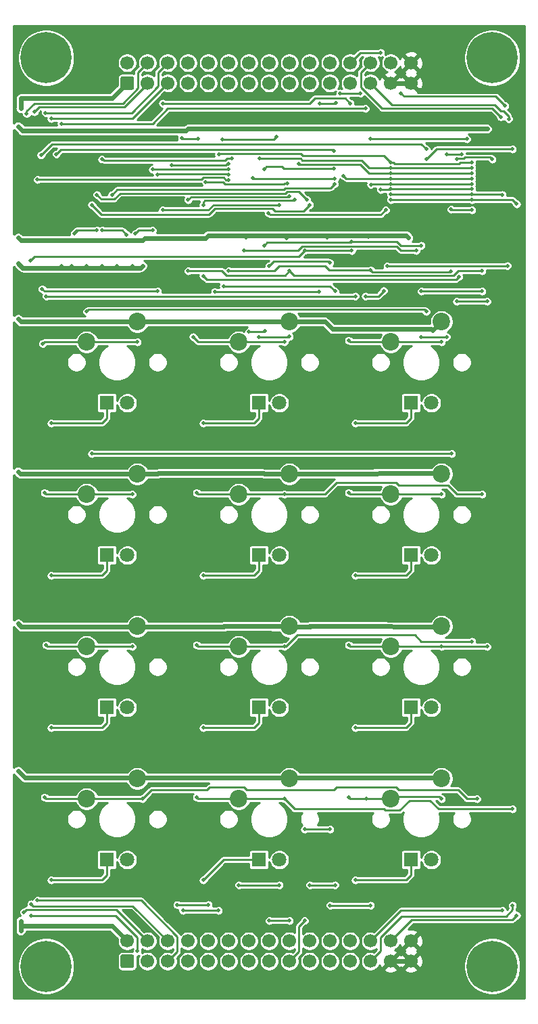
<source format=gbr>
%TF.GenerationSoftware,KiCad,Pcbnew,(5.1.9)-1*%
%TF.CreationDate,2021-05-31T11:32:24+02:00*%
%TF.ProjectId,periph_numpad,70657269-7068-45f6-9e75-6d7061642e6b,v1.0*%
%TF.SameCoordinates,Original*%
%TF.FileFunction,Copper,L2,Bot*%
%TF.FilePolarity,Positive*%
%FSLAX46Y46*%
G04 Gerber Fmt 4.6, Leading zero omitted, Abs format (unit mm)*
G04 Created by KiCad (PCBNEW (5.1.9)-1) date 2021-05-31 11:32:24*
%MOMM*%
%LPD*%
G01*
G04 APERTURE LIST*
%TA.AperFunction,ComponentPad*%
%ADD10C,0.800000*%
%TD*%
%TA.AperFunction,ComponentPad*%
%ADD11C,6.400000*%
%TD*%
%TA.AperFunction,ComponentPad*%
%ADD12C,2.200000*%
%TD*%
%TA.AperFunction,ComponentPad*%
%ADD13C,1.700000*%
%TD*%
%TA.AperFunction,ComponentPad*%
%ADD14C,1.800000*%
%TD*%
%TA.AperFunction,ComponentPad*%
%ADD15R,1.800000X1.800000*%
%TD*%
%TA.AperFunction,ViaPad*%
%ADD16C,0.470000*%
%TD*%
%TA.AperFunction,Conductor*%
%ADD17C,0.600000*%
%TD*%
%TA.AperFunction,Conductor*%
%ADD18C,0.250000*%
%TD*%
%TA.AperFunction,Conductor*%
%ADD19C,0.254000*%
%TD*%
%TA.AperFunction,Conductor*%
%ADD20C,0.100000*%
%TD*%
G04 APERTURE END LIST*
D10*
%TO.P,H1,1*%
%TO.N,N/C*%
X73452056Y-54817944D03*
X71755000Y-54115000D03*
X70057944Y-54817944D03*
X69355000Y-56515000D03*
X70057944Y-58212056D03*
X71755000Y-58915000D03*
X73452056Y-58212056D03*
X74155000Y-56515000D03*
D11*
X71755000Y-56515000D03*
%TD*%
D12*
%TO.P,SW12,2*%
%TO.N,/Btn_Enter*%
X114935000Y-149225000D03*
%TO.P,SW12,1*%
%TO.N,+5V*%
X121285000Y-146685000D03*
%TD*%
%TO.P,SW11,2*%
%TO.N,/Btn_3*%
X114935000Y-130175000D03*
%TO.P,SW11,1*%
%TO.N,+5V*%
X121285000Y-127635000D03*
%TD*%
%TO.P,SW10,2*%
%TO.N,/Btn_2*%
X95885000Y-130175000D03*
%TO.P,SW10,1*%
%TO.N,+5V*%
X102235000Y-127635000D03*
%TD*%
%TO.P,SW9,2*%
%TO.N,/Btn_1*%
X76835000Y-130175000D03*
%TO.P,SW9,1*%
%TO.N,+5V*%
X83185000Y-127635000D03*
%TD*%
%TO.P,SW8,2*%
%TO.N,/Btn_6*%
X114935000Y-111125000D03*
%TO.P,SW8,1*%
%TO.N,+5V*%
X121285000Y-108585000D03*
%TD*%
%TO.P,SW7,2*%
%TO.N,/Btn_5*%
X95885000Y-111125000D03*
%TO.P,SW7,1*%
%TO.N,+5V*%
X102235000Y-108585000D03*
%TD*%
%TO.P,SW6,2*%
%TO.N,/Btn_4*%
X76835000Y-111125000D03*
%TO.P,SW6,1*%
%TO.N,+5V*%
X83185000Y-108585000D03*
%TD*%
%TO.P,SW5,2*%
%TO.N,/Btn_9*%
X114935000Y-92075000D03*
%TO.P,SW5,1*%
%TO.N,+5V*%
X121285000Y-89535000D03*
%TD*%
%TO.P,SW4,2*%
%TO.N,/Btn_8*%
X95885000Y-92075000D03*
%TO.P,SW4,1*%
%TO.N,+5V*%
X102235000Y-89535000D03*
%TD*%
%TO.P,SW3,2*%
%TO.N,/Btn_7*%
X76835000Y-92075000D03*
%TO.P,SW3,1*%
%TO.N,+5V*%
X83185000Y-89535000D03*
%TD*%
%TO.P,SW2,2*%
%TO.N,/Btn_0*%
X95885000Y-149225000D03*
%TO.P,SW2,1*%
%TO.N,+5V*%
X102235000Y-146685000D03*
%TD*%
%TO.P,SW1,2*%
%TO.N,/Btn_Back*%
X76835000Y-149225000D03*
%TO.P,SW1,1*%
%TO.N,+5V*%
X83185000Y-146685000D03*
%TD*%
D13*
%TO.P,J2,30*%
%TO.N,GND*%
X117475000Y-167005000D03*
%TO.P,J2,28*%
%TO.N,/DB7*%
X114935000Y-167005000D03*
%TO.P,J2,26*%
%TO.N,/DB6*%
X112395000Y-167005000D03*
%TO.P,J2,24*%
%TO.N,/DB5*%
X109855000Y-167005000D03*
%TO.P,J2,22*%
%TO.N,/DB4*%
X107315000Y-167005000D03*
%TO.P,J2,20*%
%TO.N,/DB3*%
X104775000Y-167005000D03*
%TO.P,J2,18*%
%TO.N,/DB2*%
X102235000Y-167005000D03*
%TO.P,J2,16*%
%TO.N,/DB1*%
X99695000Y-167005000D03*
%TO.P,J2,14*%
%TO.N,/DB0*%
X97155000Y-167005000D03*
%TO.P,J2,12*%
%TO.N,/CLK*%
X94615000Y-167005000D03*
%TO.P,J2,10*%
%TO.N,/DB_OUT*%
X92075000Y-167005000D03*
%TO.P,J2,8*%
%TO.N,/Int_Assert*%
X89535000Y-167005000D03*
%TO.P,J2,6*%
%TO.N,/Int_Active*%
X86995000Y-167005000D03*
%TO.P,J2,4*%
%TO.N,/Int_EN*%
X84455000Y-167005000D03*
%TO.P,J2,2*%
%TO.N,+5V*%
X81915000Y-167005000D03*
%TO.P,J2,29*%
%TO.N,GND*%
X117475000Y-169545000D03*
%TO.P,J2,27*%
X114935000Y-169545000D03*
%TO.P,J2,25*%
%TO.N,/Periph_R*%
X112395000Y-169545000D03*
%TO.P,J2,23*%
%TO.N,/Periph_W*%
X109855000Y-169545000D03*
%TO.P,J2,21*%
%TO.N,/Periph_Sync_D_A*%
X107315000Y-169545000D03*
%TO.P,J2,19*%
%TO.N,/~RESET*%
X104775000Y-169545000D03*
%TO.P,J2,17*%
%TO.N,/PeriphA7*%
X102235000Y-169545000D03*
%TO.P,J2,15*%
%TO.N,/PeriphA6*%
X99695000Y-169545000D03*
%TO.P,J2,13*%
%TO.N,/PeriphA5*%
X97155000Y-169545000D03*
%TO.P,J2,11*%
%TO.N,/PeriphA4*%
X94615000Y-169545000D03*
%TO.P,J2,9*%
%TO.N,/PeriphA3*%
X92075000Y-169545000D03*
%TO.P,J2,7*%
%TO.N,/PeriphA2*%
X89535000Y-169545000D03*
%TO.P,J2,5*%
%TO.N,/PeriphA1*%
X86995000Y-169545000D03*
%TO.P,J2,3*%
%TO.N,/PeriphA0*%
X84455000Y-169545000D03*
%TO.P,J2,1*%
%TO.N,+5V*%
%TA.AperFunction,ComponentPad*%
G36*
G01*
X82515000Y-170395000D02*
X81315000Y-170395000D01*
G75*
G02*
X81065000Y-170145000I0J250000D01*
G01*
X81065000Y-168945000D01*
G75*
G02*
X81315000Y-168695000I250000J0D01*
G01*
X82515000Y-168695000D01*
G75*
G02*
X82765000Y-168945000I0J-250000D01*
G01*
X82765000Y-170145000D01*
G75*
G02*
X82515000Y-170395000I-250000J0D01*
G01*
G37*
%TD.AperFunction*%
%TD*%
%TO.P,J1,30*%
%TO.N,GND*%
X117475000Y-57150000D03*
%TO.P,J1,28*%
%TO.N,/DB7*%
X114935000Y-57150000D03*
%TO.P,J1,26*%
%TO.N,/DB6*%
X112395000Y-57150000D03*
%TO.P,J1,24*%
%TO.N,/DB5*%
X109855000Y-57150000D03*
%TO.P,J1,22*%
%TO.N,/DB4*%
X107315000Y-57150000D03*
%TO.P,J1,20*%
%TO.N,/DB3*%
X104775000Y-57150000D03*
%TO.P,J1,18*%
%TO.N,/DB2*%
X102235000Y-57150000D03*
%TO.P,J1,16*%
%TO.N,/DB1*%
X99695000Y-57150000D03*
%TO.P,J1,14*%
%TO.N,/DB0*%
X97155000Y-57150000D03*
%TO.P,J1,12*%
%TO.N,/CLK*%
X94615000Y-57150000D03*
%TO.P,J1,10*%
%TO.N,/DB_OUT*%
X92075000Y-57150000D03*
%TO.P,J1,8*%
%TO.N,/Int_Assert*%
X89535000Y-57150000D03*
%TO.P,J1,6*%
%TO.N,/Int_Active*%
X86995000Y-57150000D03*
%TO.P,J1,4*%
%TO.N,/Int_EN*%
X84455000Y-57150000D03*
%TO.P,J1,2*%
%TO.N,+5V*%
X81915000Y-57150000D03*
%TO.P,J1,29*%
%TO.N,GND*%
X117475000Y-59690000D03*
%TO.P,J1,27*%
X114935000Y-59690000D03*
%TO.P,J1,25*%
%TO.N,/Periph_R*%
X112395000Y-59690000D03*
%TO.P,J1,23*%
%TO.N,/Periph_W*%
X109855000Y-59690000D03*
%TO.P,J1,21*%
%TO.N,/Periph_Sync_D_A*%
X107315000Y-59690000D03*
%TO.P,J1,19*%
%TO.N,/~RESET*%
X104775000Y-59690000D03*
%TO.P,J1,17*%
%TO.N,/PeriphA7*%
X102235000Y-59690000D03*
%TO.P,J1,15*%
%TO.N,/PeriphA6*%
X99695000Y-59690000D03*
%TO.P,J1,13*%
%TO.N,/PeriphA5*%
X97155000Y-59690000D03*
%TO.P,J1,11*%
%TO.N,/PeriphA4*%
X94615000Y-59690000D03*
%TO.P,J1,9*%
%TO.N,/PeriphA3*%
X92075000Y-59690000D03*
%TO.P,J1,7*%
%TO.N,/PeriphA2*%
X89535000Y-59690000D03*
%TO.P,J1,5*%
%TO.N,/PeriphA1*%
X86995000Y-59690000D03*
%TO.P,J1,3*%
%TO.N,/PeriphA0*%
X84455000Y-59690000D03*
%TO.P,J1,1*%
%TO.N,+5V*%
%TA.AperFunction,ComponentPad*%
G36*
G01*
X82515000Y-60540000D02*
X81315000Y-60540000D01*
G75*
G02*
X81065000Y-60290000I0J250000D01*
G01*
X81065000Y-59090000D01*
G75*
G02*
X81315000Y-58840000I250000J0D01*
G01*
X82515000Y-58840000D01*
G75*
G02*
X82765000Y-59090000I0J-250000D01*
G01*
X82765000Y-60290000D01*
G75*
G02*
X82515000Y-60540000I-250000J0D01*
G01*
G37*
%TD.AperFunction*%
%TD*%
D10*
%TO.P,H4,1*%
%TO.N,N/C*%
X73452056Y-168482944D03*
X71755000Y-167780000D03*
X70057944Y-168482944D03*
X69355000Y-170180000D03*
X70057944Y-171877056D03*
X71755000Y-172580000D03*
X73452056Y-171877056D03*
X74155000Y-170180000D03*
D11*
X71755000Y-170180000D03*
%TD*%
D10*
%TO.P,H3,1*%
%TO.N,N/C*%
X129332056Y-168482944D03*
X127635000Y-167780000D03*
X125937944Y-168482944D03*
X125235000Y-170180000D03*
X125937944Y-171877056D03*
X127635000Y-172580000D03*
X129332056Y-171877056D03*
X130035000Y-170180000D03*
D11*
X127635000Y-170180000D03*
%TD*%
D10*
%TO.P,H2,1*%
%TO.N,N/C*%
X129332056Y-54817944D03*
X127635000Y-54115000D03*
X125937944Y-54817944D03*
X125235000Y-56515000D03*
X125937944Y-58212056D03*
X127635000Y-58915000D03*
X129332056Y-58212056D03*
X130035000Y-56515000D03*
D11*
X127635000Y-56515000D03*
%TD*%
D14*
%TO.P,D12,2*%
%TO.N,/Btn_Enter*%
X120015000Y-156845000D03*
D15*
%TO.P,D12,1*%
%TO.N,Net-(D12-Pad1)*%
X117475000Y-156845000D03*
%TD*%
D14*
%TO.P,D11,2*%
%TO.N,/Btn_3*%
X120015000Y-137795000D03*
D15*
%TO.P,D11,1*%
%TO.N,Net-(D11-Pad1)*%
X117475000Y-137795000D03*
%TD*%
D14*
%TO.P,D10,2*%
%TO.N,/Btn_2*%
X100965000Y-137795000D03*
D15*
%TO.P,D10,1*%
%TO.N,Net-(D10-Pad1)*%
X98425000Y-137795000D03*
%TD*%
D14*
%TO.P,D9,2*%
%TO.N,/Btn_1*%
X81915000Y-137795000D03*
D15*
%TO.P,D9,1*%
%TO.N,Net-(D9-Pad1)*%
X79375000Y-137795000D03*
%TD*%
D14*
%TO.P,D8,2*%
%TO.N,/Btn_6*%
X120015000Y-118745000D03*
D15*
%TO.P,D8,1*%
%TO.N,Net-(D8-Pad1)*%
X117475000Y-118745000D03*
%TD*%
D14*
%TO.P,D7,2*%
%TO.N,/Btn_5*%
X100965000Y-118745000D03*
D15*
%TO.P,D7,1*%
%TO.N,Net-(D7-Pad1)*%
X98425000Y-118745000D03*
%TD*%
D14*
%TO.P,D6,2*%
%TO.N,/Btn_4*%
X81915000Y-118745000D03*
D15*
%TO.P,D6,1*%
%TO.N,Net-(D6-Pad1)*%
X79375000Y-118745000D03*
%TD*%
D14*
%TO.P,D5,2*%
%TO.N,/Btn_9*%
X120015000Y-99695000D03*
D15*
%TO.P,D5,1*%
%TO.N,Net-(D5-Pad1)*%
X117475000Y-99695000D03*
%TD*%
D14*
%TO.P,D4,2*%
%TO.N,/Btn_8*%
X100965000Y-99695000D03*
D15*
%TO.P,D4,1*%
%TO.N,Net-(D4-Pad1)*%
X98425000Y-99695000D03*
%TD*%
D14*
%TO.P,D3,2*%
%TO.N,/Btn_7*%
X81915000Y-99695000D03*
D15*
%TO.P,D3,1*%
%TO.N,Net-(D3-Pad1)*%
X79375000Y-99695000D03*
%TD*%
D14*
%TO.P,D2,2*%
%TO.N,/Btn_0*%
X100965000Y-156845000D03*
D15*
%TO.P,D2,1*%
%TO.N,Net-(D2-Pad1)*%
X98425000Y-156845000D03*
%TD*%
D14*
%TO.P,D1,2*%
%TO.N,/Btn_Back*%
X81915000Y-156845000D03*
D15*
%TO.P,D1,1*%
%TO.N,Net-(D1-Pad1)*%
X79375000Y-156845000D03*
%TD*%
D16*
%TO.N,+5V*%
X68580000Y-61595000D03*
X69850000Y-61595000D03*
X68567813Y-62854091D03*
X91755000Y-79060000D03*
X96835000Y-79055000D03*
X101915000Y-79060000D03*
X106995000Y-79055000D03*
X117155000Y-79055000D03*
X89535000Y-65405000D03*
X96520000Y-65405000D03*
X106680000Y-65405000D03*
X116840000Y-65405000D03*
X127000000Y-65405000D03*
X120650000Y-65405000D03*
X111125000Y-65405000D03*
X112155987Y-78964978D03*
X83820000Y-82550000D03*
X82550000Y-82550000D03*
X80645000Y-82550000D03*
X78740000Y-82550000D03*
X76835000Y-82550000D03*
X74930000Y-82550000D03*
X73660000Y-82550000D03*
X99060000Y-108585000D03*
X105410000Y-108585000D03*
X89464956Y-108514956D03*
X85795044Y-108514956D03*
X104775000Y-127635000D03*
X99060000Y-127635000D03*
X93980000Y-127635000D03*
X94050044Y-108514956D03*
X105410000Y-146685000D03*
X99060000Y-146685000D03*
X68580000Y-165100000D03*
X68580000Y-164488096D03*
X68580000Y-165735000D03*
X68250952Y-65099048D03*
X68250952Y-79045952D03*
X68250952Y-82220952D03*
X68250952Y-89205952D03*
X68250952Y-108279048D03*
X68250952Y-127305952D03*
X68250952Y-145744048D03*
%TO.N,GND*%
X130810000Y-61595000D03*
X130810000Y-62865000D03*
X90170000Y-76835000D03*
X95250000Y-76835000D03*
X100330000Y-76835000D03*
X105410000Y-76835000D03*
X110490000Y-76835000D03*
X115570000Y-76835000D03*
X95885000Y-76835000D03*
X110490000Y-76835000D03*
X128270000Y-76835000D03*
X81280000Y-76835000D03*
X73660000Y-76835000D03*
X95250000Y-64135000D03*
X91440000Y-64135000D03*
X105410000Y-64135000D03*
X115570000Y-64135000D03*
X125730000Y-64135000D03*
X129549063Y-61567300D03*
X90170000Y-97155000D03*
X109220000Y-97155000D03*
X109220000Y-116205000D03*
X90170000Y-116205000D03*
X71120000Y-116205000D03*
X71120000Y-135255000D03*
X90170000Y-135255000D03*
X109220000Y-135255000D03*
X109220000Y-154305000D03*
X90170000Y-154305000D03*
X120194946Y-76896604D03*
X123903487Y-76913487D03*
X131445000Y-76835000D03*
X131445000Y-65405000D03*
X131445000Y-97155000D03*
X131445000Y-97155000D03*
X131445000Y-116205000D03*
X131445000Y-135255000D03*
X131445000Y-154305000D03*
X131445000Y-165100000D03*
X131445000Y-164465000D03*
X131445000Y-165735000D03*
X71960057Y-97995049D03*
X71750053Y-154303431D03*
%TO.N,/Btn_Back*%
X71565000Y-149035000D03*
X83820000Y-149225000D03*
X112395000Y-66675000D03*
X124460000Y-66675000D03*
X125730000Y-149225000D03*
%TO.N,Net-(D1-Pad1)*%
X72390000Y-159385000D03*
%TO.N,/Btn_0*%
X90615000Y-149035000D03*
X101600000Y-149225000D03*
X119380000Y-69215000D03*
X130175000Y-67945000D03*
X130175000Y-150495000D03*
%TO.N,Net-(D2-Pad1)*%
X91440000Y-159385000D03*
%TO.N,/Btn_7*%
X119380000Y-88265000D03*
X76835000Y-88265000D03*
X83185000Y-92075000D03*
X71325053Y-92280052D03*
%TO.N,Net-(D3-Pad1)*%
X72390000Y-102235000D03*
%TO.N,/Btn_8*%
X90170000Y-91440000D03*
X101600000Y-92075000D03*
X100965000Y-74930000D03*
X86360000Y-75565000D03*
X86360000Y-62230000D03*
X109855000Y-62230000D03*
%TO.N,Net-(D4-Pad1)*%
X91440000Y-102235000D03*
%TO.N,/Btn_9*%
X109665000Y-91885000D03*
X121285000Y-92075000D03*
X110490000Y-86360000D03*
X71755000Y-86360000D03*
X73660000Y-64770000D03*
X111760000Y-62865000D03*
%TO.N,Net-(D5-Pad1)*%
X110490000Y-102235000D03*
%TO.N,/Btn_4*%
X71565000Y-110935000D03*
X82550000Y-111125000D03*
X122555000Y-106045000D03*
X77470000Y-106045000D03*
%TO.N,Net-(D6-Pad1)*%
X72390000Y-121285000D03*
%TO.N,/Btn_5*%
X90615000Y-110935000D03*
X101600000Y-111125000D03*
X118745000Y-85725000D03*
X126365000Y-85725000D03*
X126365000Y-111125000D03*
%TO.N,Net-(D7-Pad1)*%
X91440000Y-121285000D03*
%TO.N,/Btn_6*%
X109665000Y-110935000D03*
X121285000Y-111125000D03*
X118745000Y-91440000D03*
X121920000Y-91440000D03*
%TO.N,Net-(D8-Pad1)*%
X110490000Y-121285000D03*
%TO.N,/Btn_1*%
X82550000Y-130175000D03*
X85725000Y-85725000D03*
X119380000Y-67945000D03*
X71115053Y-68697152D03*
X71256324Y-85451219D03*
X71749958Y-129981591D03*
%TO.N,Net-(D9-Pad1)*%
X72390000Y-140335000D03*
%TO.N,/Btn_2*%
X90615000Y-129985000D03*
X101600000Y-130175000D03*
X121920000Y-68580000D03*
X123825000Y-68580000D03*
X125095000Y-129540000D03*
%TO.N,Net-(D10-Pad1)*%
X91440000Y-140335000D03*
%TO.N,/Btn_3*%
X109665000Y-129985000D03*
X121285000Y-130175000D03*
X123190000Y-86995000D03*
X127000000Y-86995000D03*
X127000000Y-130175000D03*
%TO.N,Net-(D11-Pad1)*%
X110490000Y-140335000D03*
%TO.N,/Btn_Enter*%
X109665000Y-149035000D03*
X121285000Y-149225000D03*
X111850020Y-149208503D03*
%TO.N,Net-(D12-Pad1)*%
X110490000Y-159385000D03*
%TO.N,/DB7*%
X125095000Y-74295000D03*
X114935000Y-74295000D03*
X116205000Y-60960000D03*
X129238082Y-62517728D03*
X130709990Y-74814731D03*
X130709990Y-163830000D03*
%TO.N,/DB6*%
X125095000Y-73624987D03*
X114935000Y-73624987D03*
X128905000Y-163195000D03*
X128720415Y-63947608D03*
X128905000Y-73660000D03*
%TO.N,/DB5*%
X125095000Y-72954974D03*
X114935000Y-72954974D03*
X111760000Y-86360000D03*
X113665000Y-73025000D03*
X113665000Y-55880000D03*
X114040021Y-85682346D03*
%TO.N,/DB4*%
X125095000Y-72284961D03*
X114935000Y-72284961D03*
X108585000Y-60960000D03*
X111125000Y-60960000D03*
X112395000Y-162560000D03*
X107315000Y-162560000D03*
X112425020Y-72390000D03*
%TO.N,/DB3*%
X125095000Y-71614948D03*
X114935000Y-71614948D03*
X106045000Y-62230000D03*
X107950000Y-160020000D03*
X104775000Y-160020000D03*
X109035011Y-71304989D03*
X108028487Y-62155010D03*
%TO.N,/DB2*%
X125095000Y-70944935D03*
X114935000Y-70944935D03*
X103410001Y-69755001D03*
%TO.N,/DB1*%
X125095000Y-70274922D03*
X114935000Y-70274922D03*
X98425000Y-91440000D03*
X102235000Y-164465000D03*
X99695000Y-164465000D03*
X98499999Y-69140001D03*
X102235000Y-91404987D03*
%TO.N,/DB0*%
X125095000Y-69604909D03*
X114935000Y-69604909D03*
X93384977Y-68619977D03*
%TO.N,/DB_OUT*%
X92075000Y-162469990D03*
X88174990Y-162486442D03*
%TO.N,/Int_Active*%
X71682885Y-63409990D03*
X69885984Y-162388092D03*
%TO.N,/Int_EN*%
X69312931Y-63521041D03*
X68985962Y-163390160D03*
%TO.N,/Periph_R*%
X130175000Y-162560000D03*
X129695271Y-64170501D03*
X129540000Y-82550000D03*
X114490032Y-82607554D03*
%TO.N,/PeriphA7*%
X104140000Y-164465000D03*
X104140000Y-153035000D03*
X107315000Y-153035000D03*
X107950000Y-85725000D03*
X93980000Y-85090000D03*
X100642500Y-66362500D03*
X93834988Y-66749990D03*
%TO.N,/PeriphA6*%
X97155000Y-90805000D03*
X99150010Y-90714990D03*
X99060000Y-70485000D03*
X100965000Y-160020000D03*
X95885000Y-160020000D03*
X107789628Y-70410010D03*
%TO.N,/PeriphA5*%
X97614977Y-71579977D03*
X107920614Y-71652890D03*
%TO.N,/PeriphA4*%
X105940778Y-85793310D03*
X92894991Y-85799990D03*
%TO.N,/PeriphA3*%
X93345000Y-163195000D03*
X88900000Y-163195000D03*
X90805000Y-66675000D03*
X88754988Y-66529988D03*
%TO.N,/PeriphA2*%
X87449989Y-69924990D03*
X94615000Y-69779974D03*
%TO.N,/PeriphA1*%
X72390000Y-64135000D03*
X94615000Y-71790013D03*
X70665021Y-71756569D03*
X70665042Y-161925000D03*
%TO.N,/PeriphA0*%
X83185000Y-168275000D03*
X69850000Y-163830000D03*
X70289135Y-63304134D03*
X104140000Y-80645000D03*
X110045032Y-80659988D03*
X69765020Y-81917925D03*
%TO.N,/S1*%
X94615000Y-71120000D03*
X85725000Y-71120000D03*
%TO.N,/S2*%
X85090000Y-78105000D03*
X85090000Y-70485000D03*
X82950000Y-78505000D03*
X94615000Y-70449987D03*
%TO.N,/S3*%
X78740000Y-69215000D03*
X78775013Y-78105000D03*
X81855000Y-78639990D03*
X95034365Y-69094474D03*
%TO.N,/S4*%
X80010000Y-73660000D03*
X107870803Y-72321048D03*
%TO.N,/S5*%
X77470000Y-74930000D03*
X104775000Y-74930000D03*
%TO.N,/S6*%
X78105000Y-73660000D03*
X78105000Y-78105000D03*
X75330000Y-78505000D03*
X104438612Y-74295000D03*
%TO.N,/S7*%
X73025000Y-68580000D03*
X107768161Y-68204979D03*
%TO.N,Net-(U1-Pad7)*%
X91440000Y-74930000D03*
X102868590Y-74293590D03*
%TO.N,Net-(U1-Pad6)*%
X89535000Y-74295000D03*
X102207362Y-73809989D03*
%TO.N,Net-(U1-Pad5)*%
X91738976Y-72053688D03*
X101949969Y-72239966D03*
%TO.N,Net-(U3-Pad4)*%
X99695000Y-82550000D03*
X107290820Y-82174979D03*
%TO.N,/Read_Low*%
X89535000Y-83185000D03*
X102235000Y-83185000D03*
X126365000Y-83185000D03*
%TO.N,/Read_High*%
X94615000Y-83185000D03*
X125095000Y-75565000D03*
X112418346Y-83087091D03*
X122475103Y-75485103D03*
X122437820Y-83227617D03*
%TO.N,Net-(U6-Pad4)*%
X91440000Y-83820000D03*
X123190000Y-69215000D03*
X127635000Y-69215000D03*
X123437920Y-83922857D03*
%TO.N,Net-(U7-Pad4)*%
X96520000Y-80645000D03*
X118110000Y-80645000D03*
%TO.N,Net-(U10-Pad1)*%
X114300000Y-75565000D03*
X99595499Y-75940021D03*
%TO.N,Net-(U10-Pad4)*%
X99075000Y-79995000D03*
X118745000Y-80010000D03*
X110045032Y-79524988D03*
%TD*%
D17*
%TO.N,+5V*%
X81915000Y-59690000D02*
X80010000Y-61595000D01*
X80010000Y-61595000D02*
X69850000Y-61595000D01*
X69850000Y-61595000D02*
X68580000Y-61595000D01*
X80010000Y-165100000D02*
X81915000Y-167005000D01*
X68580000Y-62841904D02*
X68567813Y-62854091D01*
X68580000Y-61595000D02*
X68580000Y-62841904D01*
X89535000Y-65405000D02*
X127000000Y-65405000D01*
X117155000Y-79055000D02*
X116849990Y-78749990D01*
X92065010Y-78749990D02*
X91755000Y-79060000D01*
X91755000Y-79060000D02*
X84135000Y-79060000D01*
X84135000Y-79060000D02*
X83820000Y-79375000D01*
D18*
X83185000Y-89535000D02*
X106672946Y-89535000D01*
D17*
X121214956Y-108514956D02*
X121285000Y-108585000D01*
X121214956Y-127705044D02*
X121285000Y-127635000D01*
X121214956Y-146614956D02*
X121285000Y-146685000D01*
X89535000Y-65405000D02*
X89300001Y-65639999D01*
D18*
X96835000Y-79055000D02*
X96529990Y-78749990D01*
D17*
X96529990Y-78749990D02*
X92065010Y-78749990D01*
D18*
X101609990Y-78754990D02*
X101609990Y-78749990D01*
D17*
X101609990Y-78749990D02*
X96529990Y-78749990D01*
D18*
X101915000Y-79060000D02*
X101609990Y-78754990D01*
X107300010Y-78749990D02*
X107305010Y-78749990D01*
X106995000Y-79055000D02*
X107300010Y-78749990D01*
D17*
X107305010Y-78749990D02*
X101609990Y-78749990D01*
X116849990Y-78749990D02*
X107305010Y-78749990D01*
D18*
X98989956Y-108514956D02*
X99060000Y-108585000D01*
X105430139Y-108564861D02*
X105410000Y-108585000D01*
X121285000Y-108585000D02*
X105410000Y-108585000D01*
D17*
X99060000Y-108585000D02*
X105430139Y-108564861D01*
X105430139Y-108564861D02*
X121214956Y-108514956D01*
D18*
X89535000Y-108585000D02*
X89464956Y-108514956D01*
X86360000Y-108585000D02*
X85865088Y-108585000D01*
D17*
X85795044Y-108514956D02*
X89464956Y-108514956D01*
D18*
X85865088Y-108585000D02*
X85795044Y-108514956D01*
X89535000Y-108585000D02*
X86360000Y-108585000D01*
X104845044Y-127705044D02*
X104775000Y-127635000D01*
X99130044Y-127705044D02*
X99060000Y-127635000D01*
D17*
X99060000Y-127635000D02*
X104845044Y-127705044D01*
D18*
X94050044Y-127705044D02*
X93980000Y-127635000D01*
D17*
X99060000Y-127635000D02*
X93980000Y-127635000D01*
X94050044Y-108514956D02*
X98989956Y-108514956D01*
X89464956Y-108514956D02*
X94050044Y-108514956D01*
D18*
X105410000Y-108585000D02*
X93980000Y-108585000D01*
X93980000Y-108585000D02*
X94050044Y-108514956D01*
X93980000Y-108585000D02*
X89535000Y-108585000D01*
X109239019Y-127654019D02*
X109220000Y-127635000D01*
D17*
X109220000Y-127635000D02*
X121214956Y-127705044D01*
X104775000Y-127635000D02*
X109239019Y-127654019D01*
D18*
X105480044Y-146614956D02*
X105410000Y-146685000D01*
D17*
X105480044Y-146614956D02*
X121214956Y-146614956D01*
D18*
X99130044Y-146614956D02*
X99060000Y-146685000D01*
D17*
X99130044Y-146614956D02*
X105480044Y-146614956D01*
X83820000Y-82550000D02*
X83585001Y-82784999D01*
X68580000Y-165100000D02*
X80010000Y-165100000D01*
X68580000Y-165100000D02*
X68580000Y-164488096D01*
X68580000Y-165100000D02*
X68580000Y-165735000D01*
X68791903Y-65639999D02*
X68250952Y-65099048D01*
X70250001Y-65639999D02*
X68791903Y-65639999D01*
X89300001Y-65639999D02*
X70250001Y-65639999D01*
X69215000Y-79375000D02*
X68580000Y-79375000D01*
X68580000Y-79375000D02*
X68250952Y-79045952D01*
X83820000Y-79375000D02*
X69215000Y-79375000D01*
X69449999Y-82784999D02*
X68814999Y-82784999D01*
X68814999Y-82784999D02*
X68250952Y-82220952D01*
X83585001Y-82784999D02*
X69449999Y-82784999D01*
X68580000Y-89535000D02*
X68250952Y-89205952D01*
X73660000Y-89535000D02*
X68580000Y-89535000D01*
D18*
X83185000Y-89535000D02*
X73660000Y-89535000D01*
D17*
X120185001Y-90634999D02*
X121285000Y-89535000D01*
X120025001Y-90474999D02*
X120185001Y-90634999D01*
X107612945Y-90474999D02*
X120025001Y-90474999D01*
X106672946Y-89535000D02*
X107612945Y-90474999D01*
X73660000Y-89535000D02*
X106672946Y-89535000D01*
X69215000Y-108585000D02*
X68556904Y-108585000D01*
X68556904Y-108585000D02*
X68250952Y-108279048D01*
D18*
X86360000Y-108585000D02*
X69215000Y-108585000D01*
D17*
X85725000Y-108585000D02*
X85795044Y-108514956D01*
X69215000Y-108585000D02*
X85725000Y-108585000D01*
X68650044Y-127705044D02*
X68250952Y-127305952D01*
X69920044Y-127705044D02*
X68650044Y-127705044D01*
X69920044Y-127705044D02*
X94050044Y-127705044D01*
X69121860Y-146614956D02*
X68250952Y-145744048D01*
X69920044Y-146614956D02*
X69121860Y-146614956D01*
X69920044Y-146614956D02*
X99130044Y-146614956D01*
%TO.N,GND*%
X114935000Y-59690000D02*
X117475000Y-59690000D01*
X130810000Y-61595000D02*
X130810000Y-62865000D01*
X119380000Y-165100000D02*
X117475000Y-167005000D01*
X117475000Y-169545000D02*
X114935000Y-169545000D01*
X90170000Y-76835000D02*
X95885000Y-76835000D01*
X90170000Y-76835000D02*
X73660000Y-76835000D01*
X91440000Y-64135000D02*
X125730000Y-64135000D01*
X129576763Y-61595000D02*
X129549063Y-61567300D01*
X128521762Y-60539999D02*
X129549063Y-61567300D01*
X130810000Y-61595000D02*
X129576763Y-61595000D01*
X117475000Y-59690000D02*
X118324999Y-60539999D01*
X118324999Y-60539999D02*
X128521762Y-60539999D01*
X95885000Y-76835000D02*
X120133342Y-76835000D01*
X120133342Y-76835000D02*
X120194946Y-76896604D01*
X123981974Y-76835000D02*
X123903487Y-76913487D01*
X120194946Y-76896604D02*
X123886604Y-76896604D01*
X128270000Y-76835000D02*
X123981974Y-76835000D01*
X123886604Y-76896604D02*
X123903487Y-76913487D01*
X125730000Y-64135000D02*
X127635000Y-64135000D01*
X128905000Y-65405000D02*
X131445000Y-65405000D01*
X127635000Y-64135000D02*
X128905000Y-65405000D01*
X128270000Y-76835000D02*
X131445000Y-76835000D01*
X71120000Y-116205000D02*
X131445000Y-116205000D01*
X71120000Y-135255000D02*
X131445000Y-135255000D01*
X131445000Y-164465000D02*
X131445000Y-165735000D01*
X119380000Y-165100000D02*
X131445000Y-165100000D01*
X131445000Y-97155000D02*
X72800106Y-97155000D01*
X71751622Y-154305000D02*
X71750053Y-154303431D01*
X131445000Y-154305000D02*
X71751622Y-154305000D01*
X72800106Y-97155000D02*
X71960057Y-97995049D01*
D18*
%TO.N,/Btn_Back*%
X71755000Y-149225000D02*
X76835000Y-149225000D01*
X71755000Y-149225000D02*
X71565000Y-149035000D01*
X76835000Y-149225000D02*
X83820000Y-149225000D01*
X112395000Y-66675000D02*
X124460000Y-66675000D01*
X125730000Y-149225000D02*
X124460000Y-149225000D01*
X115619001Y-147799999D02*
X108105001Y-147799999D01*
X115929003Y-148110001D02*
X115619001Y-147799999D01*
X123345001Y-148110001D02*
X115929003Y-148110001D01*
X124460000Y-149225000D02*
X123345001Y-148110001D01*
X108105001Y-147799999D02*
X107794999Y-148110001D01*
X96569001Y-147799999D02*
X92230001Y-147799999D01*
X96879003Y-148110001D02*
X96569001Y-147799999D01*
X107794999Y-148110001D02*
X96879003Y-148110001D01*
X84940011Y-148104989D02*
X83820000Y-149225000D01*
X91925011Y-148104989D02*
X84940011Y-148104989D01*
X92230001Y-147799999D02*
X91925011Y-148104989D01*
%TO.N,Net-(D1-Pad1)*%
X79375000Y-156845000D02*
X79375000Y-158750000D01*
X79375000Y-158750000D02*
X78740000Y-159385000D01*
X78740000Y-159385000D02*
X72390000Y-159385000D01*
%TO.N,/Btn_0*%
X90805000Y-149225000D02*
X95885000Y-149225000D01*
X90805000Y-149225000D02*
X90615000Y-149035000D01*
X95885000Y-149225000D02*
X101600000Y-149225000D01*
X119380000Y-69215000D02*
X120650000Y-67945000D01*
X120650000Y-67945000D02*
X130175000Y-67945000D01*
X119861001Y-149439999D02*
X117260001Y-149439999D01*
X120916002Y-150495000D02*
X119861001Y-149439999D01*
X130175000Y-150495000D02*
X120916002Y-150495000D01*
X114250999Y-150650001D02*
X114095998Y-150495000D01*
X116049999Y-150650001D02*
X114250999Y-150650001D01*
X117260001Y-149439999D02*
X116049999Y-150650001D01*
X102870000Y-150495000D02*
X101600000Y-149225000D01*
X114095998Y-150495000D02*
X102870000Y-150495000D01*
%TO.N,Net-(D2-Pad1)*%
X98425000Y-156845000D02*
X93980000Y-156845000D01*
X93980000Y-156845000D02*
X91440000Y-159385000D01*
%TO.N,/Btn_7*%
X119145001Y-88030001D02*
X93579999Y-88030001D01*
X119380000Y-88265000D02*
X119145001Y-88030001D01*
X77069999Y-88030001D02*
X76835000Y-88265000D01*
X93579999Y-88030001D02*
X77069999Y-88030001D01*
X76835000Y-92075000D02*
X83185000Y-92075000D01*
X71530105Y-92075000D02*
X71325053Y-92280052D01*
X76835000Y-92075000D02*
X71530105Y-92075000D01*
%TO.N,Net-(D3-Pad1)*%
X79375000Y-99695000D02*
X79375000Y-101600000D01*
X79375000Y-101600000D02*
X78740000Y-102235000D01*
X78740000Y-102235000D02*
X72390000Y-102235000D01*
%TO.N,/Btn_8*%
X90805000Y-92075000D02*
X95885000Y-92075000D01*
X90170000Y-91440000D02*
X90805000Y-92075000D01*
X95885000Y-92075000D02*
X101600000Y-92075000D01*
X100965000Y-74930000D02*
X92710000Y-74930000D01*
X92075000Y-75565000D02*
X86360000Y-75565000D01*
X92710000Y-74930000D02*
X92075000Y-75565000D01*
X86360000Y-62230000D02*
X104775000Y-62230000D01*
X104775000Y-62230000D02*
X105410000Y-61595000D01*
X109220000Y-61595000D02*
X109855000Y-62230000D01*
X105410000Y-61595000D02*
X109220000Y-61595000D01*
%TO.N,Net-(D4-Pad1)*%
X98425000Y-99695000D02*
X98425000Y-101600000D01*
X98425000Y-101600000D02*
X97790000Y-102235000D01*
X97790000Y-102235000D02*
X91440000Y-102235000D01*
%TO.N,/Btn_9*%
X109855000Y-92075000D02*
X114935000Y-92075000D01*
X109855000Y-92075000D02*
X109665000Y-91885000D01*
X114935000Y-92075000D02*
X121285000Y-92075000D01*
X110490000Y-86360000D02*
X71755000Y-86360000D01*
X73660000Y-64770000D02*
X83185000Y-64770000D01*
X83185000Y-64770000D02*
X85090000Y-64770000D01*
X85090000Y-64770000D02*
X86995000Y-62865000D01*
X86995000Y-62865000D02*
X111760000Y-62865000D01*
%TO.N,Net-(D5-Pad1)*%
X117475000Y-99695000D02*
X117475000Y-101600000D01*
X117475000Y-101600000D02*
X116840000Y-102235000D01*
X116840000Y-102235000D02*
X110490000Y-102235000D01*
%TO.N,/Btn_4*%
X71755000Y-111125000D02*
X76835000Y-111125000D01*
X71565000Y-110935000D02*
X71755000Y-111125000D01*
X76835000Y-111125000D02*
X82550000Y-111125000D01*
X122555000Y-106045000D02*
X77470000Y-106045000D01*
%TO.N,Net-(D6-Pad1)*%
X79375000Y-118745000D02*
X79375000Y-120650000D01*
X79375000Y-120650000D02*
X78740000Y-121285000D01*
X78740000Y-121285000D02*
X72390000Y-121285000D01*
%TO.N,/Btn_5*%
X90805000Y-111125000D02*
X95885000Y-111125000D01*
X90805000Y-111125000D02*
X90615000Y-110935000D01*
X95885000Y-111125000D02*
X96520000Y-111125000D01*
X96520000Y-111125000D02*
X99695000Y-111125000D01*
X99695000Y-111125000D02*
X100965000Y-111125000D01*
X100965000Y-111125000D02*
X101600000Y-111125000D01*
X118745000Y-85725000D02*
X126365000Y-85725000D01*
X126365000Y-111125000D02*
X123190000Y-111125000D01*
X115619001Y-109699999D02*
X108105001Y-109699999D01*
X115929003Y-110010001D02*
X115619001Y-109699999D01*
X122075001Y-110010001D02*
X115929003Y-110010001D01*
X123190000Y-111125000D02*
X122075001Y-110010001D01*
X106680000Y-111125000D02*
X101600000Y-111125000D01*
X108105001Y-109699999D02*
X106680000Y-111125000D01*
%TO.N,Net-(D7-Pad1)*%
X98425000Y-118745000D02*
X98425000Y-120650000D01*
X98425000Y-120650000D02*
X97790000Y-121285000D01*
X97790000Y-121285000D02*
X91440000Y-121285000D01*
%TO.N,/Btn_6*%
X109855000Y-111125000D02*
X114935000Y-111125000D01*
X109855000Y-111125000D02*
X109665000Y-110935000D01*
X118745000Y-91440000D02*
X121920000Y-91440000D01*
X114935000Y-111125000D02*
X121285000Y-111125000D01*
%TO.N,Net-(D8-Pad1)*%
X117475000Y-118745000D02*
X117475000Y-120650000D01*
X117475000Y-120650000D02*
X116840000Y-121285000D01*
X116840000Y-121285000D02*
X110490000Y-121285000D01*
%TO.N,/Btn_1*%
X76835000Y-130175000D02*
X82550000Y-130175000D01*
X119380000Y-67945000D02*
X118745000Y-67310000D01*
X72502205Y-67310000D02*
X71115053Y-68697152D01*
X118745000Y-67310000D02*
X72502205Y-67310000D01*
X71530105Y-85725000D02*
X71256324Y-85451219D01*
X71943367Y-130175000D02*
X71749958Y-129981591D01*
X76835000Y-130175000D02*
X71943367Y-130175000D01*
X85725000Y-85725000D02*
X71530105Y-85725000D01*
%TO.N,Net-(D9-Pad1)*%
X79375000Y-137795000D02*
X79375000Y-139700000D01*
X79375000Y-139700000D02*
X78740000Y-140335000D01*
X78740000Y-140335000D02*
X72390000Y-140335000D01*
%TO.N,/Btn_2*%
X90805000Y-130175000D02*
X95885000Y-130175000D01*
X90805000Y-130175000D02*
X90615000Y-129985000D01*
X95885000Y-130175000D02*
X101600000Y-130175000D01*
X121920000Y-68580000D02*
X123825000Y-68580000D01*
X125095000Y-129540000D02*
X118745000Y-129540000D01*
X101804002Y-130175000D02*
X101600000Y-130175000D01*
X103229003Y-128749999D02*
X101804002Y-130175000D01*
X117954999Y-128749999D02*
X103229003Y-128749999D01*
X118745000Y-129540000D02*
X117954999Y-128749999D01*
%TO.N,Net-(D10-Pad1)*%
X98425000Y-137795000D02*
X98425000Y-139700000D01*
X98425000Y-139700000D02*
X97790000Y-140335000D01*
X97790000Y-140335000D02*
X91440000Y-140335000D01*
%TO.N,/Btn_3*%
X109855000Y-130175000D02*
X114935000Y-130175000D01*
X109855000Y-130175000D02*
X109665000Y-129985000D01*
X114935000Y-130175000D02*
X121285000Y-130175000D01*
X123190000Y-86995000D02*
X127000000Y-86995000D01*
X127000000Y-130175000D02*
X121285000Y-130175000D01*
%TO.N,Net-(D11-Pad1)*%
X117475000Y-137795000D02*
X117475000Y-139700000D01*
X117475000Y-139700000D02*
X116840000Y-140335000D01*
X116840000Y-140335000D02*
X110490000Y-140335000D01*
%TO.N,/Btn_Enter*%
X109855000Y-149225000D02*
X114935000Y-149225000D01*
X109855000Y-149225000D02*
X109665000Y-149035000D01*
X115170012Y-148989988D02*
X121049988Y-148989988D01*
X114935000Y-149225000D02*
X115170012Y-148989988D01*
X121049988Y-148989988D02*
X121285000Y-149225000D01*
%TO.N,Net-(D12-Pad1)*%
X117475000Y-156845000D02*
X117475000Y-158750000D01*
X117475000Y-158750000D02*
X116840000Y-159385000D01*
X116840000Y-159385000D02*
X110490000Y-159385000D01*
%TO.N,/DB7*%
X125095000Y-74295000D02*
X114935000Y-74295000D01*
X116205000Y-60960000D02*
X116604999Y-61359999D01*
X128080353Y-61359999D02*
X129238082Y-62517728D01*
X116604999Y-61359999D02*
X128080353Y-61359999D01*
X130190259Y-74295000D02*
X130709990Y-74814731D01*
X125095000Y-74295000D02*
X130190259Y-74295000D01*
X114935000Y-167005000D02*
X117569987Y-164370013D01*
X130169977Y-164370013D02*
X130709990Y-163830000D01*
X117569987Y-164370013D02*
X130169977Y-164370013D01*
%TO.N,/DB6*%
X125095000Y-73624987D02*
X124762660Y-73624987D01*
X124762660Y-73624987D02*
X114935000Y-73624987D01*
X112395000Y-167005000D02*
X114020012Y-165379988D01*
X116205000Y-163195000D02*
X128905000Y-163195000D01*
X114020012Y-165379988D02*
X116205000Y-163195000D01*
X111219999Y-58325001D02*
X111219999Y-60254001D01*
X127637807Y-62865000D02*
X128720415Y-63947608D01*
X111219999Y-60254001D02*
X113830998Y-62865000D01*
X113830998Y-62865000D02*
X127637807Y-62865000D01*
X112395000Y-57150000D02*
X111219999Y-58325001D01*
X128869987Y-73624987D02*
X128905000Y-73660000D01*
X125095000Y-73624987D02*
X128869987Y-73624987D01*
%TO.N,/DB5*%
X125095000Y-72954974D02*
X124762660Y-72954974D01*
X124762660Y-72954974D02*
X114935000Y-72954974D01*
X113665000Y-73025000D02*
X114935000Y-73025000D01*
X111125000Y-55880000D02*
X113665000Y-55880000D01*
X109855000Y-57150000D02*
X111125000Y-55880000D01*
X113362367Y-86360000D02*
X114040021Y-85682346D01*
X111760000Y-86360000D02*
X113362367Y-86360000D01*
%TO.N,/DB4*%
X124762660Y-72284961D02*
X114935000Y-72284961D01*
X125095000Y-72284961D02*
X124762660Y-72284961D01*
X108585000Y-60960000D02*
X111125000Y-60960000D01*
X112395000Y-162560000D02*
X107315000Y-162560000D01*
X114935000Y-72284961D02*
X112530059Y-72284961D01*
X112530059Y-72284961D02*
X112425020Y-72390000D01*
%TO.N,/DB3*%
X124762660Y-71614948D02*
X114935000Y-71614948D01*
X125095000Y-71614948D02*
X124762660Y-71614948D01*
X107950000Y-160020000D02*
X104775000Y-160020000D01*
X114935000Y-71614948D02*
X109344970Y-71614948D01*
X109344970Y-71614948D02*
X109035011Y-71304989D01*
X107953497Y-62230000D02*
X108028487Y-62155010D01*
X106045000Y-62230000D02*
X107953497Y-62230000D01*
%TO.N,/DB2*%
X125095000Y-70944935D02*
X124762660Y-70944935D01*
X124762660Y-70944935D02*
X114935000Y-70944935D01*
X114935000Y-70944935D02*
X112219935Y-70944935D01*
X112219935Y-70944935D02*
X111125000Y-69850000D01*
X103505000Y-69850000D02*
X103410001Y-69755001D01*
X111125000Y-69850000D02*
X103505000Y-69850000D01*
%TO.N,/DB1*%
X125095000Y-70274922D02*
X124762660Y-70274922D01*
X124762660Y-70274922D02*
X114935000Y-70274922D01*
X102235000Y-164465000D02*
X99695000Y-164465000D01*
X111286410Y-69375000D02*
X103858804Y-69375000D01*
X112186332Y-70274922D02*
X111286410Y-69375000D01*
X103858804Y-69375000D02*
X103623805Y-69140001D01*
X114935000Y-70274922D02*
X112186332Y-70274922D01*
X103623805Y-69140001D02*
X98499999Y-69140001D01*
X98425000Y-91440000D02*
X102199987Y-91440000D01*
X102199987Y-91440000D02*
X102235000Y-91404987D01*
%TO.N,/DB0*%
X125095000Y-69604909D02*
X123628893Y-69604909D01*
X123628893Y-69604909D02*
X123458801Y-69775001D01*
X123458801Y-69775001D02*
X115437432Y-69775001D01*
X115437432Y-69775001D02*
X115267340Y-69604909D01*
X115267340Y-69604909D02*
X114935000Y-69604909D01*
X103885204Y-68764989D02*
X103643770Y-68523555D01*
X103643770Y-68523555D02*
X94194442Y-68523555D01*
X114095080Y-68764989D02*
X103885204Y-68764989D01*
X114935000Y-69604909D02*
X114095080Y-68764989D01*
X93481399Y-68523555D02*
X93384977Y-68619977D01*
X94194442Y-68523555D02*
X93481399Y-68523555D01*
%TO.N,/DB_OUT*%
X92075000Y-162469990D02*
X88191442Y-162469990D01*
X88191442Y-162469990D02*
X88174990Y-162486442D01*
%TO.N,/Int_Active*%
X86995000Y-57150000D02*
X85819999Y-58325001D01*
X85819999Y-60064003D02*
X82474012Y-63409990D01*
X82474012Y-63409990D02*
X71682885Y-63409990D01*
X85819999Y-58325001D02*
X85819999Y-60064003D01*
X82613091Y-162623091D02*
X70120983Y-162623091D01*
X86995000Y-167005000D02*
X82613091Y-162623091D01*
X70120983Y-162623091D02*
X69885984Y-162388092D01*
%TO.N,/Int_EN*%
X83279999Y-58325001D02*
X83279999Y-60338191D01*
X81383213Y-62234977D02*
X70285288Y-62234977D01*
X70285288Y-62234977D02*
X69312931Y-63207334D01*
X69312931Y-63207334D02*
X69312931Y-63521041D01*
X83279999Y-60338191D02*
X81383213Y-62234977D01*
X84455000Y-57150000D02*
X83279999Y-58325001D01*
X69276109Y-163100013D02*
X68985962Y-163390160D01*
X80550013Y-163100013D02*
X69276109Y-163100013D01*
X84455000Y-167005000D02*
X80550013Y-163100013D01*
%TO.N,/Periph_R*%
X113665000Y-168275000D02*
X112395000Y-169545000D01*
X130175000Y-162560000D02*
X130175000Y-163125685D01*
X130175000Y-163125685D02*
X129380683Y-163920002D01*
X116280996Y-163920002D02*
X113665000Y-166535998D01*
X113665000Y-166535998D02*
X113665000Y-168275000D01*
X129380683Y-163920002D02*
X116280996Y-163920002D01*
X115119989Y-62414989D02*
X127939759Y-62414989D01*
X129068416Y-63222607D02*
X129695271Y-63849462D01*
X127939759Y-62414989D02*
X128747377Y-63222607D01*
X128747377Y-63222607D02*
X129068416Y-63222607D01*
X112395000Y-59690000D02*
X115119989Y-62414989D01*
X129695271Y-63849462D02*
X129695271Y-64170501D01*
X129540000Y-82550000D02*
X114547586Y-82550000D01*
X114547586Y-82550000D02*
X114490032Y-82607554D01*
%TO.N,/PeriphA7*%
X103410001Y-165194999D02*
X104140000Y-164465000D01*
X103410001Y-168369999D02*
X103410001Y-165194999D01*
X102235000Y-169545000D02*
X103410001Y-168369999D01*
X104140000Y-153035000D02*
X107315000Y-153035000D01*
X107950000Y-85725000D02*
X107315000Y-85090000D01*
X107315000Y-85090000D02*
X93980000Y-85090000D01*
X100255010Y-66749990D02*
X93834988Y-66749990D01*
X100642500Y-66362500D02*
X100255010Y-66749990D01*
%TO.N,/PeriphA6*%
X97155000Y-90805000D02*
X99060000Y-90805000D01*
X99060000Y-90805000D02*
X99150010Y-90714990D01*
X101285081Y-70164919D02*
X99380081Y-70164919D01*
X99380081Y-70164919D02*
X99060000Y-70485000D01*
X100662898Y-70164919D02*
X101285081Y-70164919D01*
X96520000Y-160020000D02*
X95885000Y-160020000D01*
X96520000Y-160020000D02*
X100965000Y-160020000D01*
X101285081Y-70164919D02*
X101530172Y-70410010D01*
X101530172Y-70410010D02*
X107789628Y-70410010D01*
%TO.N,/PeriphA5*%
X97699999Y-71664999D02*
X97614977Y-71579977D01*
X98334999Y-71664999D02*
X97699999Y-71664999D01*
X97880001Y-71664999D02*
X98334999Y-71664999D01*
X98334999Y-71664999D02*
X107908505Y-71664999D01*
X107908505Y-71664999D02*
X107920614Y-71652890D01*
%TO.N,/PeriphA4*%
X105940778Y-85793310D02*
X92901671Y-85793310D01*
X92901671Y-85793310D02*
X92894991Y-85799990D01*
%TO.N,/PeriphA3*%
X93345000Y-163195000D02*
X88900000Y-163195000D01*
X88900000Y-66675000D02*
X88754988Y-66529988D01*
X89535000Y-66675000D02*
X88900000Y-66675000D01*
X90805000Y-66675000D02*
X89535000Y-66675000D01*
%TO.N,/PeriphA2*%
X94290018Y-69924990D02*
X94435034Y-69779974D01*
X87449989Y-69924990D02*
X94290018Y-69924990D01*
X94435034Y-69779974D02*
X94615000Y-69779974D01*
%TO.N,/PeriphA1*%
X82550000Y-64135000D02*
X86995000Y-59690000D01*
X72390000Y-64135000D02*
X82550000Y-64135000D01*
X91207293Y-71756569D02*
X70665021Y-71756569D01*
X94615000Y-71790013D02*
X94282660Y-71790013D01*
X93986334Y-71493687D02*
X91470175Y-71493687D01*
X94282660Y-71790013D02*
X93986334Y-71493687D01*
X91470175Y-71493687D02*
X91207293Y-71756569D01*
X86995000Y-169545000D02*
X88170001Y-168369999D01*
X88170001Y-166440999D02*
X83654002Y-161925000D01*
X88170001Y-168369999D02*
X88170001Y-166440999D01*
X83654002Y-161925000D02*
X70665042Y-161925000D01*
%TO.N,/PeriphA0*%
X83185000Y-166535998D02*
X80479002Y-163830000D01*
X83185000Y-168275000D02*
X83185000Y-166535998D01*
X80479002Y-163830000D02*
X69850000Y-163830000D01*
X84455000Y-59799601D02*
X81569613Y-62684988D01*
X81569613Y-62684988D02*
X70908281Y-62684988D01*
X84455000Y-59690000D02*
X84455000Y-59799601D01*
X70908281Y-62684988D02*
X70289135Y-63304134D01*
X104140000Y-80645000D02*
X110030044Y-80645000D01*
X110030044Y-80645000D02*
X110045032Y-80659988D01*
X103400022Y-81384978D02*
X70297967Y-81384978D01*
X104140000Y-80645000D02*
X103400022Y-81384978D01*
X70297967Y-81384978D02*
X69765020Y-81917925D01*
%TO.N,/S1*%
X94615000Y-71120000D02*
X94538676Y-71043676D01*
X94538676Y-71043676D02*
X85801324Y-71043676D01*
X85801324Y-71043676D02*
X85725000Y-71120000D01*
%TO.N,/S2*%
X85090000Y-78105000D02*
X83350000Y-78105000D01*
X83350000Y-78105000D02*
X82950000Y-78505000D01*
X85090000Y-70485000D02*
X94579987Y-70485000D01*
X94579987Y-70485000D02*
X94615000Y-70449987D01*
%TO.N,/S3*%
X78775013Y-78105000D02*
X81320010Y-78105000D01*
X81320010Y-78105000D02*
X81855000Y-78639990D01*
X78810026Y-69144974D02*
X79028246Y-69363194D01*
X94452327Y-69094474D02*
X95034365Y-69094474D01*
X94183607Y-69363194D02*
X94452327Y-69094474D01*
X79028246Y-69363194D02*
X94183607Y-69363194D01*
%TO.N,/S4*%
X80010000Y-73660000D02*
X80650034Y-73019966D01*
X80650034Y-73019966D02*
X101532170Y-73019966D01*
X107391875Y-72799976D02*
X107870803Y-72321048D01*
X101532170Y-73019966D02*
X101752160Y-72799976D01*
X101752160Y-72799976D02*
X107391875Y-72799976D01*
%TO.N,/S5*%
X104775000Y-74930000D02*
X104020214Y-75684786D01*
X104020214Y-75684786D02*
X100448375Y-75684786D01*
X100448375Y-75684786D02*
X100143600Y-75380011D01*
X100143600Y-75380011D02*
X92896399Y-75380011D01*
X92151408Y-76125002D02*
X78665002Y-76125002D01*
X78665002Y-76125002D02*
X77470000Y-74930000D01*
X92896399Y-75380011D02*
X92151408Y-76125002D01*
%TO.N,/S6*%
X75565000Y-78105000D02*
X75330000Y-78340000D01*
X75730000Y-78105000D02*
X75330000Y-78505000D01*
X78105000Y-78105000D02*
X77470000Y-78105000D01*
X77470000Y-78105000D02*
X75730000Y-78105000D01*
X77470000Y-78105000D02*
X75565000Y-78105000D01*
X78105000Y-73660000D02*
X78665002Y-74220002D01*
X78665002Y-74220002D02*
X80278802Y-74220002D01*
X80278802Y-74220002D02*
X81028827Y-73469977D01*
X101938560Y-73249987D02*
X103393599Y-73249987D01*
X81028827Y-73469977D02*
X101718570Y-73469977D01*
X101718570Y-73469977D02*
X101938560Y-73249987D01*
X103393599Y-73249987D02*
X104438612Y-74295000D01*
%TO.N,/S7*%
X73635020Y-67969980D02*
X107533162Y-67969980D01*
X73025000Y-68580000D02*
X73635020Y-67969980D01*
X107533162Y-67969980D02*
X107768161Y-68204979D01*
%TO.N,Net-(U1-Pad7)*%
X91667661Y-74369999D02*
X102792181Y-74369999D01*
X91440000Y-74597660D02*
X91667661Y-74369999D01*
X91440000Y-74930000D02*
X91440000Y-74597660D01*
X102792181Y-74369999D02*
X102868590Y-74293590D01*
%TO.N,Net-(U1-Pad6)*%
X89535000Y-74295000D02*
X89910012Y-73919988D01*
X89910012Y-73919988D02*
X102097363Y-73919988D01*
X102097363Y-73919988D02*
X102207362Y-73809989D01*
%TO.N,Net-(U1-Pad5)*%
X94206251Y-72350014D02*
X94575014Y-72350014D01*
X93909925Y-72053688D02*
X94206251Y-72350014D01*
X91738976Y-72053688D02*
X93909925Y-72053688D01*
X101507581Y-72350014D02*
X101617629Y-72239966D01*
X101617629Y-72239966D02*
X101949969Y-72239966D01*
X94206251Y-72350014D02*
X101507581Y-72350014D01*
%TO.N,Net-(U3-Pad4)*%
X100305020Y-81939980D02*
X107055821Y-81939980D01*
X99695000Y-82550000D02*
X100305020Y-81939980D01*
X107055821Y-81939980D02*
X107290820Y-82174979D01*
%TO.N,/Read_Low*%
X93786196Y-83185000D02*
X94346198Y-83745002D01*
X94346198Y-83745002D02*
X101674998Y-83745002D01*
X89535000Y-83185000D02*
X93786196Y-83185000D01*
X101674998Y-83745002D02*
X102235000Y-83185000D01*
X122781184Y-83787618D02*
X123383802Y-83185000D01*
X123383802Y-83185000D02*
X126365000Y-83185000D01*
X102235000Y-83185000D02*
X102837618Y-83787618D01*
X102837618Y-83787618D02*
X122781184Y-83787618D01*
%TO.N,/Read_High*%
X94615000Y-83185000D02*
X100330000Y-83185000D01*
X107218501Y-83087091D02*
X112418346Y-83087091D01*
X100330000Y-83185000D02*
X100965000Y-82550000D01*
X106681410Y-82550000D02*
X107218501Y-83087091D01*
X100965000Y-82550000D02*
X106681410Y-82550000D01*
X122555000Y-75565000D02*
X122475103Y-75485103D01*
X125095000Y-75565000D02*
X122555000Y-75565000D01*
X112418346Y-83087091D02*
X112653345Y-83322090D01*
X122343347Y-83322090D02*
X122437820Y-83227617D01*
X112653345Y-83322090D02*
X122343347Y-83322090D01*
%TO.N,Net-(U6-Pad4)*%
X123090768Y-84270009D02*
X123437920Y-83922857D01*
X91890009Y-84270009D02*
X123090768Y-84270009D01*
X91440000Y-83820000D02*
X91890009Y-84270009D01*
X127400001Y-68980001D02*
X127635000Y-69215000D01*
X123190000Y-69215000D02*
X123264998Y-69140002D01*
X123264998Y-69140002D02*
X124093802Y-69140002D01*
X124093802Y-69140002D02*
X124253803Y-68980001D01*
X124253803Y-68980001D02*
X127400001Y-68980001D01*
%TO.N,Net-(U7-Pad4)*%
X116203590Y-80645000D02*
X118110000Y-80645000D01*
X103311198Y-80645000D02*
X103871199Y-80084999D01*
X96520000Y-80645000D02*
X103311198Y-80645000D01*
X103871199Y-80084999D02*
X115643589Y-80084999D01*
X115643589Y-80084999D02*
X116203590Y-80645000D01*
%TO.N,Net-(U10-Pad1)*%
X113689980Y-76175020D02*
X99830498Y-76175020D01*
X99830498Y-76175020D02*
X99595499Y-75940021D01*
X114300000Y-75565000D02*
X113689980Y-76175020D01*
%TO.N,Net-(U10-Pad4)*%
X115719988Y-79524988D02*
X110045032Y-79524988D01*
X118745000Y-80010000D02*
X116205000Y-80010000D01*
X109935032Y-79634988D02*
X110045032Y-79524988D01*
X116205000Y-80010000D02*
X115719988Y-79524988D01*
X99435012Y-79634988D02*
X109935032Y-79634988D01*
X99075000Y-79995000D02*
X99435012Y-79634988D01*
%TD*%
D19*
%TO.N,GND*%
X131674000Y-174219000D02*
X67716000Y-174219000D01*
X67716000Y-169827302D01*
X68174000Y-169827302D01*
X68174000Y-170532698D01*
X68311616Y-171224539D01*
X68581559Y-171876240D01*
X68973456Y-172462754D01*
X69472246Y-172961544D01*
X70058760Y-173353441D01*
X70710461Y-173623384D01*
X71402302Y-173761000D01*
X72107698Y-173761000D01*
X72799539Y-173623384D01*
X73451240Y-173353441D01*
X74037754Y-172961544D01*
X74536544Y-172462754D01*
X74928441Y-171876240D01*
X75198384Y-171224539D01*
X75336000Y-170532698D01*
X75336000Y-169827302D01*
X75198384Y-169135461D01*
X74928441Y-168483760D01*
X74536544Y-167897246D01*
X74037754Y-167398456D01*
X73451240Y-167006559D01*
X72799539Y-166736616D01*
X72107698Y-166599000D01*
X71402302Y-166599000D01*
X70710461Y-166736616D01*
X70058760Y-167006559D01*
X69472246Y-167398456D01*
X68973456Y-167897246D01*
X68581559Y-168483760D01*
X68311616Y-169135461D01*
X68174000Y-169827302D01*
X67716000Y-169827302D01*
X67716000Y-165100000D01*
X67895705Y-165100000D01*
X67899000Y-165133452D01*
X67899000Y-165768453D01*
X67908854Y-165868499D01*
X67947794Y-165996868D01*
X68011031Y-166115174D01*
X68096131Y-166218870D01*
X68199827Y-166303970D01*
X68318133Y-166367206D01*
X68446502Y-166406146D01*
X68580000Y-166419295D01*
X68713499Y-166406146D01*
X68841868Y-166367206D01*
X68960174Y-166303970D01*
X69063870Y-166218870D01*
X69148970Y-166115174D01*
X69212206Y-165996868D01*
X69251146Y-165868499D01*
X69259764Y-165781000D01*
X79727922Y-165781000D01*
X80708336Y-166761414D01*
X80684000Y-166883757D01*
X80684000Y-167126243D01*
X80731307Y-167364069D01*
X80824102Y-167588097D01*
X80958820Y-167789717D01*
X81130283Y-167961180D01*
X81331903Y-168095898D01*
X81555931Y-168188693D01*
X81793757Y-168236000D01*
X82036243Y-168236000D01*
X82274069Y-168188693D01*
X82498097Y-168095898D01*
X82628532Y-168008744D01*
X82592672Y-168095319D01*
X82569000Y-168214329D01*
X82569000Y-168317476D01*
X82515000Y-168312157D01*
X81315000Y-168312157D01*
X81191538Y-168324317D01*
X81072821Y-168360329D01*
X80963411Y-168418810D01*
X80867512Y-168497512D01*
X80788810Y-168593411D01*
X80730329Y-168702821D01*
X80694317Y-168821538D01*
X80682157Y-168945000D01*
X80682157Y-170145000D01*
X80694317Y-170268462D01*
X80730329Y-170387179D01*
X80788810Y-170496589D01*
X80867512Y-170592488D01*
X80963411Y-170671190D01*
X81072821Y-170729671D01*
X81191538Y-170765683D01*
X81315000Y-170777843D01*
X82515000Y-170777843D01*
X82638462Y-170765683D01*
X82757179Y-170729671D01*
X82866589Y-170671190D01*
X82962488Y-170592488D01*
X83041190Y-170496589D01*
X83099671Y-170387179D01*
X83135683Y-170268462D01*
X83147843Y-170145000D01*
X83147843Y-168945000D01*
X83142524Y-168891000D01*
X83245671Y-168891000D01*
X83364681Y-168867328D01*
X83451256Y-168831468D01*
X83364102Y-168961903D01*
X83271307Y-169185931D01*
X83224000Y-169423757D01*
X83224000Y-169666243D01*
X83271307Y-169904069D01*
X83364102Y-170128097D01*
X83498820Y-170329717D01*
X83670283Y-170501180D01*
X83871903Y-170635898D01*
X84095931Y-170728693D01*
X84333757Y-170776000D01*
X84576243Y-170776000D01*
X84814069Y-170728693D01*
X85038097Y-170635898D01*
X85239717Y-170501180D01*
X85411180Y-170329717D01*
X85545898Y-170128097D01*
X85638693Y-169904069D01*
X85686000Y-169666243D01*
X85686000Y-169423757D01*
X85638693Y-169185931D01*
X85545898Y-168961903D01*
X85411180Y-168760283D01*
X85239717Y-168588820D01*
X85038097Y-168454102D01*
X84814069Y-168361307D01*
X84576243Y-168314000D01*
X84333757Y-168314000D01*
X84095931Y-168361307D01*
X83871903Y-168454102D01*
X83741468Y-168541256D01*
X83777328Y-168454681D01*
X83801000Y-168335671D01*
X83801000Y-168214329D01*
X83777328Y-168095319D01*
X83741468Y-168008744D01*
X83871903Y-168095898D01*
X84095931Y-168188693D01*
X84333757Y-168236000D01*
X84576243Y-168236000D01*
X84814069Y-168188693D01*
X85038097Y-168095898D01*
X85239717Y-167961180D01*
X85411180Y-167789717D01*
X85545898Y-167588097D01*
X85638693Y-167364069D01*
X85686000Y-167126243D01*
X85686000Y-166883757D01*
X85638693Y-166645931D01*
X85545898Y-166421903D01*
X85411180Y-166220283D01*
X85239717Y-166048820D01*
X85038097Y-165914102D01*
X84814069Y-165821307D01*
X84576243Y-165774000D01*
X84333757Y-165774000D01*
X84095931Y-165821307D01*
X84018833Y-165853242D01*
X81294682Y-163129091D01*
X82403500Y-163129091D01*
X85843242Y-166568833D01*
X85811307Y-166645931D01*
X85764000Y-166883757D01*
X85764000Y-167126243D01*
X85811307Y-167364069D01*
X85904102Y-167588097D01*
X86038820Y-167789717D01*
X86210283Y-167961180D01*
X86411903Y-168095898D01*
X86635931Y-168188693D01*
X86873757Y-168236000D01*
X87116243Y-168236000D01*
X87354069Y-168188693D01*
X87578097Y-168095898D01*
X87664001Y-168038499D01*
X87664001Y-168160407D01*
X87431167Y-168393242D01*
X87354069Y-168361307D01*
X87116243Y-168314000D01*
X86873757Y-168314000D01*
X86635931Y-168361307D01*
X86411903Y-168454102D01*
X86210283Y-168588820D01*
X86038820Y-168760283D01*
X85904102Y-168961903D01*
X85811307Y-169185931D01*
X85764000Y-169423757D01*
X85764000Y-169666243D01*
X85811307Y-169904069D01*
X85904102Y-170128097D01*
X86038820Y-170329717D01*
X86210283Y-170501180D01*
X86411903Y-170635898D01*
X86635931Y-170728693D01*
X86873757Y-170776000D01*
X87116243Y-170776000D01*
X87354069Y-170728693D01*
X87578097Y-170635898D01*
X87779717Y-170501180D01*
X87951180Y-170329717D01*
X88085898Y-170128097D01*
X88178693Y-169904069D01*
X88226000Y-169666243D01*
X88226000Y-169423757D01*
X88304000Y-169423757D01*
X88304000Y-169666243D01*
X88351307Y-169904069D01*
X88444102Y-170128097D01*
X88578820Y-170329717D01*
X88750283Y-170501180D01*
X88951903Y-170635898D01*
X89175931Y-170728693D01*
X89413757Y-170776000D01*
X89656243Y-170776000D01*
X89894069Y-170728693D01*
X90118097Y-170635898D01*
X90319717Y-170501180D01*
X90491180Y-170329717D01*
X90625898Y-170128097D01*
X90718693Y-169904069D01*
X90766000Y-169666243D01*
X90766000Y-169423757D01*
X90844000Y-169423757D01*
X90844000Y-169666243D01*
X90891307Y-169904069D01*
X90984102Y-170128097D01*
X91118820Y-170329717D01*
X91290283Y-170501180D01*
X91491903Y-170635898D01*
X91715931Y-170728693D01*
X91953757Y-170776000D01*
X92196243Y-170776000D01*
X92434069Y-170728693D01*
X92658097Y-170635898D01*
X92859717Y-170501180D01*
X93031180Y-170329717D01*
X93165898Y-170128097D01*
X93258693Y-169904069D01*
X93306000Y-169666243D01*
X93306000Y-169423757D01*
X93384000Y-169423757D01*
X93384000Y-169666243D01*
X93431307Y-169904069D01*
X93524102Y-170128097D01*
X93658820Y-170329717D01*
X93830283Y-170501180D01*
X94031903Y-170635898D01*
X94255931Y-170728693D01*
X94493757Y-170776000D01*
X94736243Y-170776000D01*
X94974069Y-170728693D01*
X95198097Y-170635898D01*
X95399717Y-170501180D01*
X95571180Y-170329717D01*
X95705898Y-170128097D01*
X95798693Y-169904069D01*
X95846000Y-169666243D01*
X95846000Y-169423757D01*
X95924000Y-169423757D01*
X95924000Y-169666243D01*
X95971307Y-169904069D01*
X96064102Y-170128097D01*
X96198820Y-170329717D01*
X96370283Y-170501180D01*
X96571903Y-170635898D01*
X96795931Y-170728693D01*
X97033757Y-170776000D01*
X97276243Y-170776000D01*
X97514069Y-170728693D01*
X97738097Y-170635898D01*
X97939717Y-170501180D01*
X98111180Y-170329717D01*
X98245898Y-170128097D01*
X98338693Y-169904069D01*
X98386000Y-169666243D01*
X98386000Y-169423757D01*
X98464000Y-169423757D01*
X98464000Y-169666243D01*
X98511307Y-169904069D01*
X98604102Y-170128097D01*
X98738820Y-170329717D01*
X98910283Y-170501180D01*
X99111903Y-170635898D01*
X99335931Y-170728693D01*
X99573757Y-170776000D01*
X99816243Y-170776000D01*
X100054069Y-170728693D01*
X100278097Y-170635898D01*
X100479717Y-170501180D01*
X100651180Y-170329717D01*
X100785898Y-170128097D01*
X100878693Y-169904069D01*
X100926000Y-169666243D01*
X100926000Y-169423757D01*
X100878693Y-169185931D01*
X100785898Y-168961903D01*
X100651180Y-168760283D01*
X100479717Y-168588820D01*
X100278097Y-168454102D01*
X100054069Y-168361307D01*
X99816243Y-168314000D01*
X99573757Y-168314000D01*
X99335931Y-168361307D01*
X99111903Y-168454102D01*
X98910283Y-168588820D01*
X98738820Y-168760283D01*
X98604102Y-168961903D01*
X98511307Y-169185931D01*
X98464000Y-169423757D01*
X98386000Y-169423757D01*
X98338693Y-169185931D01*
X98245898Y-168961903D01*
X98111180Y-168760283D01*
X97939717Y-168588820D01*
X97738097Y-168454102D01*
X97514069Y-168361307D01*
X97276243Y-168314000D01*
X97033757Y-168314000D01*
X96795931Y-168361307D01*
X96571903Y-168454102D01*
X96370283Y-168588820D01*
X96198820Y-168760283D01*
X96064102Y-168961903D01*
X95971307Y-169185931D01*
X95924000Y-169423757D01*
X95846000Y-169423757D01*
X95798693Y-169185931D01*
X95705898Y-168961903D01*
X95571180Y-168760283D01*
X95399717Y-168588820D01*
X95198097Y-168454102D01*
X94974069Y-168361307D01*
X94736243Y-168314000D01*
X94493757Y-168314000D01*
X94255931Y-168361307D01*
X94031903Y-168454102D01*
X93830283Y-168588820D01*
X93658820Y-168760283D01*
X93524102Y-168961903D01*
X93431307Y-169185931D01*
X93384000Y-169423757D01*
X93306000Y-169423757D01*
X93258693Y-169185931D01*
X93165898Y-168961903D01*
X93031180Y-168760283D01*
X92859717Y-168588820D01*
X92658097Y-168454102D01*
X92434069Y-168361307D01*
X92196243Y-168314000D01*
X91953757Y-168314000D01*
X91715931Y-168361307D01*
X91491903Y-168454102D01*
X91290283Y-168588820D01*
X91118820Y-168760283D01*
X90984102Y-168961903D01*
X90891307Y-169185931D01*
X90844000Y-169423757D01*
X90766000Y-169423757D01*
X90718693Y-169185931D01*
X90625898Y-168961903D01*
X90491180Y-168760283D01*
X90319717Y-168588820D01*
X90118097Y-168454102D01*
X89894069Y-168361307D01*
X89656243Y-168314000D01*
X89413757Y-168314000D01*
X89175931Y-168361307D01*
X88951903Y-168454102D01*
X88750283Y-168588820D01*
X88578820Y-168760283D01*
X88444102Y-168961903D01*
X88351307Y-169185931D01*
X88304000Y-169423757D01*
X88226000Y-169423757D01*
X88178693Y-169185931D01*
X88146758Y-169108833D01*
X88510221Y-168745371D01*
X88529528Y-168729526D01*
X88592760Y-168652478D01*
X88639746Y-168564574D01*
X88668679Y-168469192D01*
X88676001Y-168394853D01*
X88676001Y-168394846D01*
X88678448Y-168370000D01*
X88676001Y-168345154D01*
X88676001Y-167886898D01*
X88750283Y-167961180D01*
X88951903Y-168095898D01*
X89175931Y-168188693D01*
X89413757Y-168236000D01*
X89656243Y-168236000D01*
X89894069Y-168188693D01*
X90118097Y-168095898D01*
X90319717Y-167961180D01*
X90491180Y-167789717D01*
X90625898Y-167588097D01*
X90718693Y-167364069D01*
X90766000Y-167126243D01*
X90766000Y-166883757D01*
X90844000Y-166883757D01*
X90844000Y-167126243D01*
X90891307Y-167364069D01*
X90984102Y-167588097D01*
X91118820Y-167789717D01*
X91290283Y-167961180D01*
X91491903Y-168095898D01*
X91715931Y-168188693D01*
X91953757Y-168236000D01*
X92196243Y-168236000D01*
X92434069Y-168188693D01*
X92658097Y-168095898D01*
X92859717Y-167961180D01*
X93031180Y-167789717D01*
X93165898Y-167588097D01*
X93258693Y-167364069D01*
X93306000Y-167126243D01*
X93306000Y-166883757D01*
X93384000Y-166883757D01*
X93384000Y-167126243D01*
X93431307Y-167364069D01*
X93524102Y-167588097D01*
X93658820Y-167789717D01*
X93830283Y-167961180D01*
X94031903Y-168095898D01*
X94255931Y-168188693D01*
X94493757Y-168236000D01*
X94736243Y-168236000D01*
X94974069Y-168188693D01*
X95198097Y-168095898D01*
X95399717Y-167961180D01*
X95571180Y-167789717D01*
X95705898Y-167588097D01*
X95798693Y-167364069D01*
X95846000Y-167126243D01*
X95846000Y-166883757D01*
X95924000Y-166883757D01*
X95924000Y-167126243D01*
X95971307Y-167364069D01*
X96064102Y-167588097D01*
X96198820Y-167789717D01*
X96370283Y-167961180D01*
X96571903Y-168095898D01*
X96795931Y-168188693D01*
X97033757Y-168236000D01*
X97276243Y-168236000D01*
X97514069Y-168188693D01*
X97738097Y-168095898D01*
X97939717Y-167961180D01*
X98111180Y-167789717D01*
X98245898Y-167588097D01*
X98338693Y-167364069D01*
X98386000Y-167126243D01*
X98386000Y-166883757D01*
X98464000Y-166883757D01*
X98464000Y-167126243D01*
X98511307Y-167364069D01*
X98604102Y-167588097D01*
X98738820Y-167789717D01*
X98910283Y-167961180D01*
X99111903Y-168095898D01*
X99335931Y-168188693D01*
X99573757Y-168236000D01*
X99816243Y-168236000D01*
X100054069Y-168188693D01*
X100278097Y-168095898D01*
X100479717Y-167961180D01*
X100651180Y-167789717D01*
X100785898Y-167588097D01*
X100878693Y-167364069D01*
X100926000Y-167126243D01*
X100926000Y-166883757D01*
X101004000Y-166883757D01*
X101004000Y-167126243D01*
X101051307Y-167364069D01*
X101144102Y-167588097D01*
X101278820Y-167789717D01*
X101450283Y-167961180D01*
X101651903Y-168095898D01*
X101875931Y-168188693D01*
X102113757Y-168236000D01*
X102356243Y-168236000D01*
X102594069Y-168188693D01*
X102818097Y-168095898D01*
X102904001Y-168038499D01*
X102904001Y-168160407D01*
X102671167Y-168393242D01*
X102594069Y-168361307D01*
X102356243Y-168314000D01*
X102113757Y-168314000D01*
X101875931Y-168361307D01*
X101651903Y-168454102D01*
X101450283Y-168588820D01*
X101278820Y-168760283D01*
X101144102Y-168961903D01*
X101051307Y-169185931D01*
X101004000Y-169423757D01*
X101004000Y-169666243D01*
X101051307Y-169904069D01*
X101144102Y-170128097D01*
X101278820Y-170329717D01*
X101450283Y-170501180D01*
X101651903Y-170635898D01*
X101875931Y-170728693D01*
X102113757Y-170776000D01*
X102356243Y-170776000D01*
X102594069Y-170728693D01*
X102818097Y-170635898D01*
X103019717Y-170501180D01*
X103191180Y-170329717D01*
X103325898Y-170128097D01*
X103418693Y-169904069D01*
X103466000Y-169666243D01*
X103466000Y-169423757D01*
X103544000Y-169423757D01*
X103544000Y-169666243D01*
X103591307Y-169904069D01*
X103684102Y-170128097D01*
X103818820Y-170329717D01*
X103990283Y-170501180D01*
X104191903Y-170635898D01*
X104415931Y-170728693D01*
X104653757Y-170776000D01*
X104896243Y-170776000D01*
X105134069Y-170728693D01*
X105358097Y-170635898D01*
X105559717Y-170501180D01*
X105731180Y-170329717D01*
X105865898Y-170128097D01*
X105958693Y-169904069D01*
X106006000Y-169666243D01*
X106006000Y-169423757D01*
X106084000Y-169423757D01*
X106084000Y-169666243D01*
X106131307Y-169904069D01*
X106224102Y-170128097D01*
X106358820Y-170329717D01*
X106530283Y-170501180D01*
X106731903Y-170635898D01*
X106955931Y-170728693D01*
X107193757Y-170776000D01*
X107436243Y-170776000D01*
X107674069Y-170728693D01*
X107898097Y-170635898D01*
X108099717Y-170501180D01*
X108271180Y-170329717D01*
X108405898Y-170128097D01*
X108498693Y-169904069D01*
X108546000Y-169666243D01*
X108546000Y-169423757D01*
X108624000Y-169423757D01*
X108624000Y-169666243D01*
X108671307Y-169904069D01*
X108764102Y-170128097D01*
X108898820Y-170329717D01*
X109070283Y-170501180D01*
X109271903Y-170635898D01*
X109495931Y-170728693D01*
X109733757Y-170776000D01*
X109976243Y-170776000D01*
X110214069Y-170728693D01*
X110438097Y-170635898D01*
X110639717Y-170501180D01*
X110811180Y-170329717D01*
X110945898Y-170128097D01*
X111038693Y-169904069D01*
X111086000Y-169666243D01*
X111086000Y-169423757D01*
X111038693Y-169185931D01*
X110945898Y-168961903D01*
X110811180Y-168760283D01*
X110639717Y-168588820D01*
X110438097Y-168454102D01*
X110214069Y-168361307D01*
X109976243Y-168314000D01*
X109733757Y-168314000D01*
X109495931Y-168361307D01*
X109271903Y-168454102D01*
X109070283Y-168588820D01*
X108898820Y-168760283D01*
X108764102Y-168961903D01*
X108671307Y-169185931D01*
X108624000Y-169423757D01*
X108546000Y-169423757D01*
X108498693Y-169185931D01*
X108405898Y-168961903D01*
X108271180Y-168760283D01*
X108099717Y-168588820D01*
X107898097Y-168454102D01*
X107674069Y-168361307D01*
X107436243Y-168314000D01*
X107193757Y-168314000D01*
X106955931Y-168361307D01*
X106731903Y-168454102D01*
X106530283Y-168588820D01*
X106358820Y-168760283D01*
X106224102Y-168961903D01*
X106131307Y-169185931D01*
X106084000Y-169423757D01*
X106006000Y-169423757D01*
X105958693Y-169185931D01*
X105865898Y-168961903D01*
X105731180Y-168760283D01*
X105559717Y-168588820D01*
X105358097Y-168454102D01*
X105134069Y-168361307D01*
X104896243Y-168314000D01*
X104653757Y-168314000D01*
X104415931Y-168361307D01*
X104191903Y-168454102D01*
X103990283Y-168588820D01*
X103818820Y-168760283D01*
X103684102Y-168961903D01*
X103591307Y-169185931D01*
X103544000Y-169423757D01*
X103466000Y-169423757D01*
X103418693Y-169185931D01*
X103386758Y-169108833D01*
X103750221Y-168745371D01*
X103769528Y-168729526D01*
X103832760Y-168652478D01*
X103879746Y-168564574D01*
X103908679Y-168469192D01*
X103916001Y-168394853D01*
X103916001Y-168394846D01*
X103918448Y-168370000D01*
X103916001Y-168345154D01*
X103916001Y-167886898D01*
X103990283Y-167961180D01*
X104191903Y-168095898D01*
X104415931Y-168188693D01*
X104653757Y-168236000D01*
X104896243Y-168236000D01*
X105134069Y-168188693D01*
X105358097Y-168095898D01*
X105559717Y-167961180D01*
X105731180Y-167789717D01*
X105865898Y-167588097D01*
X105958693Y-167364069D01*
X106006000Y-167126243D01*
X106006000Y-166883757D01*
X106084000Y-166883757D01*
X106084000Y-167126243D01*
X106131307Y-167364069D01*
X106224102Y-167588097D01*
X106358820Y-167789717D01*
X106530283Y-167961180D01*
X106731903Y-168095898D01*
X106955931Y-168188693D01*
X107193757Y-168236000D01*
X107436243Y-168236000D01*
X107674069Y-168188693D01*
X107898097Y-168095898D01*
X108099717Y-167961180D01*
X108271180Y-167789717D01*
X108405898Y-167588097D01*
X108498693Y-167364069D01*
X108546000Y-167126243D01*
X108546000Y-166883757D01*
X108624000Y-166883757D01*
X108624000Y-167126243D01*
X108671307Y-167364069D01*
X108764102Y-167588097D01*
X108898820Y-167789717D01*
X109070283Y-167961180D01*
X109271903Y-168095898D01*
X109495931Y-168188693D01*
X109733757Y-168236000D01*
X109976243Y-168236000D01*
X110214069Y-168188693D01*
X110438097Y-168095898D01*
X110639717Y-167961180D01*
X110811180Y-167789717D01*
X110945898Y-167588097D01*
X111038693Y-167364069D01*
X111086000Y-167126243D01*
X111086000Y-166883757D01*
X111164000Y-166883757D01*
X111164000Y-167126243D01*
X111211307Y-167364069D01*
X111304102Y-167588097D01*
X111438820Y-167789717D01*
X111610283Y-167961180D01*
X111811903Y-168095898D01*
X112035931Y-168188693D01*
X112273757Y-168236000D01*
X112516243Y-168236000D01*
X112754069Y-168188693D01*
X112978097Y-168095898D01*
X113159001Y-167975022D01*
X113159001Y-168065407D01*
X112831167Y-168393242D01*
X112754069Y-168361307D01*
X112516243Y-168314000D01*
X112273757Y-168314000D01*
X112035931Y-168361307D01*
X111811903Y-168454102D01*
X111610283Y-168588820D01*
X111438820Y-168760283D01*
X111304102Y-168961903D01*
X111211307Y-169185931D01*
X111164000Y-169423757D01*
X111164000Y-169666243D01*
X111211307Y-169904069D01*
X111304102Y-170128097D01*
X111438820Y-170329717D01*
X111610283Y-170501180D01*
X111811903Y-170635898D01*
X112035931Y-170728693D01*
X112273757Y-170776000D01*
X112516243Y-170776000D01*
X112754069Y-170728693D01*
X112978097Y-170635898D01*
X113071636Y-170573397D01*
X114086208Y-170573397D01*
X114163843Y-170822472D01*
X114427883Y-170948371D01*
X114711411Y-171020339D01*
X115003531Y-171035611D01*
X115293019Y-170993599D01*
X115568747Y-170895919D01*
X115706157Y-170822472D01*
X115783792Y-170573397D01*
X116626208Y-170573397D01*
X116703843Y-170822472D01*
X116967883Y-170948371D01*
X117251411Y-171020339D01*
X117543531Y-171035611D01*
X117833019Y-170993599D01*
X118108747Y-170895919D01*
X118246157Y-170822472D01*
X118323792Y-170573397D01*
X117475000Y-169724605D01*
X116626208Y-170573397D01*
X115783792Y-170573397D01*
X114935000Y-169724605D01*
X114086208Y-170573397D01*
X113071636Y-170573397D01*
X113179717Y-170501180D01*
X113351180Y-170329717D01*
X113485898Y-170128097D01*
X113529148Y-170023683D01*
X113584081Y-170178747D01*
X113657528Y-170316157D01*
X113906603Y-170393792D01*
X114755395Y-169545000D01*
X115114605Y-169545000D01*
X115963397Y-170393792D01*
X116205000Y-170318486D01*
X116446603Y-170393792D01*
X117295395Y-169545000D01*
X117654605Y-169545000D01*
X118503397Y-170393792D01*
X118752472Y-170316157D01*
X118878371Y-170052117D01*
X118935435Y-169827302D01*
X124054000Y-169827302D01*
X124054000Y-170532698D01*
X124191616Y-171224539D01*
X124461559Y-171876240D01*
X124853456Y-172462754D01*
X125352246Y-172961544D01*
X125938760Y-173353441D01*
X126590461Y-173623384D01*
X127282302Y-173761000D01*
X127987698Y-173761000D01*
X128679539Y-173623384D01*
X129331240Y-173353441D01*
X129917754Y-172961544D01*
X130416544Y-172462754D01*
X130808441Y-171876240D01*
X131078384Y-171224539D01*
X131216000Y-170532698D01*
X131216000Y-169827302D01*
X131078384Y-169135461D01*
X130808441Y-168483760D01*
X130416544Y-167897246D01*
X129917754Y-167398456D01*
X129331240Y-167006559D01*
X128679539Y-166736616D01*
X127987698Y-166599000D01*
X127282302Y-166599000D01*
X126590461Y-166736616D01*
X125938760Y-167006559D01*
X125352246Y-167398456D01*
X124853456Y-167897246D01*
X124461559Y-168483760D01*
X124191616Y-169135461D01*
X124054000Y-169827302D01*
X118935435Y-169827302D01*
X118950339Y-169768589D01*
X118965611Y-169476469D01*
X118923599Y-169186981D01*
X118825919Y-168911253D01*
X118752472Y-168773843D01*
X118503397Y-168696208D01*
X117654605Y-169545000D01*
X117295395Y-169545000D01*
X116446603Y-168696208D01*
X116205000Y-168771514D01*
X115963397Y-168696208D01*
X115114605Y-169545000D01*
X114755395Y-169545000D01*
X114741253Y-169530858D01*
X114920858Y-169351253D01*
X114935000Y-169365395D01*
X115783792Y-168516603D01*
X115706157Y-168267528D01*
X115442117Y-168141629D01*
X115420772Y-168136211D01*
X115518097Y-168095898D01*
X115611636Y-168033397D01*
X116626208Y-168033397D01*
X116701514Y-168275000D01*
X116626208Y-168516603D01*
X117475000Y-169365395D01*
X118323792Y-168516603D01*
X118248486Y-168275000D01*
X118323792Y-168033397D01*
X117475000Y-167184605D01*
X116626208Y-168033397D01*
X115611636Y-168033397D01*
X115719717Y-167961180D01*
X115891180Y-167789717D01*
X116025898Y-167588097D01*
X116069148Y-167483683D01*
X116124081Y-167638747D01*
X116197528Y-167776157D01*
X116446603Y-167853792D01*
X117295395Y-167005000D01*
X117654605Y-167005000D01*
X118503397Y-167853792D01*
X118752472Y-167776157D01*
X118878371Y-167512117D01*
X118950339Y-167228589D01*
X118965611Y-166936469D01*
X118923599Y-166646981D01*
X118825919Y-166371253D01*
X118752472Y-166233843D01*
X118503397Y-166156208D01*
X117654605Y-167005000D01*
X117295395Y-167005000D01*
X117281253Y-166990858D01*
X117460858Y-166811253D01*
X117475000Y-166825395D01*
X118323792Y-165976603D01*
X118246157Y-165727528D01*
X117982117Y-165601629D01*
X117698589Y-165529661D01*
X117406469Y-165514389D01*
X117116981Y-165556401D01*
X117089431Y-165566161D01*
X117779579Y-164876013D01*
X130145131Y-164876013D01*
X130169977Y-164878460D01*
X130194823Y-164876013D01*
X130194831Y-164876013D01*
X130269170Y-164868691D01*
X130364552Y-164839758D01*
X130452456Y-164792772D01*
X130529504Y-164729540D01*
X130545353Y-164710228D01*
X130819245Y-164436336D01*
X130889671Y-164422328D01*
X131001776Y-164375893D01*
X131102667Y-164308479D01*
X131188469Y-164222677D01*
X131255883Y-164121786D01*
X131302318Y-164009681D01*
X131325990Y-163890671D01*
X131325990Y-163769329D01*
X131302318Y-163650319D01*
X131255883Y-163538214D01*
X131188469Y-163437323D01*
X131102667Y-163351521D01*
X131001776Y-163284107D01*
X130889671Y-163237672D01*
X130770661Y-163214000D01*
X130674749Y-163214000D01*
X130681000Y-163150539D01*
X130683448Y-163125685D01*
X130681000Y-163100831D01*
X130681000Y-162911489D01*
X130720893Y-162851786D01*
X130767328Y-162739681D01*
X130791000Y-162620671D01*
X130791000Y-162499329D01*
X130767328Y-162380319D01*
X130720893Y-162268214D01*
X130653479Y-162167323D01*
X130567677Y-162081521D01*
X130466786Y-162014107D01*
X130354681Y-161967672D01*
X130235671Y-161944000D01*
X130114329Y-161944000D01*
X129995319Y-161967672D01*
X129883214Y-162014107D01*
X129782323Y-162081521D01*
X129696521Y-162167323D01*
X129629107Y-162268214D01*
X129582672Y-162380319D01*
X129559000Y-162499329D01*
X129559000Y-162620671D01*
X129582672Y-162739681D01*
X129629107Y-162851786D01*
X129669001Y-162911490D01*
X129669001Y-162916093D01*
X129509347Y-163075746D01*
X129497328Y-163015319D01*
X129450893Y-162903214D01*
X129383479Y-162802323D01*
X129297677Y-162716521D01*
X129196786Y-162649107D01*
X129084681Y-162602672D01*
X128965671Y-162579000D01*
X128844329Y-162579000D01*
X128725319Y-162602672D01*
X128613214Y-162649107D01*
X128553511Y-162689000D01*
X116229854Y-162689000D01*
X116205000Y-162686552D01*
X116180146Y-162689000D01*
X116105807Y-162696322D01*
X116010425Y-162725255D01*
X115922521Y-162772241D01*
X115845473Y-162835473D01*
X115829628Y-162854780D01*
X113679790Y-165004618D01*
X112831167Y-165853242D01*
X112754069Y-165821307D01*
X112516243Y-165774000D01*
X112273757Y-165774000D01*
X112035931Y-165821307D01*
X111811903Y-165914102D01*
X111610283Y-166048820D01*
X111438820Y-166220283D01*
X111304102Y-166421903D01*
X111211307Y-166645931D01*
X111164000Y-166883757D01*
X111086000Y-166883757D01*
X111038693Y-166645931D01*
X110945898Y-166421903D01*
X110811180Y-166220283D01*
X110639717Y-166048820D01*
X110438097Y-165914102D01*
X110214069Y-165821307D01*
X109976243Y-165774000D01*
X109733757Y-165774000D01*
X109495931Y-165821307D01*
X109271903Y-165914102D01*
X109070283Y-166048820D01*
X108898820Y-166220283D01*
X108764102Y-166421903D01*
X108671307Y-166645931D01*
X108624000Y-166883757D01*
X108546000Y-166883757D01*
X108498693Y-166645931D01*
X108405898Y-166421903D01*
X108271180Y-166220283D01*
X108099717Y-166048820D01*
X107898097Y-165914102D01*
X107674069Y-165821307D01*
X107436243Y-165774000D01*
X107193757Y-165774000D01*
X106955931Y-165821307D01*
X106731903Y-165914102D01*
X106530283Y-166048820D01*
X106358820Y-166220283D01*
X106224102Y-166421903D01*
X106131307Y-166645931D01*
X106084000Y-166883757D01*
X106006000Y-166883757D01*
X105958693Y-166645931D01*
X105865898Y-166421903D01*
X105731180Y-166220283D01*
X105559717Y-166048820D01*
X105358097Y-165914102D01*
X105134069Y-165821307D01*
X104896243Y-165774000D01*
X104653757Y-165774000D01*
X104415931Y-165821307D01*
X104191903Y-165914102D01*
X103990283Y-166048820D01*
X103916001Y-166123102D01*
X103916001Y-165404590D01*
X104249255Y-165071336D01*
X104319681Y-165057328D01*
X104431786Y-165010893D01*
X104532677Y-164943479D01*
X104618479Y-164857677D01*
X104685893Y-164756786D01*
X104732328Y-164644681D01*
X104756000Y-164525671D01*
X104756000Y-164404329D01*
X104732328Y-164285319D01*
X104685893Y-164173214D01*
X104618479Y-164072323D01*
X104532677Y-163986521D01*
X104431786Y-163919107D01*
X104319681Y-163872672D01*
X104200671Y-163849000D01*
X104079329Y-163849000D01*
X103960319Y-163872672D01*
X103848214Y-163919107D01*
X103747323Y-163986521D01*
X103661521Y-164072323D01*
X103594107Y-164173214D01*
X103547672Y-164285319D01*
X103533664Y-164355745D01*
X103069781Y-164819628D01*
X103050475Y-164835472D01*
X102987243Y-164912520D01*
X102970695Y-164943479D01*
X102940256Y-165000425D01*
X102911323Y-165095807D01*
X102901554Y-165194999D01*
X102904002Y-165219855D01*
X102904002Y-165971502D01*
X102818097Y-165914102D01*
X102594069Y-165821307D01*
X102356243Y-165774000D01*
X102113757Y-165774000D01*
X101875931Y-165821307D01*
X101651903Y-165914102D01*
X101450283Y-166048820D01*
X101278820Y-166220283D01*
X101144102Y-166421903D01*
X101051307Y-166645931D01*
X101004000Y-166883757D01*
X100926000Y-166883757D01*
X100878693Y-166645931D01*
X100785898Y-166421903D01*
X100651180Y-166220283D01*
X100479717Y-166048820D01*
X100278097Y-165914102D01*
X100054069Y-165821307D01*
X99816243Y-165774000D01*
X99573757Y-165774000D01*
X99335931Y-165821307D01*
X99111903Y-165914102D01*
X98910283Y-166048820D01*
X98738820Y-166220283D01*
X98604102Y-166421903D01*
X98511307Y-166645931D01*
X98464000Y-166883757D01*
X98386000Y-166883757D01*
X98338693Y-166645931D01*
X98245898Y-166421903D01*
X98111180Y-166220283D01*
X97939717Y-166048820D01*
X97738097Y-165914102D01*
X97514069Y-165821307D01*
X97276243Y-165774000D01*
X97033757Y-165774000D01*
X96795931Y-165821307D01*
X96571903Y-165914102D01*
X96370283Y-166048820D01*
X96198820Y-166220283D01*
X96064102Y-166421903D01*
X95971307Y-166645931D01*
X95924000Y-166883757D01*
X95846000Y-166883757D01*
X95798693Y-166645931D01*
X95705898Y-166421903D01*
X95571180Y-166220283D01*
X95399717Y-166048820D01*
X95198097Y-165914102D01*
X94974069Y-165821307D01*
X94736243Y-165774000D01*
X94493757Y-165774000D01*
X94255931Y-165821307D01*
X94031903Y-165914102D01*
X93830283Y-166048820D01*
X93658820Y-166220283D01*
X93524102Y-166421903D01*
X93431307Y-166645931D01*
X93384000Y-166883757D01*
X93306000Y-166883757D01*
X93258693Y-166645931D01*
X93165898Y-166421903D01*
X93031180Y-166220283D01*
X92859717Y-166048820D01*
X92658097Y-165914102D01*
X92434069Y-165821307D01*
X92196243Y-165774000D01*
X91953757Y-165774000D01*
X91715931Y-165821307D01*
X91491903Y-165914102D01*
X91290283Y-166048820D01*
X91118820Y-166220283D01*
X90984102Y-166421903D01*
X90891307Y-166645931D01*
X90844000Y-166883757D01*
X90766000Y-166883757D01*
X90718693Y-166645931D01*
X90625898Y-166421903D01*
X90491180Y-166220283D01*
X90319717Y-166048820D01*
X90118097Y-165914102D01*
X89894069Y-165821307D01*
X89656243Y-165774000D01*
X89413757Y-165774000D01*
X89175931Y-165821307D01*
X88951903Y-165914102D01*
X88750283Y-166048820D01*
X88609418Y-166189685D01*
X88592760Y-166158520D01*
X88529528Y-166081472D01*
X88510221Y-166065627D01*
X86848923Y-164404329D01*
X99079000Y-164404329D01*
X99079000Y-164525671D01*
X99102672Y-164644681D01*
X99149107Y-164756786D01*
X99216521Y-164857677D01*
X99302323Y-164943479D01*
X99403214Y-165010893D01*
X99515319Y-165057328D01*
X99634329Y-165081000D01*
X99755671Y-165081000D01*
X99874681Y-165057328D01*
X99986786Y-165010893D01*
X100046489Y-164971000D01*
X101883511Y-164971000D01*
X101943214Y-165010893D01*
X102055319Y-165057328D01*
X102174329Y-165081000D01*
X102295671Y-165081000D01*
X102414681Y-165057328D01*
X102526786Y-165010893D01*
X102627677Y-164943479D01*
X102713479Y-164857677D01*
X102780893Y-164756786D01*
X102827328Y-164644681D01*
X102851000Y-164525671D01*
X102851000Y-164404329D01*
X102827328Y-164285319D01*
X102780893Y-164173214D01*
X102713479Y-164072323D01*
X102627677Y-163986521D01*
X102526786Y-163919107D01*
X102414681Y-163872672D01*
X102295671Y-163849000D01*
X102174329Y-163849000D01*
X102055319Y-163872672D01*
X101943214Y-163919107D01*
X101883511Y-163959000D01*
X100046489Y-163959000D01*
X99986786Y-163919107D01*
X99874681Y-163872672D01*
X99755671Y-163849000D01*
X99634329Y-163849000D01*
X99515319Y-163872672D01*
X99403214Y-163919107D01*
X99302323Y-163986521D01*
X99216521Y-164072323D01*
X99149107Y-164173214D01*
X99102672Y-164285319D01*
X99079000Y-164404329D01*
X86848923Y-164404329D01*
X84870365Y-162425771D01*
X87558990Y-162425771D01*
X87558990Y-162547113D01*
X87582662Y-162666123D01*
X87629097Y-162778228D01*
X87696511Y-162879119D01*
X87782313Y-162964921D01*
X87883204Y-163032335D01*
X87995309Y-163078770D01*
X88114319Y-163102442D01*
X88235661Y-163102442D01*
X88292595Y-163091117D01*
X88284000Y-163134329D01*
X88284000Y-163255671D01*
X88307672Y-163374681D01*
X88354107Y-163486786D01*
X88421521Y-163587677D01*
X88507323Y-163673479D01*
X88608214Y-163740893D01*
X88720319Y-163787328D01*
X88839329Y-163811000D01*
X88960671Y-163811000D01*
X89079681Y-163787328D01*
X89191786Y-163740893D01*
X89251489Y-163701000D01*
X92993511Y-163701000D01*
X93053214Y-163740893D01*
X93165319Y-163787328D01*
X93284329Y-163811000D01*
X93405671Y-163811000D01*
X93524681Y-163787328D01*
X93636786Y-163740893D01*
X93737677Y-163673479D01*
X93823479Y-163587677D01*
X93890893Y-163486786D01*
X93937328Y-163374681D01*
X93961000Y-163255671D01*
X93961000Y-163134329D01*
X93937328Y-163015319D01*
X93890893Y-162903214D01*
X93823479Y-162802323D01*
X93737677Y-162716521D01*
X93636786Y-162649107D01*
X93524681Y-162602672D01*
X93405671Y-162579000D01*
X93284329Y-162579000D01*
X93165319Y-162602672D01*
X93053214Y-162649107D01*
X92993511Y-162689000D01*
X92651038Y-162689000D01*
X92667328Y-162649671D01*
X92691000Y-162530661D01*
X92691000Y-162499329D01*
X106699000Y-162499329D01*
X106699000Y-162620671D01*
X106722672Y-162739681D01*
X106769107Y-162851786D01*
X106836521Y-162952677D01*
X106922323Y-163038479D01*
X107023214Y-163105893D01*
X107135319Y-163152328D01*
X107254329Y-163176000D01*
X107375671Y-163176000D01*
X107494681Y-163152328D01*
X107606786Y-163105893D01*
X107666489Y-163066000D01*
X112043511Y-163066000D01*
X112103214Y-163105893D01*
X112215319Y-163152328D01*
X112334329Y-163176000D01*
X112455671Y-163176000D01*
X112574681Y-163152328D01*
X112686786Y-163105893D01*
X112787677Y-163038479D01*
X112873479Y-162952677D01*
X112940893Y-162851786D01*
X112987328Y-162739681D01*
X113011000Y-162620671D01*
X113011000Y-162499329D01*
X112987328Y-162380319D01*
X112940893Y-162268214D01*
X112873479Y-162167323D01*
X112787677Y-162081521D01*
X112686786Y-162014107D01*
X112574681Y-161967672D01*
X112455671Y-161944000D01*
X112334329Y-161944000D01*
X112215319Y-161967672D01*
X112103214Y-162014107D01*
X112043511Y-162054000D01*
X107666489Y-162054000D01*
X107606786Y-162014107D01*
X107494681Y-161967672D01*
X107375671Y-161944000D01*
X107254329Y-161944000D01*
X107135319Y-161967672D01*
X107023214Y-162014107D01*
X106922323Y-162081521D01*
X106836521Y-162167323D01*
X106769107Y-162268214D01*
X106722672Y-162380319D01*
X106699000Y-162499329D01*
X92691000Y-162499329D01*
X92691000Y-162409319D01*
X92667328Y-162290309D01*
X92620893Y-162178204D01*
X92553479Y-162077313D01*
X92467677Y-161991511D01*
X92366786Y-161924097D01*
X92254681Y-161877662D01*
X92135671Y-161853990D01*
X92014329Y-161853990D01*
X91895319Y-161877662D01*
X91783214Y-161924097D01*
X91723511Y-161963990D01*
X88501858Y-161963990D01*
X88466776Y-161940549D01*
X88354671Y-161894114D01*
X88235661Y-161870442D01*
X88114319Y-161870442D01*
X87995309Y-161894114D01*
X87883204Y-161940549D01*
X87782313Y-162007963D01*
X87696511Y-162093765D01*
X87629097Y-162194656D01*
X87582662Y-162306761D01*
X87558990Y-162425771D01*
X84870365Y-162425771D01*
X84029378Y-161584785D01*
X84013529Y-161565473D01*
X83936481Y-161502241D01*
X83848577Y-161455255D01*
X83753195Y-161426322D01*
X83678856Y-161419000D01*
X83678848Y-161419000D01*
X83654002Y-161416553D01*
X83629156Y-161419000D01*
X71016531Y-161419000D01*
X70956828Y-161379107D01*
X70844723Y-161332672D01*
X70725713Y-161309000D01*
X70604371Y-161309000D01*
X70485361Y-161332672D01*
X70373256Y-161379107D01*
X70272365Y-161446521D01*
X70186563Y-161532323D01*
X70119149Y-161633214D01*
X70072714Y-161745319D01*
X70062794Y-161795193D01*
X69946655Y-161772092D01*
X69825313Y-161772092D01*
X69706303Y-161795764D01*
X69594198Y-161842199D01*
X69493307Y-161909613D01*
X69407505Y-161995415D01*
X69340091Y-162096306D01*
X69293656Y-162208411D01*
X69269984Y-162327421D01*
X69269984Y-162448763D01*
X69293656Y-162567773D01*
X69304525Y-162594013D01*
X69300963Y-162594013D01*
X69276109Y-162591565D01*
X69251255Y-162594013D01*
X69176916Y-162601335D01*
X69081534Y-162630268D01*
X68993630Y-162677254D01*
X68916582Y-162740486D01*
X68900733Y-162759798D01*
X68876707Y-162783824D01*
X68806281Y-162797832D01*
X68694176Y-162844267D01*
X68593285Y-162911681D01*
X68507483Y-162997483D01*
X68440069Y-163098374D01*
X68393634Y-163210479D01*
X68369962Y-163329489D01*
X68369962Y-163450831D01*
X68393634Y-163569841D01*
X68440069Y-163681946D01*
X68507483Y-163782837D01*
X68533069Y-163808423D01*
X68446502Y-163816950D01*
X68318133Y-163855890D01*
X68199827Y-163919126D01*
X68096131Y-164004226D01*
X68011031Y-164107922D01*
X67947794Y-164226228D01*
X67908854Y-164354597D01*
X67899000Y-164454643D01*
X67899000Y-165066547D01*
X67895705Y-165100000D01*
X67716000Y-165100000D01*
X67716000Y-159324329D01*
X71774000Y-159324329D01*
X71774000Y-159445671D01*
X71797672Y-159564681D01*
X71844107Y-159676786D01*
X71911521Y-159777677D01*
X71997323Y-159863479D01*
X72098214Y-159930893D01*
X72210319Y-159977328D01*
X72329329Y-160001000D01*
X72450671Y-160001000D01*
X72569681Y-159977328D01*
X72681786Y-159930893D01*
X72741489Y-159891000D01*
X78715154Y-159891000D01*
X78740000Y-159893447D01*
X78764846Y-159891000D01*
X78764854Y-159891000D01*
X78839193Y-159883678D01*
X78934575Y-159854745D01*
X79022479Y-159807759D01*
X79099527Y-159744527D01*
X79115376Y-159725215D01*
X79516262Y-159324329D01*
X90824000Y-159324329D01*
X90824000Y-159445671D01*
X90847672Y-159564681D01*
X90894107Y-159676786D01*
X90961521Y-159777677D01*
X91047323Y-159863479D01*
X91148214Y-159930893D01*
X91260319Y-159977328D01*
X91379329Y-160001000D01*
X91500671Y-160001000D01*
X91619681Y-159977328D01*
X91663134Y-159959329D01*
X95269000Y-159959329D01*
X95269000Y-160080671D01*
X95292672Y-160199681D01*
X95339107Y-160311786D01*
X95406521Y-160412677D01*
X95492323Y-160498479D01*
X95593214Y-160565893D01*
X95705319Y-160612328D01*
X95824329Y-160636000D01*
X95945671Y-160636000D01*
X96064681Y-160612328D01*
X96176786Y-160565893D01*
X96236489Y-160526000D01*
X100613511Y-160526000D01*
X100673214Y-160565893D01*
X100785319Y-160612328D01*
X100904329Y-160636000D01*
X101025671Y-160636000D01*
X101144681Y-160612328D01*
X101256786Y-160565893D01*
X101357677Y-160498479D01*
X101443479Y-160412677D01*
X101510893Y-160311786D01*
X101557328Y-160199681D01*
X101581000Y-160080671D01*
X101581000Y-159959329D01*
X104159000Y-159959329D01*
X104159000Y-160080671D01*
X104182672Y-160199681D01*
X104229107Y-160311786D01*
X104296521Y-160412677D01*
X104382323Y-160498479D01*
X104483214Y-160565893D01*
X104595319Y-160612328D01*
X104714329Y-160636000D01*
X104835671Y-160636000D01*
X104954681Y-160612328D01*
X105066786Y-160565893D01*
X105126489Y-160526000D01*
X107598511Y-160526000D01*
X107658214Y-160565893D01*
X107770319Y-160612328D01*
X107889329Y-160636000D01*
X108010671Y-160636000D01*
X108129681Y-160612328D01*
X108241786Y-160565893D01*
X108342677Y-160498479D01*
X108428479Y-160412677D01*
X108495893Y-160311786D01*
X108542328Y-160199681D01*
X108566000Y-160080671D01*
X108566000Y-159959329D01*
X108542328Y-159840319D01*
X108495893Y-159728214D01*
X108428479Y-159627323D01*
X108342677Y-159541521D01*
X108241786Y-159474107D01*
X108129681Y-159427672D01*
X108010671Y-159404000D01*
X107889329Y-159404000D01*
X107770319Y-159427672D01*
X107658214Y-159474107D01*
X107598511Y-159514000D01*
X105126489Y-159514000D01*
X105066786Y-159474107D01*
X104954681Y-159427672D01*
X104835671Y-159404000D01*
X104714329Y-159404000D01*
X104595319Y-159427672D01*
X104483214Y-159474107D01*
X104382323Y-159541521D01*
X104296521Y-159627323D01*
X104229107Y-159728214D01*
X104182672Y-159840319D01*
X104159000Y-159959329D01*
X101581000Y-159959329D01*
X101557328Y-159840319D01*
X101510893Y-159728214D01*
X101443479Y-159627323D01*
X101357677Y-159541521D01*
X101256786Y-159474107D01*
X101144681Y-159427672D01*
X101025671Y-159404000D01*
X100904329Y-159404000D01*
X100785319Y-159427672D01*
X100673214Y-159474107D01*
X100613511Y-159514000D01*
X96236489Y-159514000D01*
X96176786Y-159474107D01*
X96064681Y-159427672D01*
X95945671Y-159404000D01*
X95824329Y-159404000D01*
X95705319Y-159427672D01*
X95593214Y-159474107D01*
X95492323Y-159541521D01*
X95406521Y-159627323D01*
X95339107Y-159728214D01*
X95292672Y-159840319D01*
X95269000Y-159959329D01*
X91663134Y-159959329D01*
X91731786Y-159930893D01*
X91832677Y-159863479D01*
X91918479Y-159777677D01*
X91985893Y-159676786D01*
X92032328Y-159564681D01*
X92046336Y-159494255D01*
X92216262Y-159324329D01*
X109874000Y-159324329D01*
X109874000Y-159445671D01*
X109897672Y-159564681D01*
X109944107Y-159676786D01*
X110011521Y-159777677D01*
X110097323Y-159863479D01*
X110198214Y-159930893D01*
X110310319Y-159977328D01*
X110429329Y-160001000D01*
X110550671Y-160001000D01*
X110669681Y-159977328D01*
X110781786Y-159930893D01*
X110841489Y-159891000D01*
X116815154Y-159891000D01*
X116840000Y-159893447D01*
X116864846Y-159891000D01*
X116864854Y-159891000D01*
X116939193Y-159883678D01*
X117034575Y-159854745D01*
X117122479Y-159807759D01*
X117199527Y-159744527D01*
X117215376Y-159725215D01*
X117815220Y-159125372D01*
X117834527Y-159109527D01*
X117897759Y-159032479D01*
X117944745Y-158944575D01*
X117973678Y-158849193D01*
X117981000Y-158774854D01*
X117983448Y-158750000D01*
X117981000Y-158725146D01*
X117981000Y-158127843D01*
X118375000Y-158127843D01*
X118449689Y-158120487D01*
X118521508Y-158098701D01*
X118587696Y-158063322D01*
X118645711Y-158015711D01*
X118693322Y-157957696D01*
X118728701Y-157891508D01*
X118750487Y-157819689D01*
X118757843Y-157745000D01*
X118757843Y-157091034D01*
X118783228Y-157218654D01*
X118879793Y-157451781D01*
X119019982Y-157661590D01*
X119198410Y-157840018D01*
X119408219Y-157980207D01*
X119641346Y-158076772D01*
X119888833Y-158126000D01*
X120141167Y-158126000D01*
X120388654Y-158076772D01*
X120621781Y-157980207D01*
X120831590Y-157840018D01*
X121010018Y-157661590D01*
X121150207Y-157451781D01*
X121246772Y-157218654D01*
X121296000Y-156971167D01*
X121296000Y-156718833D01*
X121246772Y-156471346D01*
X121150207Y-156238219D01*
X121010018Y-156028410D01*
X120831590Y-155849982D01*
X120621781Y-155709793D01*
X120388654Y-155613228D01*
X120141167Y-155564000D01*
X119888833Y-155564000D01*
X119641346Y-155613228D01*
X119408219Y-155709793D01*
X119198410Y-155849982D01*
X119019982Y-156028410D01*
X118879793Y-156238219D01*
X118783228Y-156471346D01*
X118757843Y-156598966D01*
X118757843Y-155945000D01*
X118750487Y-155870311D01*
X118728701Y-155798492D01*
X118693322Y-155732304D01*
X118645711Y-155674289D01*
X118587696Y-155626678D01*
X118521508Y-155591299D01*
X118449689Y-155569513D01*
X118375000Y-155562157D01*
X116575000Y-155562157D01*
X116500311Y-155569513D01*
X116428492Y-155591299D01*
X116362304Y-155626678D01*
X116304289Y-155674289D01*
X116256678Y-155732304D01*
X116221299Y-155798492D01*
X116199513Y-155870311D01*
X116192157Y-155945000D01*
X116192157Y-157745000D01*
X116199513Y-157819689D01*
X116221299Y-157891508D01*
X116256678Y-157957696D01*
X116304289Y-158015711D01*
X116362304Y-158063322D01*
X116428492Y-158098701D01*
X116500311Y-158120487D01*
X116575000Y-158127843D01*
X116969001Y-158127843D01*
X116969001Y-158540407D01*
X116630409Y-158879000D01*
X110841489Y-158879000D01*
X110781786Y-158839107D01*
X110669681Y-158792672D01*
X110550671Y-158769000D01*
X110429329Y-158769000D01*
X110310319Y-158792672D01*
X110198214Y-158839107D01*
X110097323Y-158906521D01*
X110011521Y-158992323D01*
X109944107Y-159093214D01*
X109897672Y-159205319D01*
X109874000Y-159324329D01*
X92216262Y-159324329D01*
X94189592Y-157351000D01*
X97142157Y-157351000D01*
X97142157Y-157745000D01*
X97149513Y-157819689D01*
X97171299Y-157891508D01*
X97206678Y-157957696D01*
X97254289Y-158015711D01*
X97312304Y-158063322D01*
X97378492Y-158098701D01*
X97450311Y-158120487D01*
X97525000Y-158127843D01*
X99325000Y-158127843D01*
X99399689Y-158120487D01*
X99471508Y-158098701D01*
X99537696Y-158063322D01*
X99595711Y-158015711D01*
X99643322Y-157957696D01*
X99678701Y-157891508D01*
X99700487Y-157819689D01*
X99707843Y-157745000D01*
X99707843Y-157091034D01*
X99733228Y-157218654D01*
X99829793Y-157451781D01*
X99969982Y-157661590D01*
X100148410Y-157840018D01*
X100358219Y-157980207D01*
X100591346Y-158076772D01*
X100838833Y-158126000D01*
X101091167Y-158126000D01*
X101338654Y-158076772D01*
X101571781Y-157980207D01*
X101781590Y-157840018D01*
X101960018Y-157661590D01*
X102100207Y-157451781D01*
X102196772Y-157218654D01*
X102246000Y-156971167D01*
X102246000Y-156718833D01*
X102196772Y-156471346D01*
X102100207Y-156238219D01*
X101960018Y-156028410D01*
X101781590Y-155849982D01*
X101571781Y-155709793D01*
X101338654Y-155613228D01*
X101091167Y-155564000D01*
X100838833Y-155564000D01*
X100591346Y-155613228D01*
X100358219Y-155709793D01*
X100148410Y-155849982D01*
X99969982Y-156028410D01*
X99829793Y-156238219D01*
X99733228Y-156471346D01*
X99707843Y-156598966D01*
X99707843Y-155945000D01*
X99700487Y-155870311D01*
X99678701Y-155798492D01*
X99643322Y-155732304D01*
X99595711Y-155674289D01*
X99537696Y-155626678D01*
X99471508Y-155591299D01*
X99399689Y-155569513D01*
X99325000Y-155562157D01*
X97525000Y-155562157D01*
X97450311Y-155569513D01*
X97378492Y-155591299D01*
X97312304Y-155626678D01*
X97254289Y-155674289D01*
X97206678Y-155732304D01*
X97171299Y-155798492D01*
X97149513Y-155870311D01*
X97142157Y-155945000D01*
X97142157Y-156339000D01*
X94004845Y-156339000D01*
X93979999Y-156336553D01*
X93955153Y-156339000D01*
X93955146Y-156339000D01*
X93890694Y-156345348D01*
X93880806Y-156346322D01*
X93858607Y-156353056D01*
X93785425Y-156375255D01*
X93697521Y-156422241D01*
X93620473Y-156485473D01*
X93604628Y-156504780D01*
X91330745Y-158778664D01*
X91260319Y-158792672D01*
X91148214Y-158839107D01*
X91047323Y-158906521D01*
X90961521Y-158992323D01*
X90894107Y-159093214D01*
X90847672Y-159205319D01*
X90824000Y-159324329D01*
X79516262Y-159324329D01*
X79715220Y-159125372D01*
X79734527Y-159109527D01*
X79797759Y-159032479D01*
X79844745Y-158944575D01*
X79873678Y-158849193D01*
X79881000Y-158774854D01*
X79883448Y-158750000D01*
X79881000Y-158725146D01*
X79881000Y-158127843D01*
X80275000Y-158127843D01*
X80349689Y-158120487D01*
X80421508Y-158098701D01*
X80487696Y-158063322D01*
X80545711Y-158015711D01*
X80593322Y-157957696D01*
X80628701Y-157891508D01*
X80650487Y-157819689D01*
X80657843Y-157745000D01*
X80657843Y-157091034D01*
X80683228Y-157218654D01*
X80779793Y-157451781D01*
X80919982Y-157661590D01*
X81098410Y-157840018D01*
X81308219Y-157980207D01*
X81541346Y-158076772D01*
X81788833Y-158126000D01*
X82041167Y-158126000D01*
X82288654Y-158076772D01*
X82521781Y-157980207D01*
X82731590Y-157840018D01*
X82910018Y-157661590D01*
X83050207Y-157451781D01*
X83146772Y-157218654D01*
X83196000Y-156971167D01*
X83196000Y-156718833D01*
X83146772Y-156471346D01*
X83050207Y-156238219D01*
X82910018Y-156028410D01*
X82731590Y-155849982D01*
X82521781Y-155709793D01*
X82288654Y-155613228D01*
X82041167Y-155564000D01*
X81788833Y-155564000D01*
X81541346Y-155613228D01*
X81308219Y-155709793D01*
X81098410Y-155849982D01*
X80919982Y-156028410D01*
X80779793Y-156238219D01*
X80683228Y-156471346D01*
X80657843Y-156598966D01*
X80657843Y-155945000D01*
X80650487Y-155870311D01*
X80628701Y-155798492D01*
X80593322Y-155732304D01*
X80545711Y-155674289D01*
X80487696Y-155626678D01*
X80421508Y-155591299D01*
X80349689Y-155569513D01*
X80275000Y-155562157D01*
X78475000Y-155562157D01*
X78400311Y-155569513D01*
X78328492Y-155591299D01*
X78262304Y-155626678D01*
X78204289Y-155674289D01*
X78156678Y-155732304D01*
X78121299Y-155798492D01*
X78099513Y-155870311D01*
X78092157Y-155945000D01*
X78092157Y-157745000D01*
X78099513Y-157819689D01*
X78121299Y-157891508D01*
X78156678Y-157957696D01*
X78204289Y-158015711D01*
X78262304Y-158063322D01*
X78328492Y-158098701D01*
X78400311Y-158120487D01*
X78475000Y-158127843D01*
X78869001Y-158127843D01*
X78869001Y-158540407D01*
X78530409Y-158879000D01*
X72741489Y-158879000D01*
X72681786Y-158839107D01*
X72569681Y-158792672D01*
X72450671Y-158769000D01*
X72329329Y-158769000D01*
X72210319Y-158792672D01*
X72098214Y-158839107D01*
X71997323Y-158906521D01*
X71911521Y-158992323D01*
X71844107Y-159093214D01*
X71797672Y-159205319D01*
X71774000Y-159324329D01*
X67716000Y-159324329D01*
X67716000Y-151643757D01*
X74334000Y-151643757D01*
X74334000Y-151886243D01*
X74381307Y-152124069D01*
X74474102Y-152348097D01*
X74608820Y-152549717D01*
X74780283Y-152721180D01*
X74981903Y-152855898D01*
X75205931Y-152948693D01*
X75443757Y-152996000D01*
X75686243Y-152996000D01*
X75924069Y-152948693D01*
X76148097Y-152855898D01*
X76349717Y-152721180D01*
X76521180Y-152549717D01*
X76655898Y-152348097D01*
X76748693Y-152124069D01*
X76796000Y-151886243D01*
X76796000Y-151643757D01*
X76748693Y-151405931D01*
X76655898Y-151181903D01*
X76521180Y-150980283D01*
X76349717Y-150808820D01*
X76148097Y-150674102D01*
X75924069Y-150581307D01*
X75686243Y-150534000D01*
X75443757Y-150534000D01*
X75205931Y-150581307D01*
X74981903Y-150674102D01*
X74780283Y-150808820D01*
X74608820Y-150980283D01*
X74474102Y-151181903D01*
X74381307Y-151405931D01*
X74334000Y-151643757D01*
X67716000Y-151643757D01*
X67716000Y-146165671D01*
X67745758Y-146201932D01*
X68616660Y-147072835D01*
X68637990Y-147098826D01*
X68741686Y-147183926D01*
X68859992Y-147247162D01*
X68959437Y-147277328D01*
X68988361Y-147286102D01*
X69121860Y-147299251D01*
X69155313Y-147295956D01*
X81835043Y-147295956D01*
X81872555Y-147386517D01*
X82034632Y-147629083D01*
X82240917Y-147835368D01*
X82483483Y-147997445D01*
X82753008Y-148109086D01*
X83039134Y-148166000D01*
X83330866Y-148166000D01*
X83616992Y-148109086D01*
X83886517Y-147997445D01*
X84129083Y-147835368D01*
X84335368Y-147629083D01*
X84497445Y-147386517D01*
X84534957Y-147295956D01*
X92185278Y-147295956D01*
X92130808Y-147301321D01*
X92035426Y-147330254D01*
X91947522Y-147377240D01*
X91870474Y-147440472D01*
X91854625Y-147459784D01*
X91715420Y-147598989D01*
X84964865Y-147598989D01*
X84940011Y-147596541D01*
X84915157Y-147598989D01*
X84840818Y-147606311D01*
X84745436Y-147635244D01*
X84657532Y-147682230D01*
X84580484Y-147745462D01*
X84564640Y-147764768D01*
X83710745Y-148618664D01*
X83640319Y-148632672D01*
X83528214Y-148679107D01*
X83468511Y-148719000D01*
X78228431Y-148719000D01*
X78147445Y-148523483D01*
X77985368Y-148280917D01*
X77779083Y-148074632D01*
X77536517Y-147912555D01*
X77266992Y-147800914D01*
X76980866Y-147744000D01*
X76689134Y-147744000D01*
X76403008Y-147800914D01*
X76133483Y-147912555D01*
X75890917Y-148074632D01*
X75684632Y-148280917D01*
X75522555Y-148523483D01*
X75441569Y-148719000D01*
X72094714Y-148719000D01*
X72043479Y-148642323D01*
X71957677Y-148556521D01*
X71856786Y-148489107D01*
X71744681Y-148442672D01*
X71625671Y-148419000D01*
X71504329Y-148419000D01*
X71385319Y-148442672D01*
X71273214Y-148489107D01*
X71172323Y-148556521D01*
X71086521Y-148642323D01*
X71019107Y-148743214D01*
X70972672Y-148855319D01*
X70949000Y-148974329D01*
X70949000Y-149095671D01*
X70972672Y-149214681D01*
X71019107Y-149326786D01*
X71086521Y-149427677D01*
X71172323Y-149513479D01*
X71273214Y-149580893D01*
X71385319Y-149627328D01*
X71467558Y-149643686D01*
X71472521Y-149647759D01*
X71560425Y-149694745D01*
X71651848Y-149722477D01*
X71655807Y-149723678D01*
X71755000Y-149733448D01*
X71779854Y-149731000D01*
X75441569Y-149731000D01*
X75522555Y-149926517D01*
X75684632Y-150169083D01*
X75890917Y-150375368D01*
X76133483Y-150537445D01*
X76403008Y-150649086D01*
X76689134Y-150706000D01*
X76980866Y-150706000D01*
X77266992Y-150649086D01*
X77536517Y-150537445D01*
X77779083Y-150375368D01*
X77985368Y-150169083D01*
X78147445Y-149926517D01*
X78228431Y-149731000D01*
X79403409Y-149731000D01*
X79127201Y-149915556D01*
X78795556Y-150247201D01*
X78534985Y-150637173D01*
X78355500Y-151070488D01*
X78264000Y-151530492D01*
X78264000Y-151999508D01*
X78355500Y-152459512D01*
X78534985Y-152892827D01*
X78795556Y-153282799D01*
X79127201Y-153614444D01*
X79517173Y-153875015D01*
X79950488Y-154054500D01*
X80410492Y-154146000D01*
X80879508Y-154146000D01*
X81339512Y-154054500D01*
X81772827Y-153875015D01*
X82162799Y-153614444D01*
X82494444Y-153282799D01*
X82755015Y-152892827D01*
X82934500Y-152459512D01*
X83026000Y-151999508D01*
X83026000Y-151643757D01*
X84494000Y-151643757D01*
X84494000Y-151886243D01*
X84541307Y-152124069D01*
X84634102Y-152348097D01*
X84768820Y-152549717D01*
X84940283Y-152721180D01*
X85141903Y-152855898D01*
X85365931Y-152948693D01*
X85603757Y-152996000D01*
X85846243Y-152996000D01*
X86084069Y-152948693D01*
X86308097Y-152855898D01*
X86509717Y-152721180D01*
X86681180Y-152549717D01*
X86815898Y-152348097D01*
X86908693Y-152124069D01*
X86956000Y-151886243D01*
X86956000Y-151643757D01*
X93384000Y-151643757D01*
X93384000Y-151886243D01*
X93431307Y-152124069D01*
X93524102Y-152348097D01*
X93658820Y-152549717D01*
X93830283Y-152721180D01*
X94031903Y-152855898D01*
X94255931Y-152948693D01*
X94493757Y-152996000D01*
X94736243Y-152996000D01*
X94974069Y-152948693D01*
X95198097Y-152855898D01*
X95399717Y-152721180D01*
X95571180Y-152549717D01*
X95705898Y-152348097D01*
X95798693Y-152124069D01*
X95846000Y-151886243D01*
X95846000Y-151643757D01*
X95798693Y-151405931D01*
X95705898Y-151181903D01*
X95571180Y-150980283D01*
X95399717Y-150808820D01*
X95198097Y-150674102D01*
X94974069Y-150581307D01*
X94736243Y-150534000D01*
X94493757Y-150534000D01*
X94255931Y-150581307D01*
X94031903Y-150674102D01*
X93830283Y-150808820D01*
X93658820Y-150980283D01*
X93524102Y-151181903D01*
X93431307Y-151405931D01*
X93384000Y-151643757D01*
X86956000Y-151643757D01*
X86908693Y-151405931D01*
X86815898Y-151181903D01*
X86681180Y-150980283D01*
X86509717Y-150808820D01*
X86308097Y-150674102D01*
X86084069Y-150581307D01*
X85846243Y-150534000D01*
X85603757Y-150534000D01*
X85365931Y-150581307D01*
X85141903Y-150674102D01*
X84940283Y-150808820D01*
X84768820Y-150980283D01*
X84634102Y-151181903D01*
X84541307Y-151405931D01*
X84494000Y-151643757D01*
X83026000Y-151643757D01*
X83026000Y-151530492D01*
X82934500Y-151070488D01*
X82755015Y-150637173D01*
X82494444Y-150247201D01*
X82162799Y-149915556D01*
X81886591Y-149731000D01*
X83468511Y-149731000D01*
X83528214Y-149770893D01*
X83640319Y-149817328D01*
X83759329Y-149841000D01*
X83880671Y-149841000D01*
X83999681Y-149817328D01*
X84111786Y-149770893D01*
X84212677Y-149703479D01*
X84298479Y-149617677D01*
X84365893Y-149516786D01*
X84412328Y-149404681D01*
X84426336Y-149334255D01*
X85149603Y-148610989D01*
X90167855Y-148610989D01*
X90136521Y-148642323D01*
X90069107Y-148743214D01*
X90022672Y-148855319D01*
X89999000Y-148974329D01*
X89999000Y-149095671D01*
X90022672Y-149214681D01*
X90069107Y-149326786D01*
X90136521Y-149427677D01*
X90222323Y-149513479D01*
X90323214Y-149580893D01*
X90435319Y-149627328D01*
X90517558Y-149643686D01*
X90522521Y-149647759D01*
X90610425Y-149694745D01*
X90701848Y-149722477D01*
X90705807Y-149723678D01*
X90805000Y-149733448D01*
X90829854Y-149731000D01*
X94491569Y-149731000D01*
X94572555Y-149926517D01*
X94734632Y-150169083D01*
X94940917Y-150375368D01*
X95183483Y-150537445D01*
X95453008Y-150649086D01*
X95739134Y-150706000D01*
X96030866Y-150706000D01*
X96316992Y-150649086D01*
X96586517Y-150537445D01*
X96829083Y-150375368D01*
X97035368Y-150169083D01*
X97197445Y-149926517D01*
X97278431Y-149731000D01*
X98453409Y-149731000D01*
X98177201Y-149915556D01*
X97845556Y-150247201D01*
X97584985Y-150637173D01*
X97405500Y-151070488D01*
X97314000Y-151530492D01*
X97314000Y-151999508D01*
X97405500Y-152459512D01*
X97584985Y-152892827D01*
X97845556Y-153282799D01*
X98177201Y-153614444D01*
X98567173Y-153875015D01*
X99000488Y-154054500D01*
X99460492Y-154146000D01*
X99929508Y-154146000D01*
X100389512Y-154054500D01*
X100822827Y-153875015D01*
X101212799Y-153614444D01*
X101544444Y-153282799D01*
X101805015Y-152892827D01*
X101984500Y-152459512D01*
X102076000Y-151999508D01*
X102076000Y-151530492D01*
X101984500Y-151070488D01*
X101805015Y-150637173D01*
X101544444Y-150247201D01*
X101212799Y-149915556D01*
X100936591Y-149731000D01*
X101248511Y-149731000D01*
X101308214Y-149770893D01*
X101420319Y-149817328D01*
X101490745Y-149831336D01*
X102494628Y-150835220D01*
X102510473Y-150854527D01*
X102587521Y-150917759D01*
X102675425Y-150964745D01*
X102770806Y-150993678D01*
X102780694Y-150994652D01*
X102845146Y-151001000D01*
X102845153Y-151001000D01*
X102869999Y-151003447D01*
X102894845Y-151001000D01*
X103804977Y-151001000D01*
X103684102Y-151181903D01*
X103591307Y-151405931D01*
X103544000Y-151643757D01*
X103544000Y-151886243D01*
X103591307Y-152124069D01*
X103684102Y-152348097D01*
X103799895Y-152521393D01*
X103747323Y-152556521D01*
X103661521Y-152642323D01*
X103594107Y-152743214D01*
X103547672Y-152855319D01*
X103524000Y-152974329D01*
X103524000Y-153095671D01*
X103547672Y-153214681D01*
X103594107Y-153326786D01*
X103661521Y-153427677D01*
X103747323Y-153513479D01*
X103848214Y-153580893D01*
X103960319Y-153627328D01*
X104079329Y-153651000D01*
X104200671Y-153651000D01*
X104319681Y-153627328D01*
X104431786Y-153580893D01*
X104491489Y-153541000D01*
X106963511Y-153541000D01*
X107023214Y-153580893D01*
X107135319Y-153627328D01*
X107254329Y-153651000D01*
X107375671Y-153651000D01*
X107494681Y-153627328D01*
X107606786Y-153580893D01*
X107707677Y-153513479D01*
X107793479Y-153427677D01*
X107860893Y-153326786D01*
X107907328Y-153214681D01*
X107931000Y-153095671D01*
X107931000Y-152974329D01*
X107907328Y-152855319D01*
X107860893Y-152743214D01*
X107793479Y-152642323D01*
X107707677Y-152556521D01*
X107606786Y-152489107D01*
X107494681Y-152442672D01*
X107375671Y-152419000D01*
X107254329Y-152419000D01*
X107135319Y-152442672D01*
X107023214Y-152489107D01*
X106963511Y-152529000D01*
X105745023Y-152529000D01*
X105865898Y-152348097D01*
X105958693Y-152124069D01*
X106006000Y-151886243D01*
X106006000Y-151643757D01*
X105958693Y-151405931D01*
X105865898Y-151181903D01*
X105745023Y-151001000D01*
X112694977Y-151001000D01*
X112574102Y-151181903D01*
X112481307Y-151405931D01*
X112434000Y-151643757D01*
X112434000Y-151886243D01*
X112481307Y-152124069D01*
X112574102Y-152348097D01*
X112708820Y-152549717D01*
X112880283Y-152721180D01*
X113081903Y-152855898D01*
X113305931Y-152948693D01*
X113543757Y-152996000D01*
X113786243Y-152996000D01*
X114024069Y-152948693D01*
X114248097Y-152855898D01*
X114449717Y-152721180D01*
X114621180Y-152549717D01*
X114755898Y-152348097D01*
X114848693Y-152124069D01*
X114896000Y-151886243D01*
X114896000Y-151643757D01*
X114848693Y-151405931D01*
X114755898Y-151181903D01*
X114738591Y-151156001D01*
X116025153Y-151156001D01*
X116049999Y-151158448D01*
X116074845Y-151156001D01*
X116074853Y-151156001D01*
X116149192Y-151148679D01*
X116244574Y-151119746D01*
X116332478Y-151072760D01*
X116409526Y-151009528D01*
X116425375Y-150990216D01*
X116533562Y-150882029D01*
X116455500Y-151070488D01*
X116364000Y-151530492D01*
X116364000Y-151999508D01*
X116455500Y-152459512D01*
X116634985Y-152892827D01*
X116895556Y-153282799D01*
X117227201Y-153614444D01*
X117617173Y-153875015D01*
X118050488Y-154054500D01*
X118510492Y-154146000D01*
X118979508Y-154146000D01*
X119439512Y-154054500D01*
X119872827Y-153875015D01*
X120262799Y-153614444D01*
X120594444Y-153282799D01*
X120855015Y-152892827D01*
X121034500Y-152459512D01*
X121126000Y-151999508D01*
X121126000Y-151530492D01*
X121034500Y-151070488D01*
X121005717Y-151001000D01*
X122854977Y-151001000D01*
X122734102Y-151181903D01*
X122641307Y-151405931D01*
X122594000Y-151643757D01*
X122594000Y-151886243D01*
X122641307Y-152124069D01*
X122734102Y-152348097D01*
X122868820Y-152549717D01*
X123040283Y-152721180D01*
X123241903Y-152855898D01*
X123465931Y-152948693D01*
X123703757Y-152996000D01*
X123946243Y-152996000D01*
X124184069Y-152948693D01*
X124408097Y-152855898D01*
X124609717Y-152721180D01*
X124781180Y-152549717D01*
X124915898Y-152348097D01*
X125008693Y-152124069D01*
X125056000Y-151886243D01*
X125056000Y-151643757D01*
X125008693Y-151405931D01*
X124915898Y-151181903D01*
X124795023Y-151001000D01*
X129823511Y-151001000D01*
X129883214Y-151040893D01*
X129995319Y-151087328D01*
X130114329Y-151111000D01*
X130235671Y-151111000D01*
X130354681Y-151087328D01*
X130466786Y-151040893D01*
X130567677Y-150973479D01*
X130653479Y-150887677D01*
X130720893Y-150786786D01*
X130767328Y-150674681D01*
X130791000Y-150555671D01*
X130791000Y-150434329D01*
X130767328Y-150315319D01*
X130720893Y-150203214D01*
X130653479Y-150102323D01*
X130567677Y-150016521D01*
X130466786Y-149949107D01*
X130354681Y-149902672D01*
X130235671Y-149879000D01*
X130114329Y-149879000D01*
X129995319Y-149902672D01*
X129883214Y-149949107D01*
X129823511Y-149989000D01*
X121125594Y-149989000D01*
X120632581Y-149495988D01*
X120730492Y-149495988D01*
X120739107Y-149516786D01*
X120806521Y-149617677D01*
X120892323Y-149703479D01*
X120993214Y-149770893D01*
X121105319Y-149817328D01*
X121224329Y-149841000D01*
X121345671Y-149841000D01*
X121464681Y-149817328D01*
X121576786Y-149770893D01*
X121677677Y-149703479D01*
X121763479Y-149617677D01*
X121830893Y-149516786D01*
X121877328Y-149404681D01*
X121901000Y-149285671D01*
X121901000Y-149164329D01*
X121877328Y-149045319D01*
X121830893Y-148933214D01*
X121763479Y-148832323D01*
X121677677Y-148746521D01*
X121576786Y-148679107D01*
X121464681Y-148632672D01*
X121395423Y-148618896D01*
X121391896Y-148616001D01*
X123135410Y-148616001D01*
X124084628Y-149565220D01*
X124100473Y-149584527D01*
X124177521Y-149647759D01*
X124250902Y-149686982D01*
X124265425Y-149694745D01*
X124360807Y-149723678D01*
X124460000Y-149733448D01*
X124484854Y-149731000D01*
X125378511Y-149731000D01*
X125438214Y-149770893D01*
X125550319Y-149817328D01*
X125669329Y-149841000D01*
X125790671Y-149841000D01*
X125909681Y-149817328D01*
X126021786Y-149770893D01*
X126122677Y-149703479D01*
X126208479Y-149617677D01*
X126275893Y-149516786D01*
X126322328Y-149404681D01*
X126346000Y-149285671D01*
X126346000Y-149164329D01*
X126322328Y-149045319D01*
X126275893Y-148933214D01*
X126208479Y-148832323D01*
X126122677Y-148746521D01*
X126021786Y-148679107D01*
X125909681Y-148632672D01*
X125790671Y-148609000D01*
X125669329Y-148609000D01*
X125550319Y-148632672D01*
X125438214Y-148679107D01*
X125378511Y-148719000D01*
X124669592Y-148719000D01*
X123720377Y-147769786D01*
X123704528Y-147750474D01*
X123627480Y-147687242D01*
X123539576Y-147640256D01*
X123444194Y-147611323D01*
X123369855Y-147604001D01*
X123369847Y-147604001D01*
X123345001Y-147601554D01*
X123320155Y-147604001D01*
X122452127Y-147604001D01*
X122597445Y-147386517D01*
X122709086Y-147116992D01*
X122766000Y-146830866D01*
X122766000Y-146539134D01*
X122709086Y-146253008D01*
X122597445Y-145983483D01*
X122435368Y-145740917D01*
X122229083Y-145534632D01*
X121986517Y-145372555D01*
X121716992Y-145260914D01*
X121430866Y-145204000D01*
X121139134Y-145204000D01*
X120853008Y-145260914D01*
X120583483Y-145372555D01*
X120340917Y-145534632D01*
X120134632Y-145740917D01*
X120005648Y-145933956D01*
X103514352Y-145933956D01*
X103385368Y-145740917D01*
X103179083Y-145534632D01*
X102936517Y-145372555D01*
X102666992Y-145260914D01*
X102380866Y-145204000D01*
X102089134Y-145204000D01*
X101803008Y-145260914D01*
X101533483Y-145372555D01*
X101290917Y-145534632D01*
X101084632Y-145740917D01*
X100955648Y-145933956D01*
X84464352Y-145933956D01*
X84335368Y-145740917D01*
X84129083Y-145534632D01*
X83886517Y-145372555D01*
X83616992Y-145260914D01*
X83330866Y-145204000D01*
X83039134Y-145204000D01*
X82753008Y-145260914D01*
X82483483Y-145372555D01*
X82240917Y-145534632D01*
X82034632Y-145740917D01*
X81905648Y-145933956D01*
X69403939Y-145933956D01*
X68708836Y-145238854D01*
X68631125Y-145175079D01*
X68512820Y-145111843D01*
X68384450Y-145072902D01*
X68250952Y-145059753D01*
X68117454Y-145072902D01*
X67989084Y-145111843D01*
X67870779Y-145175079D01*
X67767083Y-145260179D01*
X67716000Y-145322425D01*
X67716000Y-140274329D01*
X71774000Y-140274329D01*
X71774000Y-140395671D01*
X71797672Y-140514681D01*
X71844107Y-140626786D01*
X71911521Y-140727677D01*
X71997323Y-140813479D01*
X72098214Y-140880893D01*
X72210319Y-140927328D01*
X72329329Y-140951000D01*
X72450671Y-140951000D01*
X72569681Y-140927328D01*
X72681786Y-140880893D01*
X72741489Y-140841000D01*
X78715154Y-140841000D01*
X78740000Y-140843447D01*
X78764846Y-140841000D01*
X78764854Y-140841000D01*
X78839193Y-140833678D01*
X78934575Y-140804745D01*
X79022479Y-140757759D01*
X79099527Y-140694527D01*
X79115376Y-140675215D01*
X79516262Y-140274329D01*
X90824000Y-140274329D01*
X90824000Y-140395671D01*
X90847672Y-140514681D01*
X90894107Y-140626786D01*
X90961521Y-140727677D01*
X91047323Y-140813479D01*
X91148214Y-140880893D01*
X91260319Y-140927328D01*
X91379329Y-140951000D01*
X91500671Y-140951000D01*
X91619681Y-140927328D01*
X91731786Y-140880893D01*
X91791489Y-140841000D01*
X97765154Y-140841000D01*
X97790000Y-140843447D01*
X97814846Y-140841000D01*
X97814854Y-140841000D01*
X97889193Y-140833678D01*
X97984575Y-140804745D01*
X98072479Y-140757759D01*
X98149527Y-140694527D01*
X98165376Y-140675215D01*
X98566262Y-140274329D01*
X109874000Y-140274329D01*
X109874000Y-140395671D01*
X109897672Y-140514681D01*
X109944107Y-140626786D01*
X110011521Y-140727677D01*
X110097323Y-140813479D01*
X110198214Y-140880893D01*
X110310319Y-140927328D01*
X110429329Y-140951000D01*
X110550671Y-140951000D01*
X110669681Y-140927328D01*
X110781786Y-140880893D01*
X110841489Y-140841000D01*
X116815154Y-140841000D01*
X116840000Y-140843447D01*
X116864846Y-140841000D01*
X116864854Y-140841000D01*
X116939193Y-140833678D01*
X117034575Y-140804745D01*
X117122479Y-140757759D01*
X117199527Y-140694527D01*
X117215376Y-140675215D01*
X117815220Y-140075372D01*
X117834527Y-140059527D01*
X117897759Y-139982479D01*
X117944745Y-139894575D01*
X117973678Y-139799193D01*
X117981000Y-139724854D01*
X117983448Y-139700000D01*
X117981000Y-139675146D01*
X117981000Y-139077843D01*
X118375000Y-139077843D01*
X118449689Y-139070487D01*
X118521508Y-139048701D01*
X118587696Y-139013322D01*
X118645711Y-138965711D01*
X118693322Y-138907696D01*
X118728701Y-138841508D01*
X118750487Y-138769689D01*
X118757843Y-138695000D01*
X118757843Y-138041034D01*
X118783228Y-138168654D01*
X118879793Y-138401781D01*
X119019982Y-138611590D01*
X119198410Y-138790018D01*
X119408219Y-138930207D01*
X119641346Y-139026772D01*
X119888833Y-139076000D01*
X120141167Y-139076000D01*
X120388654Y-139026772D01*
X120621781Y-138930207D01*
X120831590Y-138790018D01*
X121010018Y-138611590D01*
X121150207Y-138401781D01*
X121246772Y-138168654D01*
X121296000Y-137921167D01*
X121296000Y-137668833D01*
X121246772Y-137421346D01*
X121150207Y-137188219D01*
X121010018Y-136978410D01*
X120831590Y-136799982D01*
X120621781Y-136659793D01*
X120388654Y-136563228D01*
X120141167Y-136514000D01*
X119888833Y-136514000D01*
X119641346Y-136563228D01*
X119408219Y-136659793D01*
X119198410Y-136799982D01*
X119019982Y-136978410D01*
X118879793Y-137188219D01*
X118783228Y-137421346D01*
X118757843Y-137548966D01*
X118757843Y-136895000D01*
X118750487Y-136820311D01*
X118728701Y-136748492D01*
X118693322Y-136682304D01*
X118645711Y-136624289D01*
X118587696Y-136576678D01*
X118521508Y-136541299D01*
X118449689Y-136519513D01*
X118375000Y-136512157D01*
X116575000Y-136512157D01*
X116500311Y-136519513D01*
X116428492Y-136541299D01*
X116362304Y-136576678D01*
X116304289Y-136624289D01*
X116256678Y-136682304D01*
X116221299Y-136748492D01*
X116199513Y-136820311D01*
X116192157Y-136895000D01*
X116192157Y-138695000D01*
X116199513Y-138769689D01*
X116221299Y-138841508D01*
X116256678Y-138907696D01*
X116304289Y-138965711D01*
X116362304Y-139013322D01*
X116428492Y-139048701D01*
X116500311Y-139070487D01*
X116575000Y-139077843D01*
X116969001Y-139077843D01*
X116969001Y-139490407D01*
X116630409Y-139829000D01*
X110841489Y-139829000D01*
X110781786Y-139789107D01*
X110669681Y-139742672D01*
X110550671Y-139719000D01*
X110429329Y-139719000D01*
X110310319Y-139742672D01*
X110198214Y-139789107D01*
X110097323Y-139856521D01*
X110011521Y-139942323D01*
X109944107Y-140043214D01*
X109897672Y-140155319D01*
X109874000Y-140274329D01*
X98566262Y-140274329D01*
X98765220Y-140075372D01*
X98784527Y-140059527D01*
X98847759Y-139982479D01*
X98894745Y-139894575D01*
X98923678Y-139799193D01*
X98931000Y-139724854D01*
X98933448Y-139700000D01*
X98931000Y-139675146D01*
X98931000Y-139077843D01*
X99325000Y-139077843D01*
X99399689Y-139070487D01*
X99471508Y-139048701D01*
X99537696Y-139013322D01*
X99595711Y-138965711D01*
X99643322Y-138907696D01*
X99678701Y-138841508D01*
X99700487Y-138769689D01*
X99707843Y-138695000D01*
X99707843Y-138041034D01*
X99733228Y-138168654D01*
X99829793Y-138401781D01*
X99969982Y-138611590D01*
X100148410Y-138790018D01*
X100358219Y-138930207D01*
X100591346Y-139026772D01*
X100838833Y-139076000D01*
X101091167Y-139076000D01*
X101338654Y-139026772D01*
X101571781Y-138930207D01*
X101781590Y-138790018D01*
X101960018Y-138611590D01*
X102100207Y-138401781D01*
X102196772Y-138168654D01*
X102246000Y-137921167D01*
X102246000Y-137668833D01*
X102196772Y-137421346D01*
X102100207Y-137188219D01*
X101960018Y-136978410D01*
X101781590Y-136799982D01*
X101571781Y-136659793D01*
X101338654Y-136563228D01*
X101091167Y-136514000D01*
X100838833Y-136514000D01*
X100591346Y-136563228D01*
X100358219Y-136659793D01*
X100148410Y-136799982D01*
X99969982Y-136978410D01*
X99829793Y-137188219D01*
X99733228Y-137421346D01*
X99707843Y-137548966D01*
X99707843Y-136895000D01*
X99700487Y-136820311D01*
X99678701Y-136748492D01*
X99643322Y-136682304D01*
X99595711Y-136624289D01*
X99537696Y-136576678D01*
X99471508Y-136541299D01*
X99399689Y-136519513D01*
X99325000Y-136512157D01*
X97525000Y-136512157D01*
X97450311Y-136519513D01*
X97378492Y-136541299D01*
X97312304Y-136576678D01*
X97254289Y-136624289D01*
X97206678Y-136682304D01*
X97171299Y-136748492D01*
X97149513Y-136820311D01*
X97142157Y-136895000D01*
X97142157Y-138695000D01*
X97149513Y-138769689D01*
X97171299Y-138841508D01*
X97206678Y-138907696D01*
X97254289Y-138965711D01*
X97312304Y-139013322D01*
X97378492Y-139048701D01*
X97450311Y-139070487D01*
X97525000Y-139077843D01*
X97919001Y-139077843D01*
X97919001Y-139490407D01*
X97580409Y-139829000D01*
X91791489Y-139829000D01*
X91731786Y-139789107D01*
X91619681Y-139742672D01*
X91500671Y-139719000D01*
X91379329Y-139719000D01*
X91260319Y-139742672D01*
X91148214Y-139789107D01*
X91047323Y-139856521D01*
X90961521Y-139942323D01*
X90894107Y-140043214D01*
X90847672Y-140155319D01*
X90824000Y-140274329D01*
X79516262Y-140274329D01*
X79715220Y-140075372D01*
X79734527Y-140059527D01*
X79797759Y-139982479D01*
X79844745Y-139894575D01*
X79873678Y-139799193D01*
X79881000Y-139724854D01*
X79883448Y-139700000D01*
X79881000Y-139675146D01*
X79881000Y-139077843D01*
X80275000Y-139077843D01*
X80349689Y-139070487D01*
X80421508Y-139048701D01*
X80487696Y-139013322D01*
X80545711Y-138965711D01*
X80593322Y-138907696D01*
X80628701Y-138841508D01*
X80650487Y-138769689D01*
X80657843Y-138695000D01*
X80657843Y-138041034D01*
X80683228Y-138168654D01*
X80779793Y-138401781D01*
X80919982Y-138611590D01*
X81098410Y-138790018D01*
X81308219Y-138930207D01*
X81541346Y-139026772D01*
X81788833Y-139076000D01*
X82041167Y-139076000D01*
X82288654Y-139026772D01*
X82521781Y-138930207D01*
X82731590Y-138790018D01*
X82910018Y-138611590D01*
X83050207Y-138401781D01*
X83146772Y-138168654D01*
X83196000Y-137921167D01*
X83196000Y-137668833D01*
X83146772Y-137421346D01*
X83050207Y-137188219D01*
X82910018Y-136978410D01*
X82731590Y-136799982D01*
X82521781Y-136659793D01*
X82288654Y-136563228D01*
X82041167Y-136514000D01*
X81788833Y-136514000D01*
X81541346Y-136563228D01*
X81308219Y-136659793D01*
X81098410Y-136799982D01*
X80919982Y-136978410D01*
X80779793Y-137188219D01*
X80683228Y-137421346D01*
X80657843Y-137548966D01*
X80657843Y-136895000D01*
X80650487Y-136820311D01*
X80628701Y-136748492D01*
X80593322Y-136682304D01*
X80545711Y-136624289D01*
X80487696Y-136576678D01*
X80421508Y-136541299D01*
X80349689Y-136519513D01*
X80275000Y-136512157D01*
X78475000Y-136512157D01*
X78400311Y-136519513D01*
X78328492Y-136541299D01*
X78262304Y-136576678D01*
X78204289Y-136624289D01*
X78156678Y-136682304D01*
X78121299Y-136748492D01*
X78099513Y-136820311D01*
X78092157Y-136895000D01*
X78092157Y-138695000D01*
X78099513Y-138769689D01*
X78121299Y-138841508D01*
X78156678Y-138907696D01*
X78204289Y-138965711D01*
X78262304Y-139013322D01*
X78328492Y-139048701D01*
X78400311Y-139070487D01*
X78475000Y-139077843D01*
X78869001Y-139077843D01*
X78869001Y-139490407D01*
X78530409Y-139829000D01*
X72741489Y-139829000D01*
X72681786Y-139789107D01*
X72569681Y-139742672D01*
X72450671Y-139719000D01*
X72329329Y-139719000D01*
X72210319Y-139742672D01*
X72098214Y-139789107D01*
X71997323Y-139856521D01*
X71911521Y-139942323D01*
X71844107Y-140043214D01*
X71797672Y-140155319D01*
X71774000Y-140274329D01*
X67716000Y-140274329D01*
X67716000Y-132593757D01*
X74334000Y-132593757D01*
X74334000Y-132836243D01*
X74381307Y-133074069D01*
X74474102Y-133298097D01*
X74608820Y-133499717D01*
X74780283Y-133671180D01*
X74981903Y-133805898D01*
X75205931Y-133898693D01*
X75443757Y-133946000D01*
X75686243Y-133946000D01*
X75924069Y-133898693D01*
X76148097Y-133805898D01*
X76349717Y-133671180D01*
X76521180Y-133499717D01*
X76655898Y-133298097D01*
X76748693Y-133074069D01*
X76796000Y-132836243D01*
X76796000Y-132593757D01*
X76748693Y-132355931D01*
X76655898Y-132131903D01*
X76521180Y-131930283D01*
X76349717Y-131758820D01*
X76148097Y-131624102D01*
X75924069Y-131531307D01*
X75686243Y-131484000D01*
X75443757Y-131484000D01*
X75205931Y-131531307D01*
X74981903Y-131624102D01*
X74780283Y-131758820D01*
X74608820Y-131930283D01*
X74474102Y-132131903D01*
X74381307Y-132355931D01*
X74334000Y-132593757D01*
X67716000Y-132593757D01*
X67716000Y-129920920D01*
X71133958Y-129920920D01*
X71133958Y-130042262D01*
X71157630Y-130161272D01*
X71204065Y-130273377D01*
X71271479Y-130374268D01*
X71357281Y-130460070D01*
X71458172Y-130527484D01*
X71570277Y-130573919D01*
X71651533Y-130590081D01*
X71660888Y-130597759D01*
X71748792Y-130644745D01*
X71844174Y-130673678D01*
X71943367Y-130683448D01*
X71968221Y-130681000D01*
X75441569Y-130681000D01*
X75522555Y-130876517D01*
X75684632Y-131119083D01*
X75890917Y-131325368D01*
X76133483Y-131487445D01*
X76403008Y-131599086D01*
X76689134Y-131656000D01*
X76980866Y-131656000D01*
X77266992Y-131599086D01*
X77536517Y-131487445D01*
X77779083Y-131325368D01*
X77985368Y-131119083D01*
X78147445Y-130876517D01*
X78228431Y-130681000D01*
X79403409Y-130681000D01*
X79127201Y-130865556D01*
X78795556Y-131197201D01*
X78534985Y-131587173D01*
X78355500Y-132020488D01*
X78264000Y-132480492D01*
X78264000Y-132949508D01*
X78355500Y-133409512D01*
X78534985Y-133842827D01*
X78795556Y-134232799D01*
X79127201Y-134564444D01*
X79517173Y-134825015D01*
X79950488Y-135004500D01*
X80410492Y-135096000D01*
X80879508Y-135096000D01*
X81339512Y-135004500D01*
X81772827Y-134825015D01*
X82162799Y-134564444D01*
X82494444Y-134232799D01*
X82755015Y-133842827D01*
X82934500Y-133409512D01*
X83026000Y-132949508D01*
X83026000Y-132593757D01*
X84494000Y-132593757D01*
X84494000Y-132836243D01*
X84541307Y-133074069D01*
X84634102Y-133298097D01*
X84768820Y-133499717D01*
X84940283Y-133671180D01*
X85141903Y-133805898D01*
X85365931Y-133898693D01*
X85603757Y-133946000D01*
X85846243Y-133946000D01*
X86084069Y-133898693D01*
X86308097Y-133805898D01*
X86509717Y-133671180D01*
X86681180Y-133499717D01*
X86815898Y-133298097D01*
X86908693Y-133074069D01*
X86956000Y-132836243D01*
X86956000Y-132593757D01*
X93384000Y-132593757D01*
X93384000Y-132836243D01*
X93431307Y-133074069D01*
X93524102Y-133298097D01*
X93658820Y-133499717D01*
X93830283Y-133671180D01*
X94031903Y-133805898D01*
X94255931Y-133898693D01*
X94493757Y-133946000D01*
X94736243Y-133946000D01*
X94974069Y-133898693D01*
X95198097Y-133805898D01*
X95399717Y-133671180D01*
X95571180Y-133499717D01*
X95705898Y-133298097D01*
X95798693Y-133074069D01*
X95846000Y-132836243D01*
X95846000Y-132593757D01*
X95798693Y-132355931D01*
X95705898Y-132131903D01*
X95571180Y-131930283D01*
X95399717Y-131758820D01*
X95198097Y-131624102D01*
X94974069Y-131531307D01*
X94736243Y-131484000D01*
X94493757Y-131484000D01*
X94255931Y-131531307D01*
X94031903Y-131624102D01*
X93830283Y-131758820D01*
X93658820Y-131930283D01*
X93524102Y-132131903D01*
X93431307Y-132355931D01*
X93384000Y-132593757D01*
X86956000Y-132593757D01*
X86908693Y-132355931D01*
X86815898Y-132131903D01*
X86681180Y-131930283D01*
X86509717Y-131758820D01*
X86308097Y-131624102D01*
X86084069Y-131531307D01*
X85846243Y-131484000D01*
X85603757Y-131484000D01*
X85365931Y-131531307D01*
X85141903Y-131624102D01*
X84940283Y-131758820D01*
X84768820Y-131930283D01*
X84634102Y-132131903D01*
X84541307Y-132355931D01*
X84494000Y-132593757D01*
X83026000Y-132593757D01*
X83026000Y-132480492D01*
X82934500Y-132020488D01*
X82755015Y-131587173D01*
X82494444Y-131197201D01*
X82162799Y-130865556D01*
X81886591Y-130681000D01*
X82198511Y-130681000D01*
X82258214Y-130720893D01*
X82370319Y-130767328D01*
X82489329Y-130791000D01*
X82610671Y-130791000D01*
X82729681Y-130767328D01*
X82841786Y-130720893D01*
X82942677Y-130653479D01*
X83028479Y-130567677D01*
X83095893Y-130466786D01*
X83142328Y-130354681D01*
X83166000Y-130235671D01*
X83166000Y-130114329D01*
X83142328Y-129995319D01*
X83095893Y-129883214D01*
X83028479Y-129782323D01*
X82942677Y-129696521D01*
X82841786Y-129629107D01*
X82729681Y-129582672D01*
X82610671Y-129559000D01*
X82489329Y-129559000D01*
X82370319Y-129582672D01*
X82258214Y-129629107D01*
X82198511Y-129669000D01*
X78228431Y-129669000D01*
X78147445Y-129473483D01*
X77985368Y-129230917D01*
X77779083Y-129024632D01*
X77536517Y-128862555D01*
X77266992Y-128750914D01*
X76980866Y-128694000D01*
X76689134Y-128694000D01*
X76403008Y-128750914D01*
X76133483Y-128862555D01*
X75890917Y-129024632D01*
X75684632Y-129230917D01*
X75522555Y-129473483D01*
X75441569Y-129669000D01*
X72281949Y-129669000D01*
X72228437Y-129588914D01*
X72142635Y-129503112D01*
X72041744Y-129435698D01*
X71929639Y-129389263D01*
X71810629Y-129365591D01*
X71689287Y-129365591D01*
X71570277Y-129389263D01*
X71458172Y-129435698D01*
X71357281Y-129503112D01*
X71271479Y-129588914D01*
X71204065Y-129689805D01*
X71157630Y-129801910D01*
X71133958Y-129920920D01*
X67716000Y-129920920D01*
X67716000Y-127727575D01*
X67745758Y-127763836D01*
X68144844Y-128162922D01*
X68166174Y-128188914D01*
X68269870Y-128274014D01*
X68388176Y-128337250D01*
X68516545Y-128376190D01*
X68616591Y-128386044D01*
X68616592Y-128386044D01*
X68650043Y-128389339D01*
X68683494Y-128386044D01*
X81905648Y-128386044D01*
X82034632Y-128579083D01*
X82240917Y-128785368D01*
X82483483Y-128947445D01*
X82753008Y-129059086D01*
X83039134Y-129116000D01*
X83330866Y-129116000D01*
X83616992Y-129059086D01*
X83886517Y-128947445D01*
X84129083Y-128785368D01*
X84335368Y-128579083D01*
X84464352Y-128386044D01*
X94083497Y-128386044D01*
X94183543Y-128376190D01*
X94311912Y-128337250D01*
X94351668Y-128316000D01*
X99055884Y-128316000D01*
X100923959Y-128338618D01*
X101084632Y-128579083D01*
X101290917Y-128785368D01*
X101533483Y-128947445D01*
X101803008Y-129059086D01*
X102089134Y-129116000D01*
X102147411Y-129116000D01*
X101697154Y-129566257D01*
X101660671Y-129559000D01*
X101539329Y-129559000D01*
X101420319Y-129582672D01*
X101308214Y-129629107D01*
X101248511Y-129669000D01*
X97278431Y-129669000D01*
X97197445Y-129473483D01*
X97035368Y-129230917D01*
X96829083Y-129024632D01*
X96586517Y-128862555D01*
X96316992Y-128750914D01*
X96030866Y-128694000D01*
X95739134Y-128694000D01*
X95453008Y-128750914D01*
X95183483Y-128862555D01*
X94940917Y-129024632D01*
X94734632Y-129230917D01*
X94572555Y-129473483D01*
X94491569Y-129669000D01*
X91144714Y-129669000D01*
X91093479Y-129592323D01*
X91007677Y-129506521D01*
X90906786Y-129439107D01*
X90794681Y-129392672D01*
X90675671Y-129369000D01*
X90554329Y-129369000D01*
X90435319Y-129392672D01*
X90323214Y-129439107D01*
X90222323Y-129506521D01*
X90136521Y-129592323D01*
X90069107Y-129693214D01*
X90022672Y-129805319D01*
X89999000Y-129924329D01*
X89999000Y-130045671D01*
X90022672Y-130164681D01*
X90069107Y-130276786D01*
X90136521Y-130377677D01*
X90222323Y-130463479D01*
X90323214Y-130530893D01*
X90435319Y-130577328D01*
X90517558Y-130593686D01*
X90522521Y-130597759D01*
X90610425Y-130644745D01*
X90705807Y-130673678D01*
X90805000Y-130683448D01*
X90829854Y-130681000D01*
X94491569Y-130681000D01*
X94572555Y-130876517D01*
X94734632Y-131119083D01*
X94940917Y-131325368D01*
X95183483Y-131487445D01*
X95453008Y-131599086D01*
X95739134Y-131656000D01*
X96030866Y-131656000D01*
X96316992Y-131599086D01*
X96586517Y-131487445D01*
X96829083Y-131325368D01*
X97035368Y-131119083D01*
X97197445Y-130876517D01*
X97278431Y-130681000D01*
X98453409Y-130681000D01*
X98177201Y-130865556D01*
X97845556Y-131197201D01*
X97584985Y-131587173D01*
X97405500Y-132020488D01*
X97314000Y-132480492D01*
X97314000Y-132949508D01*
X97405500Y-133409512D01*
X97584985Y-133842827D01*
X97845556Y-134232799D01*
X98177201Y-134564444D01*
X98567173Y-134825015D01*
X99000488Y-135004500D01*
X99460492Y-135096000D01*
X99929508Y-135096000D01*
X100389512Y-135004500D01*
X100822827Y-134825015D01*
X101212799Y-134564444D01*
X101544444Y-134232799D01*
X101805015Y-133842827D01*
X101984500Y-133409512D01*
X102076000Y-132949508D01*
X102076000Y-132593757D01*
X103544000Y-132593757D01*
X103544000Y-132836243D01*
X103591307Y-133074069D01*
X103684102Y-133298097D01*
X103818820Y-133499717D01*
X103990283Y-133671180D01*
X104191903Y-133805898D01*
X104415931Y-133898693D01*
X104653757Y-133946000D01*
X104896243Y-133946000D01*
X105134069Y-133898693D01*
X105358097Y-133805898D01*
X105559717Y-133671180D01*
X105731180Y-133499717D01*
X105865898Y-133298097D01*
X105958693Y-133074069D01*
X106006000Y-132836243D01*
X106006000Y-132593757D01*
X112434000Y-132593757D01*
X112434000Y-132836243D01*
X112481307Y-133074069D01*
X112574102Y-133298097D01*
X112708820Y-133499717D01*
X112880283Y-133671180D01*
X113081903Y-133805898D01*
X113305931Y-133898693D01*
X113543757Y-133946000D01*
X113786243Y-133946000D01*
X114024069Y-133898693D01*
X114248097Y-133805898D01*
X114449717Y-133671180D01*
X114621180Y-133499717D01*
X114755898Y-133298097D01*
X114848693Y-133074069D01*
X114896000Y-132836243D01*
X114896000Y-132593757D01*
X114848693Y-132355931D01*
X114755898Y-132131903D01*
X114621180Y-131930283D01*
X114449717Y-131758820D01*
X114248097Y-131624102D01*
X114024069Y-131531307D01*
X113786243Y-131484000D01*
X113543757Y-131484000D01*
X113305931Y-131531307D01*
X113081903Y-131624102D01*
X112880283Y-131758820D01*
X112708820Y-131930283D01*
X112574102Y-132131903D01*
X112481307Y-132355931D01*
X112434000Y-132593757D01*
X106006000Y-132593757D01*
X105958693Y-132355931D01*
X105865898Y-132131903D01*
X105731180Y-131930283D01*
X105559717Y-131758820D01*
X105358097Y-131624102D01*
X105134069Y-131531307D01*
X104896243Y-131484000D01*
X104653757Y-131484000D01*
X104415931Y-131531307D01*
X104191903Y-131624102D01*
X103990283Y-131758820D01*
X103818820Y-131930283D01*
X103684102Y-132131903D01*
X103591307Y-132355931D01*
X103544000Y-132593757D01*
X102076000Y-132593757D01*
X102076000Y-132480492D01*
X101984500Y-132020488D01*
X101805015Y-131587173D01*
X101544444Y-131197201D01*
X101212799Y-130865556D01*
X100936591Y-130681000D01*
X101248511Y-130681000D01*
X101308214Y-130720893D01*
X101420319Y-130767328D01*
X101539329Y-130791000D01*
X101660671Y-130791000D01*
X101779681Y-130767328D01*
X101891786Y-130720893D01*
X101992677Y-130653479D01*
X102004665Y-130641491D01*
X102086481Y-130597759D01*
X102163529Y-130534527D01*
X102179378Y-130515215D01*
X103438595Y-129255999D01*
X113767873Y-129255999D01*
X113622555Y-129473483D01*
X113541569Y-129669000D01*
X110194714Y-129669000D01*
X110143479Y-129592323D01*
X110057677Y-129506521D01*
X109956786Y-129439107D01*
X109844681Y-129392672D01*
X109725671Y-129369000D01*
X109604329Y-129369000D01*
X109485319Y-129392672D01*
X109373214Y-129439107D01*
X109272323Y-129506521D01*
X109186521Y-129592323D01*
X109119107Y-129693214D01*
X109072672Y-129805319D01*
X109049000Y-129924329D01*
X109049000Y-130045671D01*
X109072672Y-130164681D01*
X109119107Y-130276786D01*
X109186521Y-130377677D01*
X109272323Y-130463479D01*
X109373214Y-130530893D01*
X109485319Y-130577328D01*
X109567558Y-130593686D01*
X109572521Y-130597759D01*
X109660425Y-130644745D01*
X109755807Y-130673678D01*
X109855000Y-130683448D01*
X109879854Y-130681000D01*
X113541569Y-130681000D01*
X113622555Y-130876517D01*
X113784632Y-131119083D01*
X113990917Y-131325368D01*
X114233483Y-131487445D01*
X114503008Y-131599086D01*
X114789134Y-131656000D01*
X115080866Y-131656000D01*
X115366992Y-131599086D01*
X115636517Y-131487445D01*
X115879083Y-131325368D01*
X116085368Y-131119083D01*
X116247445Y-130876517D01*
X116328431Y-130681000D01*
X117503409Y-130681000D01*
X117227201Y-130865556D01*
X116895556Y-131197201D01*
X116634985Y-131587173D01*
X116455500Y-132020488D01*
X116364000Y-132480492D01*
X116364000Y-132949508D01*
X116455500Y-133409512D01*
X116634985Y-133842827D01*
X116895556Y-134232799D01*
X117227201Y-134564444D01*
X117617173Y-134825015D01*
X118050488Y-135004500D01*
X118510492Y-135096000D01*
X118979508Y-135096000D01*
X119439512Y-135004500D01*
X119872827Y-134825015D01*
X120262799Y-134564444D01*
X120594444Y-134232799D01*
X120855015Y-133842827D01*
X121034500Y-133409512D01*
X121126000Y-132949508D01*
X121126000Y-132593757D01*
X122594000Y-132593757D01*
X122594000Y-132836243D01*
X122641307Y-133074069D01*
X122734102Y-133298097D01*
X122868820Y-133499717D01*
X123040283Y-133671180D01*
X123241903Y-133805898D01*
X123465931Y-133898693D01*
X123703757Y-133946000D01*
X123946243Y-133946000D01*
X124184069Y-133898693D01*
X124408097Y-133805898D01*
X124609717Y-133671180D01*
X124781180Y-133499717D01*
X124915898Y-133298097D01*
X125008693Y-133074069D01*
X125056000Y-132836243D01*
X125056000Y-132593757D01*
X125008693Y-132355931D01*
X124915898Y-132131903D01*
X124781180Y-131930283D01*
X124609717Y-131758820D01*
X124408097Y-131624102D01*
X124184069Y-131531307D01*
X123946243Y-131484000D01*
X123703757Y-131484000D01*
X123465931Y-131531307D01*
X123241903Y-131624102D01*
X123040283Y-131758820D01*
X122868820Y-131930283D01*
X122734102Y-132131903D01*
X122641307Y-132355931D01*
X122594000Y-132593757D01*
X121126000Y-132593757D01*
X121126000Y-132480492D01*
X121034500Y-132020488D01*
X120855015Y-131587173D01*
X120594444Y-131197201D01*
X120262799Y-130865556D01*
X119986591Y-130681000D01*
X120933511Y-130681000D01*
X120993214Y-130720893D01*
X121105319Y-130767328D01*
X121224329Y-130791000D01*
X121345671Y-130791000D01*
X121464681Y-130767328D01*
X121576786Y-130720893D01*
X121636489Y-130681000D01*
X126648511Y-130681000D01*
X126708214Y-130720893D01*
X126820319Y-130767328D01*
X126939329Y-130791000D01*
X127060671Y-130791000D01*
X127179681Y-130767328D01*
X127291786Y-130720893D01*
X127392677Y-130653479D01*
X127478479Y-130567677D01*
X127545893Y-130466786D01*
X127592328Y-130354681D01*
X127616000Y-130235671D01*
X127616000Y-130114329D01*
X127592328Y-129995319D01*
X127545893Y-129883214D01*
X127478479Y-129782323D01*
X127392677Y-129696521D01*
X127291786Y-129629107D01*
X127179681Y-129582672D01*
X127060671Y-129559000D01*
X126939329Y-129559000D01*
X126820319Y-129582672D01*
X126708214Y-129629107D01*
X126648511Y-129669000D01*
X125697409Y-129669000D01*
X125711000Y-129600671D01*
X125711000Y-129479329D01*
X125687328Y-129360319D01*
X125640893Y-129248214D01*
X125573479Y-129147323D01*
X125487677Y-129061521D01*
X125386786Y-128994107D01*
X125274681Y-128947672D01*
X125155671Y-128924000D01*
X125034329Y-128924000D01*
X124915319Y-128947672D01*
X124803214Y-128994107D01*
X124743511Y-129034000D01*
X121777555Y-129034000D01*
X121986517Y-128947445D01*
X122229083Y-128785368D01*
X122435368Y-128579083D01*
X122597445Y-128336517D01*
X122709086Y-128066992D01*
X122766000Y-127780866D01*
X122766000Y-127489134D01*
X122709086Y-127203008D01*
X122597445Y-126933483D01*
X122435368Y-126690917D01*
X122229083Y-126484632D01*
X121986517Y-126322555D01*
X121716992Y-126210914D01*
X121430866Y-126154000D01*
X121139134Y-126154000D01*
X120853008Y-126210914D01*
X120583483Y-126322555D01*
X120340917Y-126484632D01*
X120134632Y-126690917D01*
X119972555Y-126933483D01*
X119938136Y-127016577D01*
X109190525Y-126953817D01*
X109090423Y-126963086D01*
X109059571Y-126972249D01*
X104744449Y-126953864D01*
X104644362Y-126963292D01*
X104515828Y-127001685D01*
X104481969Y-127019598D01*
X103578584Y-127008660D01*
X103547445Y-126933483D01*
X103385368Y-126690917D01*
X103179083Y-126484632D01*
X102936517Y-126322555D01*
X102666992Y-126210914D01*
X102380866Y-126154000D01*
X102089134Y-126154000D01*
X101803008Y-126210914D01*
X101533483Y-126322555D01*
X101290917Y-126484632D01*
X101084632Y-126690917D01*
X100922555Y-126933483D01*
X100904825Y-126976287D01*
X99097565Y-126954405D01*
X99093453Y-126954000D01*
X99064115Y-126954000D01*
X99034795Y-126953645D01*
X99030681Y-126954000D01*
X93946547Y-126954000D01*
X93846501Y-126963854D01*
X93718132Y-127002794D01*
X93678376Y-127024044D01*
X84534957Y-127024044D01*
X84497445Y-126933483D01*
X84335368Y-126690917D01*
X84129083Y-126484632D01*
X83886517Y-126322555D01*
X83616992Y-126210914D01*
X83330866Y-126154000D01*
X83039134Y-126154000D01*
X82753008Y-126210914D01*
X82483483Y-126322555D01*
X82240917Y-126484632D01*
X82034632Y-126690917D01*
X81872555Y-126933483D01*
X81835043Y-127024044D01*
X68932123Y-127024044D01*
X68708836Y-126800758D01*
X68631125Y-126736983D01*
X68512820Y-126673747D01*
X68384450Y-126634806D01*
X68250952Y-126621657D01*
X68117454Y-126634806D01*
X67989084Y-126673747D01*
X67870779Y-126736983D01*
X67767083Y-126822083D01*
X67716000Y-126884329D01*
X67716000Y-121224329D01*
X71774000Y-121224329D01*
X71774000Y-121345671D01*
X71797672Y-121464681D01*
X71844107Y-121576786D01*
X71911521Y-121677677D01*
X71997323Y-121763479D01*
X72098214Y-121830893D01*
X72210319Y-121877328D01*
X72329329Y-121901000D01*
X72450671Y-121901000D01*
X72569681Y-121877328D01*
X72681786Y-121830893D01*
X72741489Y-121791000D01*
X78715154Y-121791000D01*
X78740000Y-121793447D01*
X78764846Y-121791000D01*
X78764854Y-121791000D01*
X78839193Y-121783678D01*
X78934575Y-121754745D01*
X79022479Y-121707759D01*
X79099527Y-121644527D01*
X79115376Y-121625215D01*
X79516262Y-121224329D01*
X90824000Y-121224329D01*
X90824000Y-121345671D01*
X90847672Y-121464681D01*
X90894107Y-121576786D01*
X90961521Y-121677677D01*
X91047323Y-121763479D01*
X91148214Y-121830893D01*
X91260319Y-121877328D01*
X91379329Y-121901000D01*
X91500671Y-121901000D01*
X91619681Y-121877328D01*
X91731786Y-121830893D01*
X91791489Y-121791000D01*
X97765154Y-121791000D01*
X97790000Y-121793447D01*
X97814846Y-121791000D01*
X97814854Y-121791000D01*
X97889193Y-121783678D01*
X97984575Y-121754745D01*
X98072479Y-121707759D01*
X98149527Y-121644527D01*
X98165376Y-121625215D01*
X98566262Y-121224329D01*
X109874000Y-121224329D01*
X109874000Y-121345671D01*
X109897672Y-121464681D01*
X109944107Y-121576786D01*
X110011521Y-121677677D01*
X110097323Y-121763479D01*
X110198214Y-121830893D01*
X110310319Y-121877328D01*
X110429329Y-121901000D01*
X110550671Y-121901000D01*
X110669681Y-121877328D01*
X110781786Y-121830893D01*
X110841489Y-121791000D01*
X116815154Y-121791000D01*
X116840000Y-121793447D01*
X116864846Y-121791000D01*
X116864854Y-121791000D01*
X116939193Y-121783678D01*
X117034575Y-121754745D01*
X117122479Y-121707759D01*
X117199527Y-121644527D01*
X117215376Y-121625215D01*
X117815220Y-121025372D01*
X117834527Y-121009527D01*
X117897759Y-120932479D01*
X117944745Y-120844575D01*
X117973678Y-120749193D01*
X117981000Y-120674854D01*
X117983448Y-120650000D01*
X117981000Y-120625146D01*
X117981000Y-120027843D01*
X118375000Y-120027843D01*
X118449689Y-120020487D01*
X118521508Y-119998701D01*
X118587696Y-119963322D01*
X118645711Y-119915711D01*
X118693322Y-119857696D01*
X118728701Y-119791508D01*
X118750487Y-119719689D01*
X118757843Y-119645000D01*
X118757843Y-118991034D01*
X118783228Y-119118654D01*
X118879793Y-119351781D01*
X119019982Y-119561590D01*
X119198410Y-119740018D01*
X119408219Y-119880207D01*
X119641346Y-119976772D01*
X119888833Y-120026000D01*
X120141167Y-120026000D01*
X120388654Y-119976772D01*
X120621781Y-119880207D01*
X120831590Y-119740018D01*
X121010018Y-119561590D01*
X121150207Y-119351781D01*
X121246772Y-119118654D01*
X121296000Y-118871167D01*
X121296000Y-118618833D01*
X121246772Y-118371346D01*
X121150207Y-118138219D01*
X121010018Y-117928410D01*
X120831590Y-117749982D01*
X120621781Y-117609793D01*
X120388654Y-117513228D01*
X120141167Y-117464000D01*
X119888833Y-117464000D01*
X119641346Y-117513228D01*
X119408219Y-117609793D01*
X119198410Y-117749982D01*
X119019982Y-117928410D01*
X118879793Y-118138219D01*
X118783228Y-118371346D01*
X118757843Y-118498966D01*
X118757843Y-117845000D01*
X118750487Y-117770311D01*
X118728701Y-117698492D01*
X118693322Y-117632304D01*
X118645711Y-117574289D01*
X118587696Y-117526678D01*
X118521508Y-117491299D01*
X118449689Y-117469513D01*
X118375000Y-117462157D01*
X116575000Y-117462157D01*
X116500311Y-117469513D01*
X116428492Y-117491299D01*
X116362304Y-117526678D01*
X116304289Y-117574289D01*
X116256678Y-117632304D01*
X116221299Y-117698492D01*
X116199513Y-117770311D01*
X116192157Y-117845000D01*
X116192157Y-119645000D01*
X116199513Y-119719689D01*
X116221299Y-119791508D01*
X116256678Y-119857696D01*
X116304289Y-119915711D01*
X116362304Y-119963322D01*
X116428492Y-119998701D01*
X116500311Y-120020487D01*
X116575000Y-120027843D01*
X116969001Y-120027843D01*
X116969001Y-120440407D01*
X116630409Y-120779000D01*
X110841489Y-120779000D01*
X110781786Y-120739107D01*
X110669681Y-120692672D01*
X110550671Y-120669000D01*
X110429329Y-120669000D01*
X110310319Y-120692672D01*
X110198214Y-120739107D01*
X110097323Y-120806521D01*
X110011521Y-120892323D01*
X109944107Y-120993214D01*
X109897672Y-121105319D01*
X109874000Y-121224329D01*
X98566262Y-121224329D01*
X98765220Y-121025372D01*
X98784527Y-121009527D01*
X98847759Y-120932479D01*
X98894745Y-120844575D01*
X98923678Y-120749193D01*
X98931000Y-120674854D01*
X98933448Y-120650000D01*
X98931000Y-120625146D01*
X98931000Y-120027843D01*
X99325000Y-120027843D01*
X99399689Y-120020487D01*
X99471508Y-119998701D01*
X99537696Y-119963322D01*
X99595711Y-119915711D01*
X99643322Y-119857696D01*
X99678701Y-119791508D01*
X99700487Y-119719689D01*
X99707843Y-119645000D01*
X99707843Y-118991034D01*
X99733228Y-119118654D01*
X99829793Y-119351781D01*
X99969982Y-119561590D01*
X100148410Y-119740018D01*
X100358219Y-119880207D01*
X100591346Y-119976772D01*
X100838833Y-120026000D01*
X101091167Y-120026000D01*
X101338654Y-119976772D01*
X101571781Y-119880207D01*
X101781590Y-119740018D01*
X101960018Y-119561590D01*
X102100207Y-119351781D01*
X102196772Y-119118654D01*
X102246000Y-118871167D01*
X102246000Y-118618833D01*
X102196772Y-118371346D01*
X102100207Y-118138219D01*
X101960018Y-117928410D01*
X101781590Y-117749982D01*
X101571781Y-117609793D01*
X101338654Y-117513228D01*
X101091167Y-117464000D01*
X100838833Y-117464000D01*
X100591346Y-117513228D01*
X100358219Y-117609793D01*
X100148410Y-117749982D01*
X99969982Y-117928410D01*
X99829793Y-118138219D01*
X99733228Y-118371346D01*
X99707843Y-118498966D01*
X99707843Y-117845000D01*
X99700487Y-117770311D01*
X99678701Y-117698492D01*
X99643322Y-117632304D01*
X99595711Y-117574289D01*
X99537696Y-117526678D01*
X99471508Y-117491299D01*
X99399689Y-117469513D01*
X99325000Y-117462157D01*
X97525000Y-117462157D01*
X97450311Y-117469513D01*
X97378492Y-117491299D01*
X97312304Y-117526678D01*
X97254289Y-117574289D01*
X97206678Y-117632304D01*
X97171299Y-117698492D01*
X97149513Y-117770311D01*
X97142157Y-117845000D01*
X97142157Y-119645000D01*
X97149513Y-119719689D01*
X97171299Y-119791508D01*
X97206678Y-119857696D01*
X97254289Y-119915711D01*
X97312304Y-119963322D01*
X97378492Y-119998701D01*
X97450311Y-120020487D01*
X97525000Y-120027843D01*
X97919001Y-120027843D01*
X97919001Y-120440407D01*
X97580409Y-120779000D01*
X91791489Y-120779000D01*
X91731786Y-120739107D01*
X91619681Y-120692672D01*
X91500671Y-120669000D01*
X91379329Y-120669000D01*
X91260319Y-120692672D01*
X91148214Y-120739107D01*
X91047323Y-120806521D01*
X90961521Y-120892323D01*
X90894107Y-120993214D01*
X90847672Y-121105319D01*
X90824000Y-121224329D01*
X79516262Y-121224329D01*
X79715220Y-121025372D01*
X79734527Y-121009527D01*
X79797759Y-120932479D01*
X79844745Y-120844575D01*
X79873678Y-120749193D01*
X79881000Y-120674854D01*
X79883448Y-120650000D01*
X79881000Y-120625146D01*
X79881000Y-120027843D01*
X80275000Y-120027843D01*
X80349689Y-120020487D01*
X80421508Y-119998701D01*
X80487696Y-119963322D01*
X80545711Y-119915711D01*
X80593322Y-119857696D01*
X80628701Y-119791508D01*
X80650487Y-119719689D01*
X80657843Y-119645000D01*
X80657843Y-118991034D01*
X80683228Y-119118654D01*
X80779793Y-119351781D01*
X80919982Y-119561590D01*
X81098410Y-119740018D01*
X81308219Y-119880207D01*
X81541346Y-119976772D01*
X81788833Y-120026000D01*
X82041167Y-120026000D01*
X82288654Y-119976772D01*
X82521781Y-119880207D01*
X82731590Y-119740018D01*
X82910018Y-119561590D01*
X83050207Y-119351781D01*
X83146772Y-119118654D01*
X83196000Y-118871167D01*
X83196000Y-118618833D01*
X83146772Y-118371346D01*
X83050207Y-118138219D01*
X82910018Y-117928410D01*
X82731590Y-117749982D01*
X82521781Y-117609793D01*
X82288654Y-117513228D01*
X82041167Y-117464000D01*
X81788833Y-117464000D01*
X81541346Y-117513228D01*
X81308219Y-117609793D01*
X81098410Y-117749982D01*
X80919982Y-117928410D01*
X80779793Y-118138219D01*
X80683228Y-118371346D01*
X80657843Y-118498966D01*
X80657843Y-117845000D01*
X80650487Y-117770311D01*
X80628701Y-117698492D01*
X80593322Y-117632304D01*
X80545711Y-117574289D01*
X80487696Y-117526678D01*
X80421508Y-117491299D01*
X80349689Y-117469513D01*
X80275000Y-117462157D01*
X78475000Y-117462157D01*
X78400311Y-117469513D01*
X78328492Y-117491299D01*
X78262304Y-117526678D01*
X78204289Y-117574289D01*
X78156678Y-117632304D01*
X78121299Y-117698492D01*
X78099513Y-117770311D01*
X78092157Y-117845000D01*
X78092157Y-119645000D01*
X78099513Y-119719689D01*
X78121299Y-119791508D01*
X78156678Y-119857696D01*
X78204289Y-119915711D01*
X78262304Y-119963322D01*
X78328492Y-119998701D01*
X78400311Y-120020487D01*
X78475000Y-120027843D01*
X78869001Y-120027843D01*
X78869001Y-120440407D01*
X78530409Y-120779000D01*
X72741489Y-120779000D01*
X72681786Y-120739107D01*
X72569681Y-120692672D01*
X72450671Y-120669000D01*
X72329329Y-120669000D01*
X72210319Y-120692672D01*
X72098214Y-120739107D01*
X71997323Y-120806521D01*
X71911521Y-120892323D01*
X71844107Y-120993214D01*
X71797672Y-121105319D01*
X71774000Y-121224329D01*
X67716000Y-121224329D01*
X67716000Y-113543757D01*
X74334000Y-113543757D01*
X74334000Y-113786243D01*
X74381307Y-114024069D01*
X74474102Y-114248097D01*
X74608820Y-114449717D01*
X74780283Y-114621180D01*
X74981903Y-114755898D01*
X75205931Y-114848693D01*
X75443757Y-114896000D01*
X75686243Y-114896000D01*
X75924069Y-114848693D01*
X76148097Y-114755898D01*
X76349717Y-114621180D01*
X76521180Y-114449717D01*
X76655898Y-114248097D01*
X76748693Y-114024069D01*
X76796000Y-113786243D01*
X76796000Y-113543757D01*
X76748693Y-113305931D01*
X76655898Y-113081903D01*
X76521180Y-112880283D01*
X76349717Y-112708820D01*
X76148097Y-112574102D01*
X75924069Y-112481307D01*
X75686243Y-112434000D01*
X75443757Y-112434000D01*
X75205931Y-112481307D01*
X74981903Y-112574102D01*
X74780283Y-112708820D01*
X74608820Y-112880283D01*
X74474102Y-113081903D01*
X74381307Y-113305931D01*
X74334000Y-113543757D01*
X67716000Y-113543757D01*
X67716000Y-110874329D01*
X70949000Y-110874329D01*
X70949000Y-110995671D01*
X70972672Y-111114681D01*
X71019107Y-111226786D01*
X71086521Y-111327677D01*
X71172323Y-111413479D01*
X71273214Y-111480893D01*
X71385319Y-111527328D01*
X71467558Y-111543686D01*
X71472521Y-111547759D01*
X71560425Y-111594745D01*
X71655807Y-111623678D01*
X71755000Y-111633448D01*
X71779854Y-111631000D01*
X75441569Y-111631000D01*
X75522555Y-111826517D01*
X75684632Y-112069083D01*
X75890917Y-112275368D01*
X76133483Y-112437445D01*
X76403008Y-112549086D01*
X76689134Y-112606000D01*
X76980866Y-112606000D01*
X77266992Y-112549086D01*
X77536517Y-112437445D01*
X77779083Y-112275368D01*
X77985368Y-112069083D01*
X78147445Y-111826517D01*
X78228431Y-111631000D01*
X79403409Y-111631000D01*
X79127201Y-111815556D01*
X78795556Y-112147201D01*
X78534985Y-112537173D01*
X78355500Y-112970488D01*
X78264000Y-113430492D01*
X78264000Y-113899508D01*
X78355500Y-114359512D01*
X78534985Y-114792827D01*
X78795556Y-115182799D01*
X79127201Y-115514444D01*
X79517173Y-115775015D01*
X79950488Y-115954500D01*
X80410492Y-116046000D01*
X80879508Y-116046000D01*
X81339512Y-115954500D01*
X81772827Y-115775015D01*
X82162799Y-115514444D01*
X82494444Y-115182799D01*
X82755015Y-114792827D01*
X82934500Y-114359512D01*
X83026000Y-113899508D01*
X83026000Y-113543757D01*
X84494000Y-113543757D01*
X84494000Y-113786243D01*
X84541307Y-114024069D01*
X84634102Y-114248097D01*
X84768820Y-114449717D01*
X84940283Y-114621180D01*
X85141903Y-114755898D01*
X85365931Y-114848693D01*
X85603757Y-114896000D01*
X85846243Y-114896000D01*
X86084069Y-114848693D01*
X86308097Y-114755898D01*
X86509717Y-114621180D01*
X86681180Y-114449717D01*
X86815898Y-114248097D01*
X86908693Y-114024069D01*
X86956000Y-113786243D01*
X86956000Y-113543757D01*
X93384000Y-113543757D01*
X93384000Y-113786243D01*
X93431307Y-114024069D01*
X93524102Y-114248097D01*
X93658820Y-114449717D01*
X93830283Y-114621180D01*
X94031903Y-114755898D01*
X94255931Y-114848693D01*
X94493757Y-114896000D01*
X94736243Y-114896000D01*
X94974069Y-114848693D01*
X95198097Y-114755898D01*
X95399717Y-114621180D01*
X95571180Y-114449717D01*
X95705898Y-114248097D01*
X95798693Y-114024069D01*
X95846000Y-113786243D01*
X95846000Y-113543757D01*
X95798693Y-113305931D01*
X95705898Y-113081903D01*
X95571180Y-112880283D01*
X95399717Y-112708820D01*
X95198097Y-112574102D01*
X94974069Y-112481307D01*
X94736243Y-112434000D01*
X94493757Y-112434000D01*
X94255931Y-112481307D01*
X94031903Y-112574102D01*
X93830283Y-112708820D01*
X93658820Y-112880283D01*
X93524102Y-113081903D01*
X93431307Y-113305931D01*
X93384000Y-113543757D01*
X86956000Y-113543757D01*
X86908693Y-113305931D01*
X86815898Y-113081903D01*
X86681180Y-112880283D01*
X86509717Y-112708820D01*
X86308097Y-112574102D01*
X86084069Y-112481307D01*
X85846243Y-112434000D01*
X85603757Y-112434000D01*
X85365931Y-112481307D01*
X85141903Y-112574102D01*
X84940283Y-112708820D01*
X84768820Y-112880283D01*
X84634102Y-113081903D01*
X84541307Y-113305931D01*
X84494000Y-113543757D01*
X83026000Y-113543757D01*
X83026000Y-113430492D01*
X82934500Y-112970488D01*
X82755015Y-112537173D01*
X82494444Y-112147201D01*
X82162799Y-111815556D01*
X81886591Y-111631000D01*
X82198511Y-111631000D01*
X82258214Y-111670893D01*
X82370319Y-111717328D01*
X82489329Y-111741000D01*
X82610671Y-111741000D01*
X82729681Y-111717328D01*
X82841786Y-111670893D01*
X82942677Y-111603479D01*
X83028479Y-111517677D01*
X83095893Y-111416786D01*
X83142328Y-111304681D01*
X83166000Y-111185671D01*
X83166000Y-111064329D01*
X83142328Y-110945319D01*
X83095893Y-110833214D01*
X83028479Y-110732323D01*
X82942677Y-110646521D01*
X82841786Y-110579107D01*
X82729681Y-110532672D01*
X82610671Y-110509000D01*
X82489329Y-110509000D01*
X82370319Y-110532672D01*
X82258214Y-110579107D01*
X82198511Y-110619000D01*
X78228431Y-110619000D01*
X78147445Y-110423483D01*
X77985368Y-110180917D01*
X77779083Y-109974632D01*
X77536517Y-109812555D01*
X77266992Y-109700914D01*
X76980866Y-109644000D01*
X76689134Y-109644000D01*
X76403008Y-109700914D01*
X76133483Y-109812555D01*
X75890917Y-109974632D01*
X75684632Y-110180917D01*
X75522555Y-110423483D01*
X75441569Y-110619000D01*
X72094714Y-110619000D01*
X72043479Y-110542323D01*
X71957677Y-110456521D01*
X71856786Y-110389107D01*
X71744681Y-110342672D01*
X71625671Y-110319000D01*
X71504329Y-110319000D01*
X71385319Y-110342672D01*
X71273214Y-110389107D01*
X71172323Y-110456521D01*
X71086521Y-110542323D01*
X71019107Y-110643214D01*
X70972672Y-110755319D01*
X70949000Y-110874329D01*
X67716000Y-110874329D01*
X67716000Y-108700671D01*
X67745758Y-108736932D01*
X68051703Y-109042878D01*
X68073034Y-109068870D01*
X68176730Y-109153970D01*
X68295036Y-109217206D01*
X68423405Y-109256146D01*
X68523451Y-109266000D01*
X68523452Y-109266000D01*
X68556903Y-109269295D01*
X68590354Y-109266000D01*
X81864057Y-109266000D01*
X81872555Y-109286517D01*
X82034632Y-109529083D01*
X82240917Y-109735368D01*
X82483483Y-109897445D01*
X82753008Y-110009086D01*
X83039134Y-110066000D01*
X83330866Y-110066000D01*
X83616992Y-110009086D01*
X83886517Y-109897445D01*
X84129083Y-109735368D01*
X84335368Y-109529083D01*
X84497445Y-109286517D01*
X84505943Y-109266000D01*
X85691547Y-109266000D01*
X85725000Y-109269295D01*
X85758453Y-109266000D01*
X85858499Y-109256146D01*
X85986868Y-109217206D01*
X86026624Y-109195956D01*
X98758518Y-109195956D01*
X98800132Y-109218030D01*
X98928624Y-109256564D01*
X99028701Y-109266102D01*
X100911633Y-109260149D01*
X100922555Y-109286517D01*
X101084632Y-109529083D01*
X101290917Y-109735368D01*
X101533483Y-109897445D01*
X101803008Y-110009086D01*
X102089134Y-110066000D01*
X102380866Y-110066000D01*
X102666992Y-110009086D01*
X102936517Y-109897445D01*
X103179083Y-109735368D01*
X103385368Y-109529083D01*
X103547445Y-109286517D01*
X103561838Y-109251770D01*
X105398835Y-109245963D01*
X105398840Y-109245963D01*
X107895806Y-109238069D01*
X107822522Y-109277240D01*
X107745474Y-109340472D01*
X107729629Y-109359779D01*
X106470409Y-110619000D01*
X101951489Y-110619000D01*
X101891786Y-110579107D01*
X101779681Y-110532672D01*
X101660671Y-110509000D01*
X101539329Y-110509000D01*
X101420319Y-110532672D01*
X101308214Y-110579107D01*
X101248511Y-110619000D01*
X97278431Y-110619000D01*
X97197445Y-110423483D01*
X97035368Y-110180917D01*
X96829083Y-109974632D01*
X96586517Y-109812555D01*
X96316992Y-109700914D01*
X96030866Y-109644000D01*
X95739134Y-109644000D01*
X95453008Y-109700914D01*
X95183483Y-109812555D01*
X94940917Y-109974632D01*
X94734632Y-110180917D01*
X94572555Y-110423483D01*
X94491569Y-110619000D01*
X91144714Y-110619000D01*
X91093479Y-110542323D01*
X91007677Y-110456521D01*
X90906786Y-110389107D01*
X90794681Y-110342672D01*
X90675671Y-110319000D01*
X90554329Y-110319000D01*
X90435319Y-110342672D01*
X90323214Y-110389107D01*
X90222323Y-110456521D01*
X90136521Y-110542323D01*
X90069107Y-110643214D01*
X90022672Y-110755319D01*
X89999000Y-110874329D01*
X89999000Y-110995671D01*
X90022672Y-111114681D01*
X90069107Y-111226786D01*
X90136521Y-111327677D01*
X90222323Y-111413479D01*
X90323214Y-111480893D01*
X90435319Y-111527328D01*
X90517558Y-111543686D01*
X90522521Y-111547759D01*
X90610425Y-111594745D01*
X90705807Y-111623678D01*
X90805000Y-111633448D01*
X90829854Y-111631000D01*
X94491569Y-111631000D01*
X94572555Y-111826517D01*
X94734632Y-112069083D01*
X94940917Y-112275368D01*
X95183483Y-112437445D01*
X95453008Y-112549086D01*
X95739134Y-112606000D01*
X96030866Y-112606000D01*
X96316992Y-112549086D01*
X96586517Y-112437445D01*
X96829083Y-112275368D01*
X97035368Y-112069083D01*
X97197445Y-111826517D01*
X97278431Y-111631000D01*
X98453409Y-111631000D01*
X98177201Y-111815556D01*
X97845556Y-112147201D01*
X97584985Y-112537173D01*
X97405500Y-112970488D01*
X97314000Y-113430492D01*
X97314000Y-113899508D01*
X97405500Y-114359512D01*
X97584985Y-114792827D01*
X97845556Y-115182799D01*
X98177201Y-115514444D01*
X98567173Y-115775015D01*
X99000488Y-115954500D01*
X99460492Y-116046000D01*
X99929508Y-116046000D01*
X100389512Y-115954500D01*
X100822827Y-115775015D01*
X101212799Y-115514444D01*
X101544444Y-115182799D01*
X101805015Y-114792827D01*
X101984500Y-114359512D01*
X102076000Y-113899508D01*
X102076000Y-113543757D01*
X103544000Y-113543757D01*
X103544000Y-113786243D01*
X103591307Y-114024069D01*
X103684102Y-114248097D01*
X103818820Y-114449717D01*
X103990283Y-114621180D01*
X104191903Y-114755898D01*
X104415931Y-114848693D01*
X104653757Y-114896000D01*
X104896243Y-114896000D01*
X105134069Y-114848693D01*
X105358097Y-114755898D01*
X105559717Y-114621180D01*
X105731180Y-114449717D01*
X105865898Y-114248097D01*
X105958693Y-114024069D01*
X106006000Y-113786243D01*
X106006000Y-113543757D01*
X112434000Y-113543757D01*
X112434000Y-113786243D01*
X112481307Y-114024069D01*
X112574102Y-114248097D01*
X112708820Y-114449717D01*
X112880283Y-114621180D01*
X113081903Y-114755898D01*
X113305931Y-114848693D01*
X113543757Y-114896000D01*
X113786243Y-114896000D01*
X114024069Y-114848693D01*
X114248097Y-114755898D01*
X114449717Y-114621180D01*
X114621180Y-114449717D01*
X114755898Y-114248097D01*
X114848693Y-114024069D01*
X114896000Y-113786243D01*
X114896000Y-113543757D01*
X114848693Y-113305931D01*
X114755898Y-113081903D01*
X114621180Y-112880283D01*
X114449717Y-112708820D01*
X114248097Y-112574102D01*
X114024069Y-112481307D01*
X113786243Y-112434000D01*
X113543757Y-112434000D01*
X113305931Y-112481307D01*
X113081903Y-112574102D01*
X112880283Y-112708820D01*
X112708820Y-112880283D01*
X112574102Y-113081903D01*
X112481307Y-113305931D01*
X112434000Y-113543757D01*
X106006000Y-113543757D01*
X105958693Y-113305931D01*
X105865898Y-113081903D01*
X105731180Y-112880283D01*
X105559717Y-112708820D01*
X105358097Y-112574102D01*
X105134069Y-112481307D01*
X104896243Y-112434000D01*
X104653757Y-112434000D01*
X104415931Y-112481307D01*
X104191903Y-112574102D01*
X103990283Y-112708820D01*
X103818820Y-112880283D01*
X103684102Y-113081903D01*
X103591307Y-113305931D01*
X103544000Y-113543757D01*
X102076000Y-113543757D01*
X102076000Y-113430492D01*
X101984500Y-112970488D01*
X101805015Y-112537173D01*
X101544444Y-112147201D01*
X101212799Y-111815556D01*
X100936591Y-111631000D01*
X101248511Y-111631000D01*
X101308214Y-111670893D01*
X101420319Y-111717328D01*
X101539329Y-111741000D01*
X101660671Y-111741000D01*
X101779681Y-111717328D01*
X101891786Y-111670893D01*
X101951489Y-111631000D01*
X106655154Y-111631000D01*
X106680000Y-111633447D01*
X106704846Y-111631000D01*
X106704854Y-111631000D01*
X106779193Y-111623678D01*
X106874575Y-111594745D01*
X106962479Y-111547759D01*
X107039527Y-111484527D01*
X107055376Y-111465215D01*
X108314593Y-110205999D01*
X113767873Y-110205999D01*
X113622555Y-110423483D01*
X113541569Y-110619000D01*
X110194714Y-110619000D01*
X110143479Y-110542323D01*
X110057677Y-110456521D01*
X109956786Y-110389107D01*
X109844681Y-110342672D01*
X109725671Y-110319000D01*
X109604329Y-110319000D01*
X109485319Y-110342672D01*
X109373214Y-110389107D01*
X109272323Y-110456521D01*
X109186521Y-110542323D01*
X109119107Y-110643214D01*
X109072672Y-110755319D01*
X109049000Y-110874329D01*
X109049000Y-110995671D01*
X109072672Y-111114681D01*
X109119107Y-111226786D01*
X109186521Y-111327677D01*
X109272323Y-111413479D01*
X109373214Y-111480893D01*
X109485319Y-111527328D01*
X109567558Y-111543686D01*
X109572521Y-111547759D01*
X109660425Y-111594745D01*
X109755807Y-111623678D01*
X109855000Y-111633448D01*
X109879854Y-111631000D01*
X113541569Y-111631000D01*
X113622555Y-111826517D01*
X113784632Y-112069083D01*
X113990917Y-112275368D01*
X114233483Y-112437445D01*
X114503008Y-112549086D01*
X114789134Y-112606000D01*
X115080866Y-112606000D01*
X115366992Y-112549086D01*
X115636517Y-112437445D01*
X115879083Y-112275368D01*
X116085368Y-112069083D01*
X116247445Y-111826517D01*
X116328431Y-111631000D01*
X117503409Y-111631000D01*
X117227201Y-111815556D01*
X116895556Y-112147201D01*
X116634985Y-112537173D01*
X116455500Y-112970488D01*
X116364000Y-113430492D01*
X116364000Y-113899508D01*
X116455500Y-114359512D01*
X116634985Y-114792827D01*
X116895556Y-115182799D01*
X117227201Y-115514444D01*
X117617173Y-115775015D01*
X118050488Y-115954500D01*
X118510492Y-116046000D01*
X118979508Y-116046000D01*
X119439512Y-115954500D01*
X119872827Y-115775015D01*
X120262799Y-115514444D01*
X120594444Y-115182799D01*
X120855015Y-114792827D01*
X121034500Y-114359512D01*
X121126000Y-113899508D01*
X121126000Y-113543757D01*
X122594000Y-113543757D01*
X122594000Y-113786243D01*
X122641307Y-114024069D01*
X122734102Y-114248097D01*
X122868820Y-114449717D01*
X123040283Y-114621180D01*
X123241903Y-114755898D01*
X123465931Y-114848693D01*
X123703757Y-114896000D01*
X123946243Y-114896000D01*
X124184069Y-114848693D01*
X124408097Y-114755898D01*
X124609717Y-114621180D01*
X124781180Y-114449717D01*
X124915898Y-114248097D01*
X125008693Y-114024069D01*
X125056000Y-113786243D01*
X125056000Y-113543757D01*
X125008693Y-113305931D01*
X124915898Y-113081903D01*
X124781180Y-112880283D01*
X124609717Y-112708820D01*
X124408097Y-112574102D01*
X124184069Y-112481307D01*
X123946243Y-112434000D01*
X123703757Y-112434000D01*
X123465931Y-112481307D01*
X123241903Y-112574102D01*
X123040283Y-112708820D01*
X122868820Y-112880283D01*
X122734102Y-113081903D01*
X122641307Y-113305931D01*
X122594000Y-113543757D01*
X121126000Y-113543757D01*
X121126000Y-113430492D01*
X121034500Y-112970488D01*
X120855015Y-112537173D01*
X120594444Y-112147201D01*
X120262799Y-111815556D01*
X119986591Y-111631000D01*
X120933511Y-111631000D01*
X120993214Y-111670893D01*
X121105319Y-111717328D01*
X121224329Y-111741000D01*
X121345671Y-111741000D01*
X121464681Y-111717328D01*
X121576786Y-111670893D01*
X121677677Y-111603479D01*
X121763479Y-111517677D01*
X121830893Y-111416786D01*
X121877328Y-111304681D01*
X121901000Y-111185671D01*
X121901000Y-111064329D01*
X121877328Y-110945319D01*
X121830893Y-110833214D01*
X121763479Y-110732323D01*
X121677677Y-110646521D01*
X121576786Y-110579107D01*
X121464681Y-110532672D01*
X121380868Y-110516001D01*
X121865410Y-110516001D01*
X122814628Y-111465220D01*
X122830473Y-111484527D01*
X122907521Y-111547759D01*
X122995425Y-111594745D01*
X123090807Y-111623678D01*
X123190000Y-111633448D01*
X123214854Y-111631000D01*
X126013511Y-111631000D01*
X126073214Y-111670893D01*
X126185319Y-111717328D01*
X126304329Y-111741000D01*
X126425671Y-111741000D01*
X126544681Y-111717328D01*
X126656786Y-111670893D01*
X126757677Y-111603479D01*
X126843479Y-111517677D01*
X126910893Y-111416786D01*
X126957328Y-111304681D01*
X126981000Y-111185671D01*
X126981000Y-111064329D01*
X126957328Y-110945319D01*
X126910893Y-110833214D01*
X126843479Y-110732323D01*
X126757677Y-110646521D01*
X126656786Y-110579107D01*
X126544681Y-110532672D01*
X126425671Y-110509000D01*
X126304329Y-110509000D01*
X126185319Y-110532672D01*
X126073214Y-110579107D01*
X126013511Y-110619000D01*
X123399592Y-110619000D01*
X122450377Y-109669786D01*
X122434528Y-109650474D01*
X122368316Y-109596135D01*
X122435368Y-109529083D01*
X122597445Y-109286517D01*
X122709086Y-109016992D01*
X122766000Y-108730866D01*
X122766000Y-108439134D01*
X122709086Y-108153008D01*
X122597445Y-107883483D01*
X122435368Y-107640917D01*
X122229083Y-107434632D01*
X121986517Y-107272555D01*
X121716992Y-107160914D01*
X121430866Y-107104000D01*
X121139134Y-107104000D01*
X120853008Y-107160914D01*
X120583483Y-107272555D01*
X120340917Y-107434632D01*
X120134632Y-107640917D01*
X120003090Y-107837784D01*
X105461444Y-107883759D01*
X105461439Y-107883759D01*
X103550062Y-107889802D01*
X103547445Y-107883483D01*
X103385368Y-107640917D01*
X103179083Y-107434632D01*
X102936517Y-107272555D01*
X102666992Y-107160914D01*
X102380866Y-107104000D01*
X102089134Y-107104000D01*
X101803008Y-107160914D01*
X101533483Y-107272555D01*
X101290917Y-107434632D01*
X101084632Y-107640917D01*
X100922555Y-107883483D01*
X100916489Y-107898128D01*
X99290213Y-107903270D01*
X99251824Y-107882750D01*
X99123455Y-107843810D01*
X99023409Y-107833956D01*
X85828496Y-107833956D01*
X85795043Y-107830661D01*
X85665789Y-107843392D01*
X85661545Y-107843810D01*
X85533176Y-107882750D01*
X85493420Y-107904000D01*
X84505943Y-107904000D01*
X84497445Y-107883483D01*
X84335368Y-107640917D01*
X84129083Y-107434632D01*
X83886517Y-107272555D01*
X83616992Y-107160914D01*
X83330866Y-107104000D01*
X83039134Y-107104000D01*
X82753008Y-107160914D01*
X82483483Y-107272555D01*
X82240917Y-107434632D01*
X82034632Y-107640917D01*
X81872555Y-107883483D01*
X81864057Y-107904000D01*
X68838982Y-107904000D01*
X68708836Y-107773854D01*
X68631125Y-107710079D01*
X68512820Y-107646843D01*
X68384450Y-107607902D01*
X68250952Y-107594753D01*
X68117454Y-107607902D01*
X67989084Y-107646843D01*
X67870779Y-107710079D01*
X67767083Y-107795179D01*
X67716000Y-107857425D01*
X67716000Y-105984329D01*
X76854000Y-105984329D01*
X76854000Y-106105671D01*
X76877672Y-106224681D01*
X76924107Y-106336786D01*
X76991521Y-106437677D01*
X77077323Y-106523479D01*
X77178214Y-106590893D01*
X77290319Y-106637328D01*
X77409329Y-106661000D01*
X77530671Y-106661000D01*
X77649681Y-106637328D01*
X77761786Y-106590893D01*
X77821489Y-106551000D01*
X122203511Y-106551000D01*
X122263214Y-106590893D01*
X122375319Y-106637328D01*
X122494329Y-106661000D01*
X122615671Y-106661000D01*
X122734681Y-106637328D01*
X122846786Y-106590893D01*
X122947677Y-106523479D01*
X123033479Y-106437677D01*
X123100893Y-106336786D01*
X123147328Y-106224681D01*
X123171000Y-106105671D01*
X123171000Y-105984329D01*
X123147328Y-105865319D01*
X123100893Y-105753214D01*
X123033479Y-105652323D01*
X122947677Y-105566521D01*
X122846786Y-105499107D01*
X122734681Y-105452672D01*
X122615671Y-105429000D01*
X122494329Y-105429000D01*
X122375319Y-105452672D01*
X122263214Y-105499107D01*
X122203511Y-105539000D01*
X77821489Y-105539000D01*
X77761786Y-105499107D01*
X77649681Y-105452672D01*
X77530671Y-105429000D01*
X77409329Y-105429000D01*
X77290319Y-105452672D01*
X77178214Y-105499107D01*
X77077323Y-105566521D01*
X76991521Y-105652323D01*
X76924107Y-105753214D01*
X76877672Y-105865319D01*
X76854000Y-105984329D01*
X67716000Y-105984329D01*
X67716000Y-102174329D01*
X71774000Y-102174329D01*
X71774000Y-102295671D01*
X71797672Y-102414681D01*
X71844107Y-102526786D01*
X71911521Y-102627677D01*
X71997323Y-102713479D01*
X72098214Y-102780893D01*
X72210319Y-102827328D01*
X72329329Y-102851000D01*
X72450671Y-102851000D01*
X72569681Y-102827328D01*
X72681786Y-102780893D01*
X72741489Y-102741000D01*
X78715154Y-102741000D01*
X78740000Y-102743447D01*
X78764846Y-102741000D01*
X78764854Y-102741000D01*
X78839193Y-102733678D01*
X78934575Y-102704745D01*
X79022479Y-102657759D01*
X79099527Y-102594527D01*
X79115376Y-102575215D01*
X79516262Y-102174329D01*
X90824000Y-102174329D01*
X90824000Y-102295671D01*
X90847672Y-102414681D01*
X90894107Y-102526786D01*
X90961521Y-102627677D01*
X91047323Y-102713479D01*
X91148214Y-102780893D01*
X91260319Y-102827328D01*
X91379329Y-102851000D01*
X91500671Y-102851000D01*
X91619681Y-102827328D01*
X91731786Y-102780893D01*
X91791489Y-102741000D01*
X97765154Y-102741000D01*
X97790000Y-102743447D01*
X97814846Y-102741000D01*
X97814854Y-102741000D01*
X97889193Y-102733678D01*
X97984575Y-102704745D01*
X98072479Y-102657759D01*
X98149527Y-102594527D01*
X98165376Y-102575215D01*
X98566262Y-102174329D01*
X109874000Y-102174329D01*
X109874000Y-102295671D01*
X109897672Y-102414681D01*
X109944107Y-102526786D01*
X110011521Y-102627677D01*
X110097323Y-102713479D01*
X110198214Y-102780893D01*
X110310319Y-102827328D01*
X110429329Y-102851000D01*
X110550671Y-102851000D01*
X110669681Y-102827328D01*
X110781786Y-102780893D01*
X110841489Y-102741000D01*
X116815154Y-102741000D01*
X116840000Y-102743447D01*
X116864846Y-102741000D01*
X116864854Y-102741000D01*
X116939193Y-102733678D01*
X117034575Y-102704745D01*
X117122479Y-102657759D01*
X117199527Y-102594527D01*
X117215376Y-102575215D01*
X117815220Y-101975372D01*
X117834527Y-101959527D01*
X117897759Y-101882479D01*
X117944745Y-101794575D01*
X117973678Y-101699193D01*
X117981000Y-101624854D01*
X117983448Y-101600000D01*
X117981000Y-101575146D01*
X117981000Y-100977843D01*
X118375000Y-100977843D01*
X118449689Y-100970487D01*
X118521508Y-100948701D01*
X118587696Y-100913322D01*
X118645711Y-100865711D01*
X118693322Y-100807696D01*
X118728701Y-100741508D01*
X118750487Y-100669689D01*
X118757843Y-100595000D01*
X118757843Y-99941034D01*
X118783228Y-100068654D01*
X118879793Y-100301781D01*
X119019982Y-100511590D01*
X119198410Y-100690018D01*
X119408219Y-100830207D01*
X119641346Y-100926772D01*
X119888833Y-100976000D01*
X120141167Y-100976000D01*
X120388654Y-100926772D01*
X120621781Y-100830207D01*
X120831590Y-100690018D01*
X121010018Y-100511590D01*
X121150207Y-100301781D01*
X121246772Y-100068654D01*
X121296000Y-99821167D01*
X121296000Y-99568833D01*
X121246772Y-99321346D01*
X121150207Y-99088219D01*
X121010018Y-98878410D01*
X120831590Y-98699982D01*
X120621781Y-98559793D01*
X120388654Y-98463228D01*
X120141167Y-98414000D01*
X119888833Y-98414000D01*
X119641346Y-98463228D01*
X119408219Y-98559793D01*
X119198410Y-98699982D01*
X119019982Y-98878410D01*
X118879793Y-99088219D01*
X118783228Y-99321346D01*
X118757843Y-99448966D01*
X118757843Y-98795000D01*
X118750487Y-98720311D01*
X118728701Y-98648492D01*
X118693322Y-98582304D01*
X118645711Y-98524289D01*
X118587696Y-98476678D01*
X118521508Y-98441299D01*
X118449689Y-98419513D01*
X118375000Y-98412157D01*
X116575000Y-98412157D01*
X116500311Y-98419513D01*
X116428492Y-98441299D01*
X116362304Y-98476678D01*
X116304289Y-98524289D01*
X116256678Y-98582304D01*
X116221299Y-98648492D01*
X116199513Y-98720311D01*
X116192157Y-98795000D01*
X116192157Y-100595000D01*
X116199513Y-100669689D01*
X116221299Y-100741508D01*
X116256678Y-100807696D01*
X116304289Y-100865711D01*
X116362304Y-100913322D01*
X116428492Y-100948701D01*
X116500311Y-100970487D01*
X116575000Y-100977843D01*
X116969001Y-100977843D01*
X116969001Y-101390407D01*
X116630409Y-101729000D01*
X110841489Y-101729000D01*
X110781786Y-101689107D01*
X110669681Y-101642672D01*
X110550671Y-101619000D01*
X110429329Y-101619000D01*
X110310319Y-101642672D01*
X110198214Y-101689107D01*
X110097323Y-101756521D01*
X110011521Y-101842323D01*
X109944107Y-101943214D01*
X109897672Y-102055319D01*
X109874000Y-102174329D01*
X98566262Y-102174329D01*
X98765220Y-101975372D01*
X98784527Y-101959527D01*
X98847759Y-101882479D01*
X98894745Y-101794575D01*
X98923678Y-101699193D01*
X98931000Y-101624854D01*
X98933448Y-101600000D01*
X98931000Y-101575146D01*
X98931000Y-100977843D01*
X99325000Y-100977843D01*
X99399689Y-100970487D01*
X99471508Y-100948701D01*
X99537696Y-100913322D01*
X99595711Y-100865711D01*
X99643322Y-100807696D01*
X99678701Y-100741508D01*
X99700487Y-100669689D01*
X99707843Y-100595000D01*
X99707843Y-99941034D01*
X99733228Y-100068654D01*
X99829793Y-100301781D01*
X99969982Y-100511590D01*
X100148410Y-100690018D01*
X100358219Y-100830207D01*
X100591346Y-100926772D01*
X100838833Y-100976000D01*
X101091167Y-100976000D01*
X101338654Y-100926772D01*
X101571781Y-100830207D01*
X101781590Y-100690018D01*
X101960018Y-100511590D01*
X102100207Y-100301781D01*
X102196772Y-100068654D01*
X102246000Y-99821167D01*
X102246000Y-99568833D01*
X102196772Y-99321346D01*
X102100207Y-99088219D01*
X101960018Y-98878410D01*
X101781590Y-98699982D01*
X101571781Y-98559793D01*
X101338654Y-98463228D01*
X101091167Y-98414000D01*
X100838833Y-98414000D01*
X100591346Y-98463228D01*
X100358219Y-98559793D01*
X100148410Y-98699982D01*
X99969982Y-98878410D01*
X99829793Y-99088219D01*
X99733228Y-99321346D01*
X99707843Y-99448966D01*
X99707843Y-98795000D01*
X99700487Y-98720311D01*
X99678701Y-98648492D01*
X99643322Y-98582304D01*
X99595711Y-98524289D01*
X99537696Y-98476678D01*
X99471508Y-98441299D01*
X99399689Y-98419513D01*
X99325000Y-98412157D01*
X97525000Y-98412157D01*
X97450311Y-98419513D01*
X97378492Y-98441299D01*
X97312304Y-98476678D01*
X97254289Y-98524289D01*
X97206678Y-98582304D01*
X97171299Y-98648492D01*
X97149513Y-98720311D01*
X97142157Y-98795000D01*
X97142157Y-100595000D01*
X97149513Y-100669689D01*
X97171299Y-100741508D01*
X97206678Y-100807696D01*
X97254289Y-100865711D01*
X97312304Y-100913322D01*
X97378492Y-100948701D01*
X97450311Y-100970487D01*
X97525000Y-100977843D01*
X97919001Y-100977843D01*
X97919001Y-101390407D01*
X97580409Y-101729000D01*
X91791489Y-101729000D01*
X91731786Y-101689107D01*
X91619681Y-101642672D01*
X91500671Y-101619000D01*
X91379329Y-101619000D01*
X91260319Y-101642672D01*
X91148214Y-101689107D01*
X91047323Y-101756521D01*
X90961521Y-101842323D01*
X90894107Y-101943214D01*
X90847672Y-102055319D01*
X90824000Y-102174329D01*
X79516262Y-102174329D01*
X79715220Y-101975372D01*
X79734527Y-101959527D01*
X79797759Y-101882479D01*
X79844745Y-101794575D01*
X79873678Y-101699193D01*
X79881000Y-101624854D01*
X79883448Y-101600000D01*
X79881000Y-101575146D01*
X79881000Y-100977843D01*
X80275000Y-100977843D01*
X80349689Y-100970487D01*
X80421508Y-100948701D01*
X80487696Y-100913322D01*
X80545711Y-100865711D01*
X80593322Y-100807696D01*
X80628701Y-100741508D01*
X80650487Y-100669689D01*
X80657843Y-100595000D01*
X80657843Y-99941034D01*
X80683228Y-100068654D01*
X80779793Y-100301781D01*
X80919982Y-100511590D01*
X81098410Y-100690018D01*
X81308219Y-100830207D01*
X81541346Y-100926772D01*
X81788833Y-100976000D01*
X82041167Y-100976000D01*
X82288654Y-100926772D01*
X82521781Y-100830207D01*
X82731590Y-100690018D01*
X82910018Y-100511590D01*
X83050207Y-100301781D01*
X83146772Y-100068654D01*
X83196000Y-99821167D01*
X83196000Y-99568833D01*
X83146772Y-99321346D01*
X83050207Y-99088219D01*
X82910018Y-98878410D01*
X82731590Y-98699982D01*
X82521781Y-98559793D01*
X82288654Y-98463228D01*
X82041167Y-98414000D01*
X81788833Y-98414000D01*
X81541346Y-98463228D01*
X81308219Y-98559793D01*
X81098410Y-98699982D01*
X80919982Y-98878410D01*
X80779793Y-99088219D01*
X80683228Y-99321346D01*
X80657843Y-99448966D01*
X80657843Y-98795000D01*
X80650487Y-98720311D01*
X80628701Y-98648492D01*
X80593322Y-98582304D01*
X80545711Y-98524289D01*
X80487696Y-98476678D01*
X80421508Y-98441299D01*
X80349689Y-98419513D01*
X80275000Y-98412157D01*
X78475000Y-98412157D01*
X78400311Y-98419513D01*
X78328492Y-98441299D01*
X78262304Y-98476678D01*
X78204289Y-98524289D01*
X78156678Y-98582304D01*
X78121299Y-98648492D01*
X78099513Y-98720311D01*
X78092157Y-98795000D01*
X78092157Y-100595000D01*
X78099513Y-100669689D01*
X78121299Y-100741508D01*
X78156678Y-100807696D01*
X78204289Y-100865711D01*
X78262304Y-100913322D01*
X78328492Y-100948701D01*
X78400311Y-100970487D01*
X78475000Y-100977843D01*
X78869001Y-100977843D01*
X78869001Y-101390407D01*
X78530409Y-101729000D01*
X72741489Y-101729000D01*
X72681786Y-101689107D01*
X72569681Y-101642672D01*
X72450671Y-101619000D01*
X72329329Y-101619000D01*
X72210319Y-101642672D01*
X72098214Y-101689107D01*
X71997323Y-101756521D01*
X71911521Y-101842323D01*
X71844107Y-101943214D01*
X71797672Y-102055319D01*
X71774000Y-102174329D01*
X67716000Y-102174329D01*
X67716000Y-94493757D01*
X74334000Y-94493757D01*
X74334000Y-94736243D01*
X74381307Y-94974069D01*
X74474102Y-95198097D01*
X74608820Y-95399717D01*
X74780283Y-95571180D01*
X74981903Y-95705898D01*
X75205931Y-95798693D01*
X75443757Y-95846000D01*
X75686243Y-95846000D01*
X75924069Y-95798693D01*
X76148097Y-95705898D01*
X76349717Y-95571180D01*
X76521180Y-95399717D01*
X76655898Y-95198097D01*
X76748693Y-94974069D01*
X76796000Y-94736243D01*
X76796000Y-94493757D01*
X76748693Y-94255931D01*
X76655898Y-94031903D01*
X76521180Y-93830283D01*
X76349717Y-93658820D01*
X76148097Y-93524102D01*
X75924069Y-93431307D01*
X75686243Y-93384000D01*
X75443757Y-93384000D01*
X75205931Y-93431307D01*
X74981903Y-93524102D01*
X74780283Y-93658820D01*
X74608820Y-93830283D01*
X74474102Y-94031903D01*
X74381307Y-94255931D01*
X74334000Y-94493757D01*
X67716000Y-94493757D01*
X67716000Y-92219381D01*
X70709053Y-92219381D01*
X70709053Y-92340723D01*
X70732725Y-92459733D01*
X70779160Y-92571838D01*
X70846574Y-92672729D01*
X70932376Y-92758531D01*
X71033267Y-92825945D01*
X71145372Y-92872380D01*
X71264382Y-92896052D01*
X71385724Y-92896052D01*
X71504734Y-92872380D01*
X71616839Y-92825945D01*
X71717730Y-92758531D01*
X71803532Y-92672729D01*
X71864824Y-92581000D01*
X75441569Y-92581000D01*
X75522555Y-92776517D01*
X75684632Y-93019083D01*
X75890917Y-93225368D01*
X76133483Y-93387445D01*
X76403008Y-93499086D01*
X76689134Y-93556000D01*
X76980866Y-93556000D01*
X77266992Y-93499086D01*
X77536517Y-93387445D01*
X77779083Y-93225368D01*
X77985368Y-93019083D01*
X78147445Y-92776517D01*
X78228431Y-92581000D01*
X79403409Y-92581000D01*
X79127201Y-92765556D01*
X78795556Y-93097201D01*
X78534985Y-93487173D01*
X78355500Y-93920488D01*
X78264000Y-94380492D01*
X78264000Y-94849508D01*
X78355500Y-95309512D01*
X78534985Y-95742827D01*
X78795556Y-96132799D01*
X79127201Y-96464444D01*
X79517173Y-96725015D01*
X79950488Y-96904500D01*
X80410492Y-96996000D01*
X80879508Y-96996000D01*
X81339512Y-96904500D01*
X81772827Y-96725015D01*
X82162799Y-96464444D01*
X82494444Y-96132799D01*
X82755015Y-95742827D01*
X82934500Y-95309512D01*
X83026000Y-94849508D01*
X83026000Y-94493757D01*
X84494000Y-94493757D01*
X84494000Y-94736243D01*
X84541307Y-94974069D01*
X84634102Y-95198097D01*
X84768820Y-95399717D01*
X84940283Y-95571180D01*
X85141903Y-95705898D01*
X85365931Y-95798693D01*
X85603757Y-95846000D01*
X85846243Y-95846000D01*
X86084069Y-95798693D01*
X86308097Y-95705898D01*
X86509717Y-95571180D01*
X86681180Y-95399717D01*
X86815898Y-95198097D01*
X86908693Y-94974069D01*
X86956000Y-94736243D01*
X86956000Y-94493757D01*
X93384000Y-94493757D01*
X93384000Y-94736243D01*
X93431307Y-94974069D01*
X93524102Y-95198097D01*
X93658820Y-95399717D01*
X93830283Y-95571180D01*
X94031903Y-95705898D01*
X94255931Y-95798693D01*
X94493757Y-95846000D01*
X94736243Y-95846000D01*
X94974069Y-95798693D01*
X95198097Y-95705898D01*
X95399717Y-95571180D01*
X95571180Y-95399717D01*
X95705898Y-95198097D01*
X95798693Y-94974069D01*
X95846000Y-94736243D01*
X95846000Y-94493757D01*
X95798693Y-94255931D01*
X95705898Y-94031903D01*
X95571180Y-93830283D01*
X95399717Y-93658820D01*
X95198097Y-93524102D01*
X94974069Y-93431307D01*
X94736243Y-93384000D01*
X94493757Y-93384000D01*
X94255931Y-93431307D01*
X94031903Y-93524102D01*
X93830283Y-93658820D01*
X93658820Y-93830283D01*
X93524102Y-94031903D01*
X93431307Y-94255931D01*
X93384000Y-94493757D01*
X86956000Y-94493757D01*
X86908693Y-94255931D01*
X86815898Y-94031903D01*
X86681180Y-93830283D01*
X86509717Y-93658820D01*
X86308097Y-93524102D01*
X86084069Y-93431307D01*
X85846243Y-93384000D01*
X85603757Y-93384000D01*
X85365931Y-93431307D01*
X85141903Y-93524102D01*
X84940283Y-93658820D01*
X84768820Y-93830283D01*
X84634102Y-94031903D01*
X84541307Y-94255931D01*
X84494000Y-94493757D01*
X83026000Y-94493757D01*
X83026000Y-94380492D01*
X82934500Y-93920488D01*
X82755015Y-93487173D01*
X82494444Y-93097201D01*
X82162799Y-92765556D01*
X81886591Y-92581000D01*
X82833511Y-92581000D01*
X82893214Y-92620893D01*
X83005319Y-92667328D01*
X83124329Y-92691000D01*
X83245671Y-92691000D01*
X83364681Y-92667328D01*
X83476786Y-92620893D01*
X83577677Y-92553479D01*
X83663479Y-92467677D01*
X83730893Y-92366786D01*
X83777328Y-92254681D01*
X83801000Y-92135671D01*
X83801000Y-92014329D01*
X83777328Y-91895319D01*
X83730893Y-91783214D01*
X83663479Y-91682323D01*
X83577677Y-91596521D01*
X83476786Y-91529107D01*
X83364681Y-91482672D01*
X83245671Y-91459000D01*
X83124329Y-91459000D01*
X83005319Y-91482672D01*
X82893214Y-91529107D01*
X82833511Y-91569000D01*
X78228431Y-91569000D01*
X78147445Y-91373483D01*
X77985368Y-91130917D01*
X77779083Y-90924632D01*
X77536517Y-90762555D01*
X77266992Y-90650914D01*
X76980866Y-90594000D01*
X76689134Y-90594000D01*
X76403008Y-90650914D01*
X76133483Y-90762555D01*
X75890917Y-90924632D01*
X75684632Y-91130917D01*
X75522555Y-91373483D01*
X75441569Y-91569000D01*
X71554950Y-91569000D01*
X71530104Y-91566553D01*
X71505258Y-91569000D01*
X71505251Y-91569000D01*
X71440799Y-91575348D01*
X71430911Y-91576322D01*
X71408712Y-91583056D01*
X71335530Y-91605255D01*
X71247626Y-91652241D01*
X71223270Y-91672229D01*
X71145372Y-91687724D01*
X71033267Y-91734159D01*
X70932376Y-91801573D01*
X70846574Y-91887375D01*
X70779160Y-91988266D01*
X70732725Y-92100371D01*
X70709053Y-92219381D01*
X67716000Y-92219381D01*
X67716000Y-89627575D01*
X67745758Y-89663836D01*
X68074796Y-89992874D01*
X68096130Y-90018870D01*
X68199826Y-90103970D01*
X68318132Y-90167206D01*
X68389978Y-90189000D01*
X68446500Y-90206146D01*
X68579999Y-90219295D01*
X68613452Y-90216000D01*
X81864057Y-90216000D01*
X81872555Y-90236517D01*
X82034632Y-90479083D01*
X82240917Y-90685368D01*
X82483483Y-90847445D01*
X82753008Y-90959086D01*
X83039134Y-91016000D01*
X83330866Y-91016000D01*
X83616992Y-90959086D01*
X83886517Y-90847445D01*
X84129083Y-90685368D01*
X84335368Y-90479083D01*
X84497445Y-90236517D01*
X84505943Y-90216000D01*
X96967284Y-90216000D01*
X96863214Y-90259107D01*
X96762323Y-90326521D01*
X96676521Y-90412323D01*
X96609107Y-90513214D01*
X96562672Y-90625319D01*
X96539268Y-90742984D01*
X96316992Y-90650914D01*
X96030866Y-90594000D01*
X95739134Y-90594000D01*
X95453008Y-90650914D01*
X95183483Y-90762555D01*
X94940917Y-90924632D01*
X94734632Y-91130917D01*
X94572555Y-91373483D01*
X94491569Y-91569000D01*
X91014592Y-91569000D01*
X90776336Y-91330745D01*
X90762328Y-91260319D01*
X90715893Y-91148214D01*
X90648479Y-91047323D01*
X90562677Y-90961521D01*
X90461786Y-90894107D01*
X90349681Y-90847672D01*
X90230671Y-90824000D01*
X90109329Y-90824000D01*
X89990319Y-90847672D01*
X89878214Y-90894107D01*
X89777323Y-90961521D01*
X89691521Y-91047323D01*
X89624107Y-91148214D01*
X89577672Y-91260319D01*
X89554000Y-91379329D01*
X89554000Y-91500671D01*
X89577672Y-91619681D01*
X89624107Y-91731786D01*
X89691521Y-91832677D01*
X89777323Y-91918479D01*
X89878214Y-91985893D01*
X89990319Y-92032328D01*
X90060745Y-92046336D01*
X90429628Y-92415220D01*
X90445473Y-92434527D01*
X90522521Y-92497759D01*
X90610425Y-92544745D01*
X90705807Y-92573678D01*
X90805000Y-92583448D01*
X90829854Y-92581000D01*
X94491569Y-92581000D01*
X94572555Y-92776517D01*
X94734632Y-93019083D01*
X94940917Y-93225368D01*
X95183483Y-93387445D01*
X95453008Y-93499086D01*
X95739134Y-93556000D01*
X96030866Y-93556000D01*
X96316992Y-93499086D01*
X96586517Y-93387445D01*
X96829083Y-93225368D01*
X97035368Y-93019083D01*
X97197445Y-92776517D01*
X97278431Y-92581000D01*
X98453409Y-92581000D01*
X98177201Y-92765556D01*
X97845556Y-93097201D01*
X97584985Y-93487173D01*
X97405500Y-93920488D01*
X97314000Y-94380492D01*
X97314000Y-94849508D01*
X97405500Y-95309512D01*
X97584985Y-95742827D01*
X97845556Y-96132799D01*
X98177201Y-96464444D01*
X98567173Y-96725015D01*
X99000488Y-96904500D01*
X99460492Y-96996000D01*
X99929508Y-96996000D01*
X100389512Y-96904500D01*
X100822827Y-96725015D01*
X101212799Y-96464444D01*
X101544444Y-96132799D01*
X101805015Y-95742827D01*
X101984500Y-95309512D01*
X102076000Y-94849508D01*
X102076000Y-94493757D01*
X103544000Y-94493757D01*
X103544000Y-94736243D01*
X103591307Y-94974069D01*
X103684102Y-95198097D01*
X103818820Y-95399717D01*
X103990283Y-95571180D01*
X104191903Y-95705898D01*
X104415931Y-95798693D01*
X104653757Y-95846000D01*
X104896243Y-95846000D01*
X105134069Y-95798693D01*
X105358097Y-95705898D01*
X105559717Y-95571180D01*
X105731180Y-95399717D01*
X105865898Y-95198097D01*
X105958693Y-94974069D01*
X106006000Y-94736243D01*
X106006000Y-94493757D01*
X112434000Y-94493757D01*
X112434000Y-94736243D01*
X112481307Y-94974069D01*
X112574102Y-95198097D01*
X112708820Y-95399717D01*
X112880283Y-95571180D01*
X113081903Y-95705898D01*
X113305931Y-95798693D01*
X113543757Y-95846000D01*
X113786243Y-95846000D01*
X114024069Y-95798693D01*
X114248097Y-95705898D01*
X114449717Y-95571180D01*
X114621180Y-95399717D01*
X114755898Y-95198097D01*
X114848693Y-94974069D01*
X114896000Y-94736243D01*
X114896000Y-94493757D01*
X114848693Y-94255931D01*
X114755898Y-94031903D01*
X114621180Y-93830283D01*
X114449717Y-93658820D01*
X114248097Y-93524102D01*
X114024069Y-93431307D01*
X113786243Y-93384000D01*
X113543757Y-93384000D01*
X113305931Y-93431307D01*
X113081903Y-93524102D01*
X112880283Y-93658820D01*
X112708820Y-93830283D01*
X112574102Y-94031903D01*
X112481307Y-94255931D01*
X112434000Y-94493757D01*
X106006000Y-94493757D01*
X105958693Y-94255931D01*
X105865898Y-94031903D01*
X105731180Y-93830283D01*
X105559717Y-93658820D01*
X105358097Y-93524102D01*
X105134069Y-93431307D01*
X104896243Y-93384000D01*
X104653757Y-93384000D01*
X104415931Y-93431307D01*
X104191903Y-93524102D01*
X103990283Y-93658820D01*
X103818820Y-93830283D01*
X103684102Y-94031903D01*
X103591307Y-94255931D01*
X103544000Y-94493757D01*
X102076000Y-94493757D01*
X102076000Y-94380492D01*
X101984500Y-93920488D01*
X101805015Y-93487173D01*
X101544444Y-93097201D01*
X101212799Y-92765556D01*
X100936591Y-92581000D01*
X101248511Y-92581000D01*
X101308214Y-92620893D01*
X101420319Y-92667328D01*
X101539329Y-92691000D01*
X101660671Y-92691000D01*
X101779681Y-92667328D01*
X101891786Y-92620893D01*
X101992677Y-92553479D01*
X102078479Y-92467677D01*
X102145893Y-92366786D01*
X102192328Y-92254681D01*
X102216000Y-92135671D01*
X102216000Y-92020987D01*
X102295671Y-92020987D01*
X102414681Y-91997315D01*
X102526786Y-91950880D01*
X102627677Y-91883466D01*
X102713479Y-91797664D01*
X102780893Y-91696773D01*
X102827328Y-91584668D01*
X102851000Y-91465658D01*
X102851000Y-91344316D01*
X102827328Y-91225306D01*
X102780893Y-91113201D01*
X102713479Y-91012310D01*
X102661373Y-90960204D01*
X102666992Y-90959086D01*
X102936517Y-90847445D01*
X103179083Y-90685368D01*
X103385368Y-90479083D01*
X103547445Y-90236517D01*
X103555943Y-90216000D01*
X106390868Y-90216000D01*
X107107749Y-90932883D01*
X107129075Y-90958869D01*
X107232771Y-91043969D01*
X107351077Y-91107205D01*
X107479446Y-91146145D01*
X107579492Y-91155999D01*
X107579493Y-91155999D01*
X107612944Y-91159294D01*
X107646395Y-91155999D01*
X113767873Y-91155999D01*
X113622555Y-91373483D01*
X113541569Y-91569000D01*
X110194714Y-91569000D01*
X110143479Y-91492323D01*
X110057677Y-91406521D01*
X109956786Y-91339107D01*
X109844681Y-91292672D01*
X109725671Y-91269000D01*
X109604329Y-91269000D01*
X109485319Y-91292672D01*
X109373214Y-91339107D01*
X109272323Y-91406521D01*
X109186521Y-91492323D01*
X109119107Y-91593214D01*
X109072672Y-91705319D01*
X109049000Y-91824329D01*
X109049000Y-91945671D01*
X109072672Y-92064681D01*
X109119107Y-92176786D01*
X109186521Y-92277677D01*
X109272323Y-92363479D01*
X109373214Y-92430893D01*
X109485319Y-92477328D01*
X109567558Y-92493686D01*
X109572521Y-92497759D01*
X109660425Y-92544745D01*
X109719056Y-92562530D01*
X109755807Y-92573678D01*
X109855000Y-92583448D01*
X109879854Y-92581000D01*
X113541569Y-92581000D01*
X113622555Y-92776517D01*
X113784632Y-93019083D01*
X113990917Y-93225368D01*
X114233483Y-93387445D01*
X114503008Y-93499086D01*
X114789134Y-93556000D01*
X115080866Y-93556000D01*
X115366992Y-93499086D01*
X115636517Y-93387445D01*
X115879083Y-93225368D01*
X116085368Y-93019083D01*
X116247445Y-92776517D01*
X116328431Y-92581000D01*
X117503409Y-92581000D01*
X117227201Y-92765556D01*
X116895556Y-93097201D01*
X116634985Y-93487173D01*
X116455500Y-93920488D01*
X116364000Y-94380492D01*
X116364000Y-94849508D01*
X116455500Y-95309512D01*
X116634985Y-95742827D01*
X116895556Y-96132799D01*
X117227201Y-96464444D01*
X117617173Y-96725015D01*
X118050488Y-96904500D01*
X118510492Y-96996000D01*
X118979508Y-96996000D01*
X119439512Y-96904500D01*
X119872827Y-96725015D01*
X120262799Y-96464444D01*
X120594444Y-96132799D01*
X120855015Y-95742827D01*
X121034500Y-95309512D01*
X121126000Y-94849508D01*
X121126000Y-94493757D01*
X122594000Y-94493757D01*
X122594000Y-94736243D01*
X122641307Y-94974069D01*
X122734102Y-95198097D01*
X122868820Y-95399717D01*
X123040283Y-95571180D01*
X123241903Y-95705898D01*
X123465931Y-95798693D01*
X123703757Y-95846000D01*
X123946243Y-95846000D01*
X124184069Y-95798693D01*
X124408097Y-95705898D01*
X124609717Y-95571180D01*
X124781180Y-95399717D01*
X124915898Y-95198097D01*
X125008693Y-94974069D01*
X125056000Y-94736243D01*
X125056000Y-94493757D01*
X125008693Y-94255931D01*
X124915898Y-94031903D01*
X124781180Y-93830283D01*
X124609717Y-93658820D01*
X124408097Y-93524102D01*
X124184069Y-93431307D01*
X123946243Y-93384000D01*
X123703757Y-93384000D01*
X123465931Y-93431307D01*
X123241903Y-93524102D01*
X123040283Y-93658820D01*
X122868820Y-93830283D01*
X122734102Y-94031903D01*
X122641307Y-94255931D01*
X122594000Y-94493757D01*
X121126000Y-94493757D01*
X121126000Y-94380492D01*
X121034500Y-93920488D01*
X120855015Y-93487173D01*
X120594444Y-93097201D01*
X120262799Y-92765556D01*
X119986591Y-92581000D01*
X120933511Y-92581000D01*
X120993214Y-92620893D01*
X121105319Y-92667328D01*
X121224329Y-92691000D01*
X121345671Y-92691000D01*
X121464681Y-92667328D01*
X121576786Y-92620893D01*
X121677677Y-92553479D01*
X121763479Y-92467677D01*
X121830893Y-92366786D01*
X121877328Y-92254681D01*
X121901000Y-92135671D01*
X121901000Y-92056000D01*
X121980671Y-92056000D01*
X122099681Y-92032328D01*
X122211786Y-91985893D01*
X122312677Y-91918479D01*
X122398479Y-91832677D01*
X122465893Y-91731786D01*
X122512328Y-91619681D01*
X122536000Y-91500671D01*
X122536000Y-91379329D01*
X122512328Y-91260319D01*
X122465893Y-91148214D01*
X122398479Y-91047323D01*
X122312677Y-90961521D01*
X122211786Y-90894107D01*
X122099681Y-90847672D01*
X122012215Y-90830274D01*
X122229083Y-90685368D01*
X122435368Y-90479083D01*
X122597445Y-90236517D01*
X122709086Y-89966992D01*
X122766000Y-89680866D01*
X122766000Y-89389134D01*
X122709086Y-89103008D01*
X122597445Y-88833483D01*
X122435368Y-88590917D01*
X122229083Y-88384632D01*
X121986517Y-88222555D01*
X121716992Y-88110914D01*
X121430866Y-88054000D01*
X121139134Y-88054000D01*
X120853008Y-88110914D01*
X120583483Y-88222555D01*
X120340917Y-88384632D01*
X120134632Y-88590917D01*
X119972555Y-88833483D01*
X119860914Y-89103008D01*
X119804000Y-89389134D01*
X119804000Y-89680866D01*
X119826504Y-89793999D01*
X107895025Y-89793999D01*
X107178150Y-89077126D01*
X107156816Y-89051130D01*
X107053120Y-88966030D01*
X106934814Y-88902794D01*
X106806445Y-88863854D01*
X106706399Y-88854000D01*
X106672946Y-88850705D01*
X106639493Y-88854000D01*
X103555943Y-88854000D01*
X103547445Y-88833483D01*
X103385368Y-88590917D01*
X103330452Y-88536001D01*
X118825498Y-88536001D01*
X118834107Y-88556786D01*
X118901521Y-88657677D01*
X118987323Y-88743479D01*
X119088214Y-88810893D01*
X119200319Y-88857328D01*
X119319329Y-88881000D01*
X119440671Y-88881000D01*
X119559681Y-88857328D01*
X119671786Y-88810893D01*
X119772677Y-88743479D01*
X119858479Y-88657677D01*
X119925893Y-88556786D01*
X119972328Y-88444681D01*
X119996000Y-88325671D01*
X119996000Y-88204329D01*
X119972328Y-88085319D01*
X119925893Y-87973214D01*
X119858479Y-87872323D01*
X119772677Y-87786521D01*
X119671786Y-87719107D01*
X119559681Y-87672672D01*
X119490419Y-87658895D01*
X119427480Y-87607242D01*
X119339576Y-87560256D01*
X119244194Y-87531323D01*
X119169855Y-87524001D01*
X119169847Y-87524001D01*
X119145001Y-87521554D01*
X119120155Y-87524001D01*
X77094853Y-87524001D01*
X77069999Y-87521553D01*
X77045145Y-87524001D01*
X76970806Y-87531323D01*
X76875424Y-87560256D01*
X76787520Y-87607242D01*
X76724581Y-87658895D01*
X76655319Y-87672672D01*
X76543214Y-87719107D01*
X76442323Y-87786521D01*
X76356521Y-87872323D01*
X76289107Y-87973214D01*
X76242672Y-88085319D01*
X76219000Y-88204329D01*
X76219000Y-88325671D01*
X76242672Y-88444681D01*
X76289107Y-88556786D01*
X76356521Y-88657677D01*
X76442323Y-88743479D01*
X76543214Y-88810893D01*
X76647284Y-88854000D01*
X68862078Y-88854000D01*
X68708836Y-88700758D01*
X68631125Y-88636983D01*
X68512820Y-88573747D01*
X68384450Y-88534806D01*
X68250952Y-88521657D01*
X68117454Y-88534806D01*
X67989084Y-88573747D01*
X67870779Y-88636983D01*
X67767083Y-88722083D01*
X67716000Y-88784329D01*
X67716000Y-82642575D01*
X67745758Y-82678836D01*
X68309799Y-83242878D01*
X68331129Y-83268869D01*
X68434825Y-83353969D01*
X68553131Y-83417205D01*
X68681500Y-83456145D01*
X68814999Y-83469294D01*
X68848452Y-83465999D01*
X83551548Y-83465999D01*
X83585001Y-83469294D01*
X83618454Y-83465999D01*
X83718500Y-83456145D01*
X83846869Y-83417205D01*
X83965175Y-83353969D01*
X84068871Y-83268869D01*
X84090205Y-83242873D01*
X84325194Y-83007884D01*
X84388970Y-82930173D01*
X84452205Y-82811868D01*
X84491146Y-82683499D01*
X84504295Y-82550000D01*
X84491146Y-82416501D01*
X84452205Y-82288132D01*
X84388970Y-82169826D01*
X84303869Y-82066131D01*
X84200174Y-81981030D01*
X84081868Y-81917795D01*
X83993466Y-81890978D01*
X99638431Y-81890978D01*
X99585745Y-81943664D01*
X99515319Y-81957672D01*
X99403214Y-82004107D01*
X99302323Y-82071521D01*
X99216521Y-82157323D01*
X99149107Y-82258214D01*
X99102672Y-82370319D01*
X99079000Y-82489329D01*
X99079000Y-82610671D01*
X99092591Y-82679000D01*
X94966489Y-82679000D01*
X94906786Y-82639107D01*
X94794681Y-82592672D01*
X94675671Y-82569000D01*
X94554329Y-82569000D01*
X94435319Y-82592672D01*
X94323214Y-82639107D01*
X94222323Y-82706521D01*
X94136521Y-82792323D01*
X94125474Y-82808855D01*
X94068675Y-82762241D01*
X93980771Y-82715255D01*
X93885389Y-82686322D01*
X93811050Y-82679000D01*
X93811042Y-82679000D01*
X93786196Y-82676553D01*
X93761350Y-82679000D01*
X89886489Y-82679000D01*
X89826786Y-82639107D01*
X89714681Y-82592672D01*
X89595671Y-82569000D01*
X89474329Y-82569000D01*
X89355319Y-82592672D01*
X89243214Y-82639107D01*
X89142323Y-82706521D01*
X89056521Y-82792323D01*
X88989107Y-82893214D01*
X88942672Y-83005319D01*
X88919000Y-83124329D01*
X88919000Y-83245671D01*
X88942672Y-83364681D01*
X88989107Y-83476786D01*
X89056521Y-83577677D01*
X89142323Y-83663479D01*
X89243214Y-83730893D01*
X89355319Y-83777328D01*
X89474329Y-83801000D01*
X89595671Y-83801000D01*
X89714681Y-83777328D01*
X89826786Y-83730893D01*
X89886489Y-83691000D01*
X90837591Y-83691000D01*
X90824000Y-83759329D01*
X90824000Y-83880671D01*
X90847672Y-83999681D01*
X90894107Y-84111786D01*
X90961521Y-84212677D01*
X91047323Y-84298479D01*
X91148214Y-84365893D01*
X91260319Y-84412328D01*
X91330745Y-84426336D01*
X91514637Y-84610229D01*
X91530482Y-84629536D01*
X91607530Y-84692768D01*
X91678071Y-84730473D01*
X91695434Y-84739754D01*
X91790816Y-84768687D01*
X91890009Y-84778457D01*
X91914863Y-84776009D01*
X93448944Y-84776009D01*
X93434107Y-84798214D01*
X93387672Y-84910319D01*
X93364000Y-85029329D01*
X93364000Y-85150671D01*
X93387672Y-85269681D01*
X93394974Y-85287310D01*
X93236483Y-85287310D01*
X93186777Y-85254097D01*
X93074672Y-85207662D01*
X92955662Y-85183990D01*
X92834320Y-85183990D01*
X92715310Y-85207662D01*
X92603205Y-85254097D01*
X92502314Y-85321511D01*
X92416512Y-85407313D01*
X92349098Y-85508204D01*
X92302663Y-85620309D01*
X92278991Y-85739319D01*
X92278991Y-85854000D01*
X86327409Y-85854000D01*
X86341000Y-85785671D01*
X86341000Y-85664329D01*
X86317328Y-85545319D01*
X86270893Y-85433214D01*
X86203479Y-85332323D01*
X86117677Y-85246521D01*
X86016786Y-85179107D01*
X85904681Y-85132672D01*
X85785671Y-85109000D01*
X85664329Y-85109000D01*
X85545319Y-85132672D01*
X85433214Y-85179107D01*
X85373511Y-85219000D01*
X71826890Y-85219000D01*
X71802217Y-85159433D01*
X71734803Y-85058542D01*
X71649001Y-84972740D01*
X71548110Y-84905326D01*
X71436005Y-84858891D01*
X71316995Y-84835219D01*
X71195653Y-84835219D01*
X71076643Y-84858891D01*
X70964538Y-84905326D01*
X70863647Y-84972740D01*
X70777845Y-85058542D01*
X70710431Y-85159433D01*
X70663996Y-85271538D01*
X70640324Y-85390548D01*
X70640324Y-85511890D01*
X70663996Y-85630900D01*
X70710431Y-85743005D01*
X70777845Y-85843896D01*
X70863647Y-85929698D01*
X70964538Y-85997112D01*
X71076643Y-86043547D01*
X71147069Y-86057555D01*
X71154729Y-86065215D01*
X71170578Y-86084527D01*
X71194290Y-86103987D01*
X71162672Y-86180319D01*
X71139000Y-86299329D01*
X71139000Y-86420671D01*
X71162672Y-86539681D01*
X71209107Y-86651786D01*
X71276521Y-86752677D01*
X71362323Y-86838479D01*
X71463214Y-86905893D01*
X71575319Y-86952328D01*
X71694329Y-86976000D01*
X71815671Y-86976000D01*
X71934681Y-86952328D01*
X72046786Y-86905893D01*
X72106489Y-86866000D01*
X110138511Y-86866000D01*
X110198214Y-86905893D01*
X110310319Y-86952328D01*
X110429329Y-86976000D01*
X110550671Y-86976000D01*
X110669681Y-86952328D01*
X110781786Y-86905893D01*
X110882677Y-86838479D01*
X110968479Y-86752677D01*
X111035893Y-86651786D01*
X111082328Y-86539681D01*
X111106000Y-86420671D01*
X111106000Y-86299329D01*
X111144000Y-86299329D01*
X111144000Y-86420671D01*
X111167672Y-86539681D01*
X111214107Y-86651786D01*
X111281521Y-86752677D01*
X111367323Y-86838479D01*
X111468214Y-86905893D01*
X111580319Y-86952328D01*
X111699329Y-86976000D01*
X111820671Y-86976000D01*
X111939681Y-86952328D01*
X111983134Y-86934329D01*
X122574000Y-86934329D01*
X122574000Y-87055671D01*
X122597672Y-87174681D01*
X122644107Y-87286786D01*
X122711521Y-87387677D01*
X122797323Y-87473479D01*
X122898214Y-87540893D01*
X123010319Y-87587328D01*
X123129329Y-87611000D01*
X123250671Y-87611000D01*
X123369681Y-87587328D01*
X123481786Y-87540893D01*
X123541489Y-87501000D01*
X126648511Y-87501000D01*
X126708214Y-87540893D01*
X126820319Y-87587328D01*
X126939329Y-87611000D01*
X127060671Y-87611000D01*
X127179681Y-87587328D01*
X127291786Y-87540893D01*
X127392677Y-87473479D01*
X127478479Y-87387677D01*
X127545893Y-87286786D01*
X127592328Y-87174681D01*
X127616000Y-87055671D01*
X127616000Y-86934329D01*
X127592328Y-86815319D01*
X127545893Y-86703214D01*
X127478479Y-86602323D01*
X127392677Y-86516521D01*
X127291786Y-86449107D01*
X127179681Y-86402672D01*
X127060671Y-86379000D01*
X126939329Y-86379000D01*
X126820319Y-86402672D01*
X126708214Y-86449107D01*
X126648511Y-86489000D01*
X123541489Y-86489000D01*
X123481786Y-86449107D01*
X123369681Y-86402672D01*
X123250671Y-86379000D01*
X123129329Y-86379000D01*
X123010319Y-86402672D01*
X122898214Y-86449107D01*
X122797323Y-86516521D01*
X122711521Y-86602323D01*
X122644107Y-86703214D01*
X122597672Y-86815319D01*
X122574000Y-86934329D01*
X111983134Y-86934329D01*
X112051786Y-86905893D01*
X112111489Y-86866000D01*
X113337521Y-86866000D01*
X113362367Y-86868447D01*
X113387213Y-86866000D01*
X113387221Y-86866000D01*
X113461560Y-86858678D01*
X113556942Y-86829745D01*
X113644846Y-86782759D01*
X113721894Y-86719527D01*
X113737743Y-86700215D01*
X114149276Y-86288682D01*
X114219702Y-86274674D01*
X114331807Y-86228239D01*
X114432698Y-86160825D01*
X114518500Y-86075023D01*
X114585914Y-85974132D01*
X114632349Y-85862027D01*
X114656021Y-85743017D01*
X114656021Y-85664329D01*
X118129000Y-85664329D01*
X118129000Y-85785671D01*
X118152672Y-85904681D01*
X118199107Y-86016786D01*
X118266521Y-86117677D01*
X118352323Y-86203479D01*
X118453214Y-86270893D01*
X118565319Y-86317328D01*
X118684329Y-86341000D01*
X118805671Y-86341000D01*
X118924681Y-86317328D01*
X119036786Y-86270893D01*
X119096489Y-86231000D01*
X126013511Y-86231000D01*
X126073214Y-86270893D01*
X126185319Y-86317328D01*
X126304329Y-86341000D01*
X126425671Y-86341000D01*
X126544681Y-86317328D01*
X126656786Y-86270893D01*
X126757677Y-86203479D01*
X126843479Y-86117677D01*
X126910893Y-86016786D01*
X126957328Y-85904681D01*
X126981000Y-85785671D01*
X126981000Y-85664329D01*
X126957328Y-85545319D01*
X126910893Y-85433214D01*
X126843479Y-85332323D01*
X126757677Y-85246521D01*
X126656786Y-85179107D01*
X126544681Y-85132672D01*
X126425671Y-85109000D01*
X126304329Y-85109000D01*
X126185319Y-85132672D01*
X126073214Y-85179107D01*
X126013511Y-85219000D01*
X119096489Y-85219000D01*
X119036786Y-85179107D01*
X118924681Y-85132672D01*
X118805671Y-85109000D01*
X118684329Y-85109000D01*
X118565319Y-85132672D01*
X118453214Y-85179107D01*
X118352323Y-85246521D01*
X118266521Y-85332323D01*
X118199107Y-85433214D01*
X118152672Y-85545319D01*
X118129000Y-85664329D01*
X114656021Y-85664329D01*
X114656021Y-85621675D01*
X114632349Y-85502665D01*
X114585914Y-85390560D01*
X114518500Y-85289669D01*
X114432698Y-85203867D01*
X114331807Y-85136453D01*
X114219702Y-85090018D01*
X114100692Y-85066346D01*
X113979350Y-85066346D01*
X113860340Y-85090018D01*
X113748235Y-85136453D01*
X113647344Y-85203867D01*
X113561542Y-85289669D01*
X113494128Y-85390560D01*
X113447693Y-85502665D01*
X113433685Y-85573091D01*
X113152776Y-85854000D01*
X112111489Y-85854000D01*
X112051786Y-85814107D01*
X111939681Y-85767672D01*
X111820671Y-85744000D01*
X111699329Y-85744000D01*
X111580319Y-85767672D01*
X111468214Y-85814107D01*
X111367323Y-85881521D01*
X111281521Y-85967323D01*
X111214107Y-86068214D01*
X111167672Y-86180319D01*
X111144000Y-86299329D01*
X111106000Y-86299329D01*
X111082328Y-86180319D01*
X111035893Y-86068214D01*
X110968479Y-85967323D01*
X110882677Y-85881521D01*
X110781786Y-85814107D01*
X110669681Y-85767672D01*
X110550671Y-85744000D01*
X110429329Y-85744000D01*
X110310319Y-85767672D01*
X110198214Y-85814107D01*
X110138511Y-85854000D01*
X108552409Y-85854000D01*
X108566000Y-85785671D01*
X108566000Y-85664329D01*
X108542328Y-85545319D01*
X108495893Y-85433214D01*
X108428479Y-85332323D01*
X108342677Y-85246521D01*
X108241786Y-85179107D01*
X108129681Y-85132672D01*
X108059255Y-85118664D01*
X107716600Y-84776009D01*
X123065922Y-84776009D01*
X123090768Y-84778456D01*
X123115614Y-84776009D01*
X123115622Y-84776009D01*
X123189961Y-84768687D01*
X123285343Y-84739754D01*
X123373247Y-84692768D01*
X123450295Y-84629536D01*
X123466144Y-84610224D01*
X123547175Y-84529193D01*
X123617601Y-84515185D01*
X123729706Y-84468750D01*
X123830597Y-84401336D01*
X123916399Y-84315534D01*
X123983813Y-84214643D01*
X124030248Y-84102538D01*
X124053920Y-83983528D01*
X124053920Y-83862186D01*
X124030248Y-83743176D01*
X124008636Y-83691000D01*
X126013511Y-83691000D01*
X126073214Y-83730893D01*
X126185319Y-83777328D01*
X126304329Y-83801000D01*
X126425671Y-83801000D01*
X126544681Y-83777328D01*
X126656786Y-83730893D01*
X126757677Y-83663479D01*
X126843479Y-83577677D01*
X126910893Y-83476786D01*
X126957328Y-83364681D01*
X126981000Y-83245671D01*
X126981000Y-83124329D01*
X126967409Y-83056000D01*
X129188511Y-83056000D01*
X129248214Y-83095893D01*
X129360319Y-83142328D01*
X129479329Y-83166000D01*
X129600671Y-83166000D01*
X129719681Y-83142328D01*
X129831786Y-83095893D01*
X129932677Y-83028479D01*
X130018479Y-82942677D01*
X130085893Y-82841786D01*
X130132328Y-82729681D01*
X130156000Y-82610671D01*
X130156000Y-82489329D01*
X130132328Y-82370319D01*
X130085893Y-82258214D01*
X130018479Y-82157323D01*
X129932677Y-82071521D01*
X129831786Y-82004107D01*
X129719681Y-81957672D01*
X129600671Y-81934000D01*
X129479329Y-81934000D01*
X129360319Y-81957672D01*
X129248214Y-82004107D01*
X129188511Y-82044000D01*
X114739180Y-82044000D01*
X114669713Y-82015226D01*
X114550703Y-81991554D01*
X114429361Y-81991554D01*
X114310351Y-82015226D01*
X114198246Y-82061661D01*
X114097355Y-82129075D01*
X114011553Y-82214877D01*
X113944139Y-82315768D01*
X113897704Y-82427873D01*
X113874032Y-82546883D01*
X113874032Y-82668225D01*
X113897704Y-82787235D01*
X113909656Y-82816090D01*
X112972848Y-82816090D01*
X112964239Y-82795305D01*
X112896825Y-82694414D01*
X112811023Y-82608612D01*
X112710132Y-82541198D01*
X112598027Y-82494763D01*
X112479017Y-82471091D01*
X112357675Y-82471091D01*
X112238665Y-82494763D01*
X112126560Y-82541198D01*
X112066857Y-82581091D01*
X107755864Y-82581091D01*
X107769299Y-82567656D01*
X107836713Y-82466765D01*
X107883148Y-82354660D01*
X107906820Y-82235650D01*
X107906820Y-82114308D01*
X107883148Y-81995298D01*
X107836713Y-81883193D01*
X107769299Y-81782302D01*
X107683497Y-81696500D01*
X107582606Y-81629086D01*
X107470501Y-81582651D01*
X107401239Y-81568874D01*
X107338300Y-81517221D01*
X107250396Y-81470235D01*
X107155014Y-81441302D01*
X107080675Y-81433980D01*
X107080667Y-81433980D01*
X107055821Y-81431533D01*
X107030975Y-81433980D01*
X104066611Y-81433980D01*
X104249255Y-81251336D01*
X104319681Y-81237328D01*
X104431786Y-81190893D01*
X104491489Y-81151000D01*
X109671112Y-81151000D01*
X109753246Y-81205881D01*
X109865351Y-81252316D01*
X109984361Y-81275988D01*
X110105703Y-81275988D01*
X110224713Y-81252316D01*
X110336818Y-81205881D01*
X110437709Y-81138467D01*
X110523511Y-81052665D01*
X110590925Y-80951774D01*
X110637360Y-80839669D01*
X110661032Y-80720659D01*
X110661032Y-80599317D01*
X110659377Y-80590999D01*
X115433998Y-80590999D01*
X115828218Y-80985220D01*
X115844063Y-81004527D01*
X115921111Y-81067759D01*
X116009015Y-81114745D01*
X116104397Y-81143678D01*
X116178736Y-81151000D01*
X116178743Y-81151000D01*
X116203589Y-81153447D01*
X116228435Y-81151000D01*
X117758511Y-81151000D01*
X117818214Y-81190893D01*
X117930319Y-81237328D01*
X118049329Y-81261000D01*
X118170671Y-81261000D01*
X118289681Y-81237328D01*
X118401786Y-81190893D01*
X118502677Y-81123479D01*
X118588479Y-81037677D01*
X118655893Y-80936786D01*
X118702328Y-80824681D01*
X118726000Y-80705671D01*
X118726000Y-80626000D01*
X118805671Y-80626000D01*
X118924681Y-80602328D01*
X119036786Y-80555893D01*
X119137677Y-80488479D01*
X119223479Y-80402677D01*
X119290893Y-80301786D01*
X119337328Y-80189681D01*
X119361000Y-80070671D01*
X119361000Y-79949329D01*
X119337328Y-79830319D01*
X119290893Y-79718214D01*
X119223479Y-79617323D01*
X119137677Y-79531521D01*
X119036786Y-79464107D01*
X118924681Y-79417672D01*
X118805671Y-79394000D01*
X118684329Y-79394000D01*
X118565319Y-79417672D01*
X118453214Y-79464107D01*
X118393511Y-79504000D01*
X117667485Y-79504000D01*
X117723969Y-79435173D01*
X117787205Y-79316868D01*
X117826145Y-79188498D01*
X117839295Y-79054999D01*
X117826145Y-78921500D01*
X117787205Y-78793131D01*
X117723969Y-78674826D01*
X117660194Y-78597115D01*
X117355194Y-78292116D01*
X117333860Y-78266120D01*
X117230164Y-78181020D01*
X117111858Y-78117784D01*
X116983489Y-78078844D01*
X116883443Y-78068990D01*
X116849990Y-78065695D01*
X116816537Y-78068990D01*
X92098460Y-78068990D01*
X92065009Y-78065695D01*
X92031558Y-78068990D01*
X92031557Y-78068990D01*
X91931511Y-78078844D01*
X91803142Y-78117784D01*
X91684836Y-78181020D01*
X91581140Y-78266120D01*
X91559809Y-78292112D01*
X91472921Y-78379000D01*
X85643260Y-78379000D01*
X85682328Y-78284681D01*
X85706000Y-78165671D01*
X85706000Y-78044329D01*
X85682328Y-77925319D01*
X85635893Y-77813214D01*
X85568479Y-77712323D01*
X85482677Y-77626521D01*
X85381786Y-77559107D01*
X85269681Y-77512672D01*
X85150671Y-77489000D01*
X85029329Y-77489000D01*
X84910319Y-77512672D01*
X84798214Y-77559107D01*
X84738511Y-77599000D01*
X83374845Y-77599000D01*
X83349999Y-77596553D01*
X83325153Y-77599000D01*
X83325146Y-77599000D01*
X83260694Y-77605348D01*
X83250806Y-77606322D01*
X83228607Y-77613056D01*
X83155425Y-77635255D01*
X83067521Y-77682241D01*
X82990473Y-77745473D01*
X82974628Y-77764780D01*
X82840745Y-77898664D01*
X82770319Y-77912672D01*
X82658214Y-77959107D01*
X82557323Y-78026521D01*
X82471521Y-78112323D01*
X82404107Y-78213214D01*
X82368360Y-78299516D01*
X82333479Y-78247313D01*
X82247677Y-78161511D01*
X82146786Y-78094097D01*
X82034681Y-78047662D01*
X81964255Y-78033654D01*
X81695386Y-77764785D01*
X81679537Y-77745473D01*
X81602489Y-77682241D01*
X81514585Y-77635255D01*
X81419203Y-77606322D01*
X81344864Y-77599000D01*
X81344856Y-77599000D01*
X81320010Y-77596553D01*
X81295164Y-77599000D01*
X79126502Y-77599000D01*
X79066799Y-77559107D01*
X78954694Y-77512672D01*
X78835684Y-77489000D01*
X78714342Y-77489000D01*
X78595332Y-77512672D01*
X78483227Y-77559107D01*
X78440007Y-77587986D01*
X78396786Y-77559107D01*
X78284681Y-77512672D01*
X78165671Y-77489000D01*
X78044329Y-77489000D01*
X77925319Y-77512672D01*
X77813214Y-77559107D01*
X77753511Y-77599000D01*
X75754845Y-77599000D01*
X75729999Y-77596553D01*
X75705153Y-77599000D01*
X75589845Y-77599000D01*
X75564999Y-77596553D01*
X75540153Y-77599000D01*
X75540146Y-77599000D01*
X75475694Y-77605348D01*
X75465806Y-77606322D01*
X75399218Y-77626521D01*
X75370425Y-77635255D01*
X75282521Y-77682241D01*
X75205473Y-77745473D01*
X75189624Y-77764785D01*
X74954630Y-77999779D01*
X74911452Y-78052392D01*
X74851521Y-78112323D01*
X74784107Y-78213214D01*
X74737672Y-78325319D01*
X74714000Y-78444329D01*
X74714000Y-78565671D01*
X74737672Y-78684681D01*
X74741532Y-78694000D01*
X68862078Y-78694000D01*
X68708836Y-78540758D01*
X68631125Y-78476983D01*
X68512820Y-78413747D01*
X68384450Y-78374806D01*
X68250952Y-78361657D01*
X68117454Y-78374806D01*
X67989084Y-78413747D01*
X67870779Y-78476983D01*
X67767083Y-78562083D01*
X67716000Y-78624329D01*
X67716000Y-65520671D01*
X67745758Y-65556932D01*
X68286707Y-66097883D01*
X68308033Y-66123869D01*
X68411729Y-66208969D01*
X68530035Y-66272205D01*
X68658404Y-66311145D01*
X68758450Y-66320999D01*
X68758451Y-66320999D01*
X68791902Y-66324294D01*
X68825353Y-66320999D01*
X88174800Y-66320999D01*
X88162660Y-66350307D01*
X88138988Y-66469317D01*
X88138988Y-66590659D01*
X88162660Y-66709669D01*
X88201733Y-66804000D01*
X72527050Y-66804000D01*
X72502204Y-66801553D01*
X72477358Y-66804000D01*
X72477351Y-66804000D01*
X72412899Y-66810348D01*
X72403011Y-66811322D01*
X72368555Y-66821774D01*
X72307630Y-66840255D01*
X72219726Y-66887241D01*
X72142678Y-66950473D01*
X72126833Y-66969780D01*
X71005798Y-68090816D01*
X70935372Y-68104824D01*
X70823267Y-68151259D01*
X70722376Y-68218673D01*
X70636574Y-68
... [252922 chars truncated]
</source>
